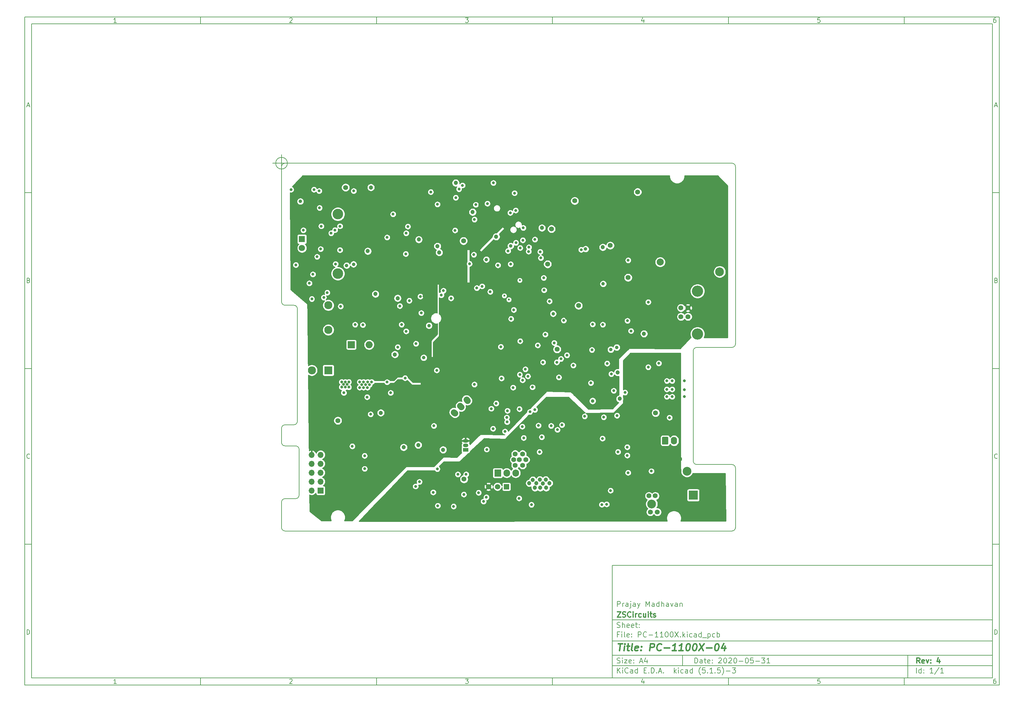
<source format=gbr>
G04 #@! TF.GenerationSoftware,KiCad,Pcbnew,(5.1.5)-3*
G04 #@! TF.CreationDate,2020-12-06T10:31:10+05:30*
G04 #@! TF.ProjectId,PC-1100X,50432d31-3130-4305-982e-6b696361645f,4*
G04 #@! TF.SameCoordinates,Original*
G04 #@! TF.FileFunction,Copper,L2,Inr*
G04 #@! TF.FilePolarity,Positive*
%FSLAX46Y46*%
G04 Gerber Fmt 4.6, Leading zero omitted, Abs format (unit mm)*
G04 Created by KiCad (PCBNEW (5.1.5)-3) date 2020-12-06 10:31:10*
%MOMM*%
%LPD*%
G04 APERTURE LIST*
%ADD10C,0.100000*%
%ADD11C,0.150000*%
%ADD12C,0.300000*%
%ADD13C,0.400000*%
G04 #@! TA.AperFunction,Profile*
%ADD14C,0.150000*%
G04 #@! TD*
G04 #@! TA.AperFunction,ViaPad*
%ADD15R,1.500000X1.500000*%
G04 #@! TD*
G04 #@! TA.AperFunction,ViaPad*
%ADD16C,1.500000*%
G04 #@! TD*
G04 #@! TA.AperFunction,ViaPad*
%ADD17O,2.000000X2.000000*%
G04 #@! TD*
G04 #@! TA.AperFunction,ViaPad*
%ADD18R,2.000000X2.000000*%
G04 #@! TD*
G04 #@! TA.AperFunction,ViaPad*
%ADD19C,2.500000*%
G04 #@! TD*
G04 #@! TA.AperFunction,ViaPad*
%ADD20O,1.740000X2.200000*%
G04 #@! TD*
G04 #@! TA.AperFunction,ViaPad*
%ADD21C,0.100000*%
G04 #@! TD*
G04 #@! TA.AperFunction,ViaPad*
%ADD22C,1.740000*%
G04 #@! TD*
G04 #@! TA.AperFunction,ViaPad*
%ADD23C,1.400000*%
G04 #@! TD*
G04 #@! TA.AperFunction,ViaPad*
%ADD24C,3.200000*%
G04 #@! TD*
G04 #@! TA.AperFunction,ViaPad*
%ADD25C,1.800000*%
G04 #@! TD*
G04 #@! TA.AperFunction,ViaPad*
%ADD26R,1.800000X1.800000*%
G04 #@! TD*
G04 #@! TA.AperFunction,ViaPad*
%ADD27C,2.300000*%
G04 #@! TD*
G04 #@! TA.AperFunction,ViaPad*
%ADD28R,2.300000X2.300000*%
G04 #@! TD*
G04 #@! TA.AperFunction,ViaPad*
%ADD29O,1.500000X1.050000*%
G04 #@! TD*
G04 #@! TA.AperFunction,ViaPad*
%ADD30R,1.500000X1.050000*%
G04 #@! TD*
G04 #@! TA.AperFunction,ViaPad*
%ADD31R,1.700000X1.700000*%
G04 #@! TD*
G04 #@! TA.AperFunction,ViaPad*
%ADD32O,1.700000X1.700000*%
G04 #@! TD*
G04 #@! TA.AperFunction,ViaPad*
%ADD33C,3.000000*%
G04 #@! TD*
G04 #@! TA.AperFunction,ViaPad*
%ADD34R,1.905000X2.000000*%
G04 #@! TD*
G04 #@! TA.AperFunction,ViaPad*
%ADD35O,1.905000X2.000000*%
G04 #@! TD*
G04 #@! TA.AperFunction,ViaPad*
%ADD36R,2.600000X2.600000*%
G04 #@! TD*
G04 #@! TA.AperFunction,ViaPad*
%ADD37C,2.600000*%
G04 #@! TD*
G04 #@! TA.AperFunction,ViaPad*
%ADD38C,0.800000*%
G04 #@! TD*
G04 #@! TA.AperFunction,ViaPad*
%ADD39C,1.000000*%
G04 #@! TD*
G04 #@! TA.AperFunction,ViaPad*
%ADD40C,0.600000*%
G04 #@! TD*
G04 #@! TA.AperFunction,ViaPad*
%ADD41C,1.200000*%
G04 #@! TD*
G04 #@! TA.AperFunction,ViaPad*
%ADD42C,2.000000*%
G04 #@! TD*
G04 #@! TA.AperFunction,Conductor*
%ADD43C,0.200000*%
G04 #@! TD*
G04 #@! TA.AperFunction,Conductor*
%ADD44C,0.800000*%
G04 #@! TD*
G04 #@! TA.AperFunction,Conductor*
%ADD45C,0.254000*%
G04 #@! TD*
G04 APERTURE END LIST*
D10*
D11*
X177002200Y-166007200D02*
X177002200Y-198007200D01*
X285002200Y-198007200D01*
X285002200Y-166007200D01*
X177002200Y-166007200D01*
D10*
D11*
X10000000Y-10000000D02*
X10000000Y-200007200D01*
X287002200Y-200007200D01*
X287002200Y-10000000D01*
X10000000Y-10000000D01*
D10*
D11*
X12000000Y-12000000D02*
X12000000Y-198007200D01*
X285002200Y-198007200D01*
X285002200Y-12000000D01*
X12000000Y-12000000D01*
D10*
D11*
X60000000Y-12000000D02*
X60000000Y-10000000D01*
D10*
D11*
X110000000Y-12000000D02*
X110000000Y-10000000D01*
D10*
D11*
X160000000Y-12000000D02*
X160000000Y-10000000D01*
D10*
D11*
X210000000Y-12000000D02*
X210000000Y-10000000D01*
D10*
D11*
X260000000Y-12000000D02*
X260000000Y-10000000D01*
D10*
D11*
X36065476Y-11588095D02*
X35322619Y-11588095D01*
X35694047Y-11588095D02*
X35694047Y-10288095D01*
X35570238Y-10473809D01*
X35446428Y-10597619D01*
X35322619Y-10659523D01*
D10*
D11*
X85322619Y-10411904D02*
X85384523Y-10350000D01*
X85508333Y-10288095D01*
X85817857Y-10288095D01*
X85941666Y-10350000D01*
X86003571Y-10411904D01*
X86065476Y-10535714D01*
X86065476Y-10659523D01*
X86003571Y-10845238D01*
X85260714Y-11588095D01*
X86065476Y-11588095D01*
D10*
D11*
X135260714Y-10288095D02*
X136065476Y-10288095D01*
X135632142Y-10783333D01*
X135817857Y-10783333D01*
X135941666Y-10845238D01*
X136003571Y-10907142D01*
X136065476Y-11030952D01*
X136065476Y-11340476D01*
X136003571Y-11464285D01*
X135941666Y-11526190D01*
X135817857Y-11588095D01*
X135446428Y-11588095D01*
X135322619Y-11526190D01*
X135260714Y-11464285D01*
D10*
D11*
X185941666Y-10721428D02*
X185941666Y-11588095D01*
X185632142Y-10226190D02*
X185322619Y-11154761D01*
X186127380Y-11154761D01*
D10*
D11*
X236003571Y-10288095D02*
X235384523Y-10288095D01*
X235322619Y-10907142D01*
X235384523Y-10845238D01*
X235508333Y-10783333D01*
X235817857Y-10783333D01*
X235941666Y-10845238D01*
X236003571Y-10907142D01*
X236065476Y-11030952D01*
X236065476Y-11340476D01*
X236003571Y-11464285D01*
X235941666Y-11526190D01*
X235817857Y-11588095D01*
X235508333Y-11588095D01*
X235384523Y-11526190D01*
X235322619Y-11464285D01*
D10*
D11*
X285941666Y-10288095D02*
X285694047Y-10288095D01*
X285570238Y-10350000D01*
X285508333Y-10411904D01*
X285384523Y-10597619D01*
X285322619Y-10845238D01*
X285322619Y-11340476D01*
X285384523Y-11464285D01*
X285446428Y-11526190D01*
X285570238Y-11588095D01*
X285817857Y-11588095D01*
X285941666Y-11526190D01*
X286003571Y-11464285D01*
X286065476Y-11340476D01*
X286065476Y-11030952D01*
X286003571Y-10907142D01*
X285941666Y-10845238D01*
X285817857Y-10783333D01*
X285570238Y-10783333D01*
X285446428Y-10845238D01*
X285384523Y-10907142D01*
X285322619Y-11030952D01*
D10*
D11*
X60000000Y-198007200D02*
X60000000Y-200007200D01*
D10*
D11*
X110000000Y-198007200D02*
X110000000Y-200007200D01*
D10*
D11*
X160000000Y-198007200D02*
X160000000Y-200007200D01*
D10*
D11*
X210000000Y-198007200D02*
X210000000Y-200007200D01*
D10*
D11*
X260000000Y-198007200D02*
X260000000Y-200007200D01*
D10*
D11*
X36065476Y-199595295D02*
X35322619Y-199595295D01*
X35694047Y-199595295D02*
X35694047Y-198295295D01*
X35570238Y-198481009D01*
X35446428Y-198604819D01*
X35322619Y-198666723D01*
D10*
D11*
X85322619Y-198419104D02*
X85384523Y-198357200D01*
X85508333Y-198295295D01*
X85817857Y-198295295D01*
X85941666Y-198357200D01*
X86003571Y-198419104D01*
X86065476Y-198542914D01*
X86065476Y-198666723D01*
X86003571Y-198852438D01*
X85260714Y-199595295D01*
X86065476Y-199595295D01*
D10*
D11*
X135260714Y-198295295D02*
X136065476Y-198295295D01*
X135632142Y-198790533D01*
X135817857Y-198790533D01*
X135941666Y-198852438D01*
X136003571Y-198914342D01*
X136065476Y-199038152D01*
X136065476Y-199347676D01*
X136003571Y-199471485D01*
X135941666Y-199533390D01*
X135817857Y-199595295D01*
X135446428Y-199595295D01*
X135322619Y-199533390D01*
X135260714Y-199471485D01*
D10*
D11*
X185941666Y-198728628D02*
X185941666Y-199595295D01*
X185632142Y-198233390D02*
X185322619Y-199161961D01*
X186127380Y-199161961D01*
D10*
D11*
X236003571Y-198295295D02*
X235384523Y-198295295D01*
X235322619Y-198914342D01*
X235384523Y-198852438D01*
X235508333Y-198790533D01*
X235817857Y-198790533D01*
X235941666Y-198852438D01*
X236003571Y-198914342D01*
X236065476Y-199038152D01*
X236065476Y-199347676D01*
X236003571Y-199471485D01*
X235941666Y-199533390D01*
X235817857Y-199595295D01*
X235508333Y-199595295D01*
X235384523Y-199533390D01*
X235322619Y-199471485D01*
D10*
D11*
X285941666Y-198295295D02*
X285694047Y-198295295D01*
X285570238Y-198357200D01*
X285508333Y-198419104D01*
X285384523Y-198604819D01*
X285322619Y-198852438D01*
X285322619Y-199347676D01*
X285384523Y-199471485D01*
X285446428Y-199533390D01*
X285570238Y-199595295D01*
X285817857Y-199595295D01*
X285941666Y-199533390D01*
X286003571Y-199471485D01*
X286065476Y-199347676D01*
X286065476Y-199038152D01*
X286003571Y-198914342D01*
X285941666Y-198852438D01*
X285817857Y-198790533D01*
X285570238Y-198790533D01*
X285446428Y-198852438D01*
X285384523Y-198914342D01*
X285322619Y-199038152D01*
D10*
D11*
X10000000Y-60000000D02*
X12000000Y-60000000D01*
D10*
D11*
X10000000Y-110000000D02*
X12000000Y-110000000D01*
D10*
D11*
X10000000Y-160000000D02*
X12000000Y-160000000D01*
D10*
D11*
X10690476Y-35216666D02*
X11309523Y-35216666D01*
X10566666Y-35588095D02*
X11000000Y-34288095D01*
X11433333Y-35588095D01*
D10*
D11*
X11092857Y-84907142D02*
X11278571Y-84969047D01*
X11340476Y-85030952D01*
X11402380Y-85154761D01*
X11402380Y-85340476D01*
X11340476Y-85464285D01*
X11278571Y-85526190D01*
X11154761Y-85588095D01*
X10659523Y-85588095D01*
X10659523Y-84288095D01*
X11092857Y-84288095D01*
X11216666Y-84350000D01*
X11278571Y-84411904D01*
X11340476Y-84535714D01*
X11340476Y-84659523D01*
X11278571Y-84783333D01*
X11216666Y-84845238D01*
X11092857Y-84907142D01*
X10659523Y-84907142D01*
D10*
D11*
X11402380Y-135464285D02*
X11340476Y-135526190D01*
X11154761Y-135588095D01*
X11030952Y-135588095D01*
X10845238Y-135526190D01*
X10721428Y-135402380D01*
X10659523Y-135278571D01*
X10597619Y-135030952D01*
X10597619Y-134845238D01*
X10659523Y-134597619D01*
X10721428Y-134473809D01*
X10845238Y-134350000D01*
X11030952Y-134288095D01*
X11154761Y-134288095D01*
X11340476Y-134350000D01*
X11402380Y-134411904D01*
D10*
D11*
X10659523Y-185588095D02*
X10659523Y-184288095D01*
X10969047Y-184288095D01*
X11154761Y-184350000D01*
X11278571Y-184473809D01*
X11340476Y-184597619D01*
X11402380Y-184845238D01*
X11402380Y-185030952D01*
X11340476Y-185278571D01*
X11278571Y-185402380D01*
X11154761Y-185526190D01*
X10969047Y-185588095D01*
X10659523Y-185588095D01*
D10*
D11*
X287002200Y-60000000D02*
X285002200Y-60000000D01*
D10*
D11*
X287002200Y-110000000D02*
X285002200Y-110000000D01*
D10*
D11*
X287002200Y-160000000D02*
X285002200Y-160000000D01*
D10*
D11*
X285692676Y-35216666D02*
X286311723Y-35216666D01*
X285568866Y-35588095D02*
X286002200Y-34288095D01*
X286435533Y-35588095D01*
D10*
D11*
X286095057Y-84907142D02*
X286280771Y-84969047D01*
X286342676Y-85030952D01*
X286404580Y-85154761D01*
X286404580Y-85340476D01*
X286342676Y-85464285D01*
X286280771Y-85526190D01*
X286156961Y-85588095D01*
X285661723Y-85588095D01*
X285661723Y-84288095D01*
X286095057Y-84288095D01*
X286218866Y-84350000D01*
X286280771Y-84411904D01*
X286342676Y-84535714D01*
X286342676Y-84659523D01*
X286280771Y-84783333D01*
X286218866Y-84845238D01*
X286095057Y-84907142D01*
X285661723Y-84907142D01*
D10*
D11*
X286404580Y-135464285D02*
X286342676Y-135526190D01*
X286156961Y-135588095D01*
X286033152Y-135588095D01*
X285847438Y-135526190D01*
X285723628Y-135402380D01*
X285661723Y-135278571D01*
X285599819Y-135030952D01*
X285599819Y-134845238D01*
X285661723Y-134597619D01*
X285723628Y-134473809D01*
X285847438Y-134350000D01*
X286033152Y-134288095D01*
X286156961Y-134288095D01*
X286342676Y-134350000D01*
X286404580Y-134411904D01*
D10*
D11*
X285661723Y-185588095D02*
X285661723Y-184288095D01*
X285971247Y-184288095D01*
X286156961Y-184350000D01*
X286280771Y-184473809D01*
X286342676Y-184597619D01*
X286404580Y-184845238D01*
X286404580Y-185030952D01*
X286342676Y-185278571D01*
X286280771Y-185402380D01*
X286156961Y-185526190D01*
X285971247Y-185588095D01*
X285661723Y-185588095D01*
D10*
D11*
X200434342Y-193785771D02*
X200434342Y-192285771D01*
X200791485Y-192285771D01*
X201005771Y-192357200D01*
X201148628Y-192500057D01*
X201220057Y-192642914D01*
X201291485Y-192928628D01*
X201291485Y-193142914D01*
X201220057Y-193428628D01*
X201148628Y-193571485D01*
X201005771Y-193714342D01*
X200791485Y-193785771D01*
X200434342Y-193785771D01*
X202577200Y-193785771D02*
X202577200Y-193000057D01*
X202505771Y-192857200D01*
X202362914Y-192785771D01*
X202077200Y-192785771D01*
X201934342Y-192857200D01*
X202577200Y-193714342D02*
X202434342Y-193785771D01*
X202077200Y-193785771D01*
X201934342Y-193714342D01*
X201862914Y-193571485D01*
X201862914Y-193428628D01*
X201934342Y-193285771D01*
X202077200Y-193214342D01*
X202434342Y-193214342D01*
X202577200Y-193142914D01*
X203077200Y-192785771D02*
X203648628Y-192785771D01*
X203291485Y-192285771D02*
X203291485Y-193571485D01*
X203362914Y-193714342D01*
X203505771Y-193785771D01*
X203648628Y-193785771D01*
X204720057Y-193714342D02*
X204577200Y-193785771D01*
X204291485Y-193785771D01*
X204148628Y-193714342D01*
X204077200Y-193571485D01*
X204077200Y-193000057D01*
X204148628Y-192857200D01*
X204291485Y-192785771D01*
X204577200Y-192785771D01*
X204720057Y-192857200D01*
X204791485Y-193000057D01*
X204791485Y-193142914D01*
X204077200Y-193285771D01*
X205434342Y-193642914D02*
X205505771Y-193714342D01*
X205434342Y-193785771D01*
X205362914Y-193714342D01*
X205434342Y-193642914D01*
X205434342Y-193785771D01*
X205434342Y-192857200D02*
X205505771Y-192928628D01*
X205434342Y-193000057D01*
X205362914Y-192928628D01*
X205434342Y-192857200D01*
X205434342Y-193000057D01*
X207220057Y-192428628D02*
X207291485Y-192357200D01*
X207434342Y-192285771D01*
X207791485Y-192285771D01*
X207934342Y-192357200D01*
X208005771Y-192428628D01*
X208077200Y-192571485D01*
X208077200Y-192714342D01*
X208005771Y-192928628D01*
X207148628Y-193785771D01*
X208077200Y-193785771D01*
X209005771Y-192285771D02*
X209148628Y-192285771D01*
X209291485Y-192357200D01*
X209362914Y-192428628D01*
X209434342Y-192571485D01*
X209505771Y-192857200D01*
X209505771Y-193214342D01*
X209434342Y-193500057D01*
X209362914Y-193642914D01*
X209291485Y-193714342D01*
X209148628Y-193785771D01*
X209005771Y-193785771D01*
X208862914Y-193714342D01*
X208791485Y-193642914D01*
X208720057Y-193500057D01*
X208648628Y-193214342D01*
X208648628Y-192857200D01*
X208720057Y-192571485D01*
X208791485Y-192428628D01*
X208862914Y-192357200D01*
X209005771Y-192285771D01*
X210077200Y-192428628D02*
X210148628Y-192357200D01*
X210291485Y-192285771D01*
X210648628Y-192285771D01*
X210791485Y-192357200D01*
X210862914Y-192428628D01*
X210934342Y-192571485D01*
X210934342Y-192714342D01*
X210862914Y-192928628D01*
X210005771Y-193785771D01*
X210934342Y-193785771D01*
X211862914Y-192285771D02*
X212005771Y-192285771D01*
X212148628Y-192357200D01*
X212220057Y-192428628D01*
X212291485Y-192571485D01*
X212362914Y-192857200D01*
X212362914Y-193214342D01*
X212291485Y-193500057D01*
X212220057Y-193642914D01*
X212148628Y-193714342D01*
X212005771Y-193785771D01*
X211862914Y-193785771D01*
X211720057Y-193714342D01*
X211648628Y-193642914D01*
X211577200Y-193500057D01*
X211505771Y-193214342D01*
X211505771Y-192857200D01*
X211577200Y-192571485D01*
X211648628Y-192428628D01*
X211720057Y-192357200D01*
X211862914Y-192285771D01*
X213005771Y-193214342D02*
X214148628Y-193214342D01*
X215148628Y-192285771D02*
X215291485Y-192285771D01*
X215434342Y-192357200D01*
X215505771Y-192428628D01*
X215577200Y-192571485D01*
X215648628Y-192857200D01*
X215648628Y-193214342D01*
X215577200Y-193500057D01*
X215505771Y-193642914D01*
X215434342Y-193714342D01*
X215291485Y-193785771D01*
X215148628Y-193785771D01*
X215005771Y-193714342D01*
X214934342Y-193642914D01*
X214862914Y-193500057D01*
X214791485Y-193214342D01*
X214791485Y-192857200D01*
X214862914Y-192571485D01*
X214934342Y-192428628D01*
X215005771Y-192357200D01*
X215148628Y-192285771D01*
X217005771Y-192285771D02*
X216291485Y-192285771D01*
X216220057Y-193000057D01*
X216291485Y-192928628D01*
X216434342Y-192857200D01*
X216791485Y-192857200D01*
X216934342Y-192928628D01*
X217005771Y-193000057D01*
X217077200Y-193142914D01*
X217077200Y-193500057D01*
X217005771Y-193642914D01*
X216934342Y-193714342D01*
X216791485Y-193785771D01*
X216434342Y-193785771D01*
X216291485Y-193714342D01*
X216220057Y-193642914D01*
X217720057Y-193214342D02*
X218862914Y-193214342D01*
X219434342Y-192285771D02*
X220362914Y-192285771D01*
X219862914Y-192857200D01*
X220077200Y-192857200D01*
X220220057Y-192928628D01*
X220291485Y-193000057D01*
X220362914Y-193142914D01*
X220362914Y-193500057D01*
X220291485Y-193642914D01*
X220220057Y-193714342D01*
X220077200Y-193785771D01*
X219648628Y-193785771D01*
X219505771Y-193714342D01*
X219434342Y-193642914D01*
X221791485Y-193785771D02*
X220934342Y-193785771D01*
X221362914Y-193785771D02*
X221362914Y-192285771D01*
X221220057Y-192500057D01*
X221077200Y-192642914D01*
X220934342Y-192714342D01*
D10*
D11*
X177002200Y-194507200D02*
X285002200Y-194507200D01*
D10*
D11*
X178434342Y-196585771D02*
X178434342Y-195085771D01*
X179291485Y-196585771D02*
X178648628Y-195728628D01*
X179291485Y-195085771D02*
X178434342Y-195942914D01*
X179934342Y-196585771D02*
X179934342Y-195585771D01*
X179934342Y-195085771D02*
X179862914Y-195157200D01*
X179934342Y-195228628D01*
X180005771Y-195157200D01*
X179934342Y-195085771D01*
X179934342Y-195228628D01*
X181505771Y-196442914D02*
X181434342Y-196514342D01*
X181220057Y-196585771D01*
X181077200Y-196585771D01*
X180862914Y-196514342D01*
X180720057Y-196371485D01*
X180648628Y-196228628D01*
X180577200Y-195942914D01*
X180577200Y-195728628D01*
X180648628Y-195442914D01*
X180720057Y-195300057D01*
X180862914Y-195157200D01*
X181077200Y-195085771D01*
X181220057Y-195085771D01*
X181434342Y-195157200D01*
X181505771Y-195228628D01*
X182791485Y-196585771D02*
X182791485Y-195800057D01*
X182720057Y-195657200D01*
X182577200Y-195585771D01*
X182291485Y-195585771D01*
X182148628Y-195657200D01*
X182791485Y-196514342D02*
X182648628Y-196585771D01*
X182291485Y-196585771D01*
X182148628Y-196514342D01*
X182077200Y-196371485D01*
X182077200Y-196228628D01*
X182148628Y-196085771D01*
X182291485Y-196014342D01*
X182648628Y-196014342D01*
X182791485Y-195942914D01*
X184148628Y-196585771D02*
X184148628Y-195085771D01*
X184148628Y-196514342D02*
X184005771Y-196585771D01*
X183720057Y-196585771D01*
X183577200Y-196514342D01*
X183505771Y-196442914D01*
X183434342Y-196300057D01*
X183434342Y-195871485D01*
X183505771Y-195728628D01*
X183577200Y-195657200D01*
X183720057Y-195585771D01*
X184005771Y-195585771D01*
X184148628Y-195657200D01*
X186005771Y-195800057D02*
X186505771Y-195800057D01*
X186720057Y-196585771D02*
X186005771Y-196585771D01*
X186005771Y-195085771D01*
X186720057Y-195085771D01*
X187362914Y-196442914D02*
X187434342Y-196514342D01*
X187362914Y-196585771D01*
X187291485Y-196514342D01*
X187362914Y-196442914D01*
X187362914Y-196585771D01*
X188077200Y-196585771D02*
X188077200Y-195085771D01*
X188434342Y-195085771D01*
X188648628Y-195157200D01*
X188791485Y-195300057D01*
X188862914Y-195442914D01*
X188934342Y-195728628D01*
X188934342Y-195942914D01*
X188862914Y-196228628D01*
X188791485Y-196371485D01*
X188648628Y-196514342D01*
X188434342Y-196585771D01*
X188077200Y-196585771D01*
X189577200Y-196442914D02*
X189648628Y-196514342D01*
X189577200Y-196585771D01*
X189505771Y-196514342D01*
X189577200Y-196442914D01*
X189577200Y-196585771D01*
X190220057Y-196157200D02*
X190934342Y-196157200D01*
X190077200Y-196585771D02*
X190577200Y-195085771D01*
X191077200Y-196585771D01*
X191577200Y-196442914D02*
X191648628Y-196514342D01*
X191577200Y-196585771D01*
X191505771Y-196514342D01*
X191577200Y-196442914D01*
X191577200Y-196585771D01*
X194577200Y-196585771D02*
X194577200Y-195085771D01*
X194720057Y-196014342D02*
X195148628Y-196585771D01*
X195148628Y-195585771D02*
X194577200Y-196157200D01*
X195791485Y-196585771D02*
X195791485Y-195585771D01*
X195791485Y-195085771D02*
X195720057Y-195157200D01*
X195791485Y-195228628D01*
X195862914Y-195157200D01*
X195791485Y-195085771D01*
X195791485Y-195228628D01*
X197148628Y-196514342D02*
X197005771Y-196585771D01*
X196720057Y-196585771D01*
X196577200Y-196514342D01*
X196505771Y-196442914D01*
X196434342Y-196300057D01*
X196434342Y-195871485D01*
X196505771Y-195728628D01*
X196577200Y-195657200D01*
X196720057Y-195585771D01*
X197005771Y-195585771D01*
X197148628Y-195657200D01*
X198434342Y-196585771D02*
X198434342Y-195800057D01*
X198362914Y-195657200D01*
X198220057Y-195585771D01*
X197934342Y-195585771D01*
X197791485Y-195657200D01*
X198434342Y-196514342D02*
X198291485Y-196585771D01*
X197934342Y-196585771D01*
X197791485Y-196514342D01*
X197720057Y-196371485D01*
X197720057Y-196228628D01*
X197791485Y-196085771D01*
X197934342Y-196014342D01*
X198291485Y-196014342D01*
X198434342Y-195942914D01*
X199791485Y-196585771D02*
X199791485Y-195085771D01*
X199791485Y-196514342D02*
X199648628Y-196585771D01*
X199362914Y-196585771D01*
X199220057Y-196514342D01*
X199148628Y-196442914D01*
X199077200Y-196300057D01*
X199077200Y-195871485D01*
X199148628Y-195728628D01*
X199220057Y-195657200D01*
X199362914Y-195585771D01*
X199648628Y-195585771D01*
X199791485Y-195657200D01*
X202077200Y-197157200D02*
X202005771Y-197085771D01*
X201862914Y-196871485D01*
X201791485Y-196728628D01*
X201720057Y-196514342D01*
X201648628Y-196157200D01*
X201648628Y-195871485D01*
X201720057Y-195514342D01*
X201791485Y-195300057D01*
X201862914Y-195157200D01*
X202005771Y-194942914D01*
X202077200Y-194871485D01*
X203362914Y-195085771D02*
X202648628Y-195085771D01*
X202577200Y-195800057D01*
X202648628Y-195728628D01*
X202791485Y-195657200D01*
X203148628Y-195657200D01*
X203291485Y-195728628D01*
X203362914Y-195800057D01*
X203434342Y-195942914D01*
X203434342Y-196300057D01*
X203362914Y-196442914D01*
X203291485Y-196514342D01*
X203148628Y-196585771D01*
X202791485Y-196585771D01*
X202648628Y-196514342D01*
X202577200Y-196442914D01*
X204077200Y-196442914D02*
X204148628Y-196514342D01*
X204077200Y-196585771D01*
X204005771Y-196514342D01*
X204077200Y-196442914D01*
X204077200Y-196585771D01*
X205577200Y-196585771D02*
X204720057Y-196585771D01*
X205148628Y-196585771D02*
X205148628Y-195085771D01*
X205005771Y-195300057D01*
X204862914Y-195442914D01*
X204720057Y-195514342D01*
X206220057Y-196442914D02*
X206291485Y-196514342D01*
X206220057Y-196585771D01*
X206148628Y-196514342D01*
X206220057Y-196442914D01*
X206220057Y-196585771D01*
X207648628Y-195085771D02*
X206934342Y-195085771D01*
X206862914Y-195800057D01*
X206934342Y-195728628D01*
X207077200Y-195657200D01*
X207434342Y-195657200D01*
X207577200Y-195728628D01*
X207648628Y-195800057D01*
X207720057Y-195942914D01*
X207720057Y-196300057D01*
X207648628Y-196442914D01*
X207577200Y-196514342D01*
X207434342Y-196585771D01*
X207077200Y-196585771D01*
X206934342Y-196514342D01*
X206862914Y-196442914D01*
X208220057Y-197157200D02*
X208291485Y-197085771D01*
X208434342Y-196871485D01*
X208505771Y-196728628D01*
X208577200Y-196514342D01*
X208648628Y-196157200D01*
X208648628Y-195871485D01*
X208577200Y-195514342D01*
X208505771Y-195300057D01*
X208434342Y-195157200D01*
X208291485Y-194942914D01*
X208220057Y-194871485D01*
X209362914Y-196014342D02*
X210505771Y-196014342D01*
X211077200Y-195085771D02*
X212005771Y-195085771D01*
X211505771Y-195657200D01*
X211720057Y-195657200D01*
X211862914Y-195728628D01*
X211934342Y-195800057D01*
X212005771Y-195942914D01*
X212005771Y-196300057D01*
X211934342Y-196442914D01*
X211862914Y-196514342D01*
X211720057Y-196585771D01*
X211291485Y-196585771D01*
X211148628Y-196514342D01*
X211077200Y-196442914D01*
D10*
D11*
X177002200Y-191507200D02*
X285002200Y-191507200D01*
D10*
D12*
X264411485Y-193785771D02*
X263911485Y-193071485D01*
X263554342Y-193785771D02*
X263554342Y-192285771D01*
X264125771Y-192285771D01*
X264268628Y-192357200D01*
X264340057Y-192428628D01*
X264411485Y-192571485D01*
X264411485Y-192785771D01*
X264340057Y-192928628D01*
X264268628Y-193000057D01*
X264125771Y-193071485D01*
X263554342Y-193071485D01*
X265625771Y-193714342D02*
X265482914Y-193785771D01*
X265197200Y-193785771D01*
X265054342Y-193714342D01*
X264982914Y-193571485D01*
X264982914Y-193000057D01*
X265054342Y-192857200D01*
X265197200Y-192785771D01*
X265482914Y-192785771D01*
X265625771Y-192857200D01*
X265697200Y-193000057D01*
X265697200Y-193142914D01*
X264982914Y-193285771D01*
X266197200Y-192785771D02*
X266554342Y-193785771D01*
X266911485Y-192785771D01*
X267482914Y-193642914D02*
X267554342Y-193714342D01*
X267482914Y-193785771D01*
X267411485Y-193714342D01*
X267482914Y-193642914D01*
X267482914Y-193785771D01*
X267482914Y-192857200D02*
X267554342Y-192928628D01*
X267482914Y-193000057D01*
X267411485Y-192928628D01*
X267482914Y-192857200D01*
X267482914Y-193000057D01*
X269982914Y-192785771D02*
X269982914Y-193785771D01*
X269625771Y-192214342D02*
X269268628Y-193285771D01*
X270197200Y-193285771D01*
D10*
D11*
X178362914Y-193714342D02*
X178577200Y-193785771D01*
X178934342Y-193785771D01*
X179077200Y-193714342D01*
X179148628Y-193642914D01*
X179220057Y-193500057D01*
X179220057Y-193357200D01*
X179148628Y-193214342D01*
X179077200Y-193142914D01*
X178934342Y-193071485D01*
X178648628Y-193000057D01*
X178505771Y-192928628D01*
X178434342Y-192857200D01*
X178362914Y-192714342D01*
X178362914Y-192571485D01*
X178434342Y-192428628D01*
X178505771Y-192357200D01*
X178648628Y-192285771D01*
X179005771Y-192285771D01*
X179220057Y-192357200D01*
X179862914Y-193785771D02*
X179862914Y-192785771D01*
X179862914Y-192285771D02*
X179791485Y-192357200D01*
X179862914Y-192428628D01*
X179934342Y-192357200D01*
X179862914Y-192285771D01*
X179862914Y-192428628D01*
X180434342Y-192785771D02*
X181220057Y-192785771D01*
X180434342Y-193785771D01*
X181220057Y-193785771D01*
X182362914Y-193714342D02*
X182220057Y-193785771D01*
X181934342Y-193785771D01*
X181791485Y-193714342D01*
X181720057Y-193571485D01*
X181720057Y-193000057D01*
X181791485Y-192857200D01*
X181934342Y-192785771D01*
X182220057Y-192785771D01*
X182362914Y-192857200D01*
X182434342Y-193000057D01*
X182434342Y-193142914D01*
X181720057Y-193285771D01*
X183077200Y-193642914D02*
X183148628Y-193714342D01*
X183077200Y-193785771D01*
X183005771Y-193714342D01*
X183077200Y-193642914D01*
X183077200Y-193785771D01*
X183077200Y-192857200D02*
X183148628Y-192928628D01*
X183077200Y-193000057D01*
X183005771Y-192928628D01*
X183077200Y-192857200D01*
X183077200Y-193000057D01*
X184862914Y-193357200D02*
X185577200Y-193357200D01*
X184720057Y-193785771D02*
X185220057Y-192285771D01*
X185720057Y-193785771D01*
X186862914Y-192785771D02*
X186862914Y-193785771D01*
X186505771Y-192214342D02*
X186148628Y-193285771D01*
X187077200Y-193285771D01*
D10*
D11*
X263434342Y-196585771D02*
X263434342Y-195085771D01*
X264791485Y-196585771D02*
X264791485Y-195085771D01*
X264791485Y-196514342D02*
X264648628Y-196585771D01*
X264362914Y-196585771D01*
X264220057Y-196514342D01*
X264148628Y-196442914D01*
X264077200Y-196300057D01*
X264077200Y-195871485D01*
X264148628Y-195728628D01*
X264220057Y-195657200D01*
X264362914Y-195585771D01*
X264648628Y-195585771D01*
X264791485Y-195657200D01*
X265505771Y-196442914D02*
X265577200Y-196514342D01*
X265505771Y-196585771D01*
X265434342Y-196514342D01*
X265505771Y-196442914D01*
X265505771Y-196585771D01*
X265505771Y-195657200D02*
X265577200Y-195728628D01*
X265505771Y-195800057D01*
X265434342Y-195728628D01*
X265505771Y-195657200D01*
X265505771Y-195800057D01*
X268148628Y-196585771D02*
X267291485Y-196585771D01*
X267720057Y-196585771D02*
X267720057Y-195085771D01*
X267577200Y-195300057D01*
X267434342Y-195442914D01*
X267291485Y-195514342D01*
X269862914Y-195014342D02*
X268577200Y-196942914D01*
X271148628Y-196585771D02*
X270291485Y-196585771D01*
X270720057Y-196585771D02*
X270720057Y-195085771D01*
X270577200Y-195300057D01*
X270434342Y-195442914D01*
X270291485Y-195514342D01*
D10*
D11*
X177002200Y-187507200D02*
X285002200Y-187507200D01*
D10*
D13*
X178714580Y-188211961D02*
X179857438Y-188211961D01*
X179036009Y-190211961D02*
X179286009Y-188211961D01*
X180274104Y-190211961D02*
X180440771Y-188878628D01*
X180524104Y-188211961D02*
X180416961Y-188307200D01*
X180500295Y-188402438D01*
X180607438Y-188307200D01*
X180524104Y-188211961D01*
X180500295Y-188402438D01*
X181107438Y-188878628D02*
X181869342Y-188878628D01*
X181476485Y-188211961D02*
X181262200Y-189926247D01*
X181333628Y-190116723D01*
X181512200Y-190211961D01*
X181702676Y-190211961D01*
X182655057Y-190211961D02*
X182476485Y-190116723D01*
X182405057Y-189926247D01*
X182619342Y-188211961D01*
X184190771Y-190116723D02*
X183988390Y-190211961D01*
X183607438Y-190211961D01*
X183428866Y-190116723D01*
X183357438Y-189926247D01*
X183452676Y-189164342D01*
X183571723Y-188973866D01*
X183774104Y-188878628D01*
X184155057Y-188878628D01*
X184333628Y-188973866D01*
X184405057Y-189164342D01*
X184381247Y-189354819D01*
X183405057Y-189545295D01*
X185155057Y-190021485D02*
X185238390Y-190116723D01*
X185131247Y-190211961D01*
X185047914Y-190116723D01*
X185155057Y-190021485D01*
X185131247Y-190211961D01*
X185286009Y-188973866D02*
X185369342Y-189069104D01*
X185262200Y-189164342D01*
X185178866Y-189069104D01*
X185286009Y-188973866D01*
X185262200Y-189164342D01*
X187607438Y-190211961D02*
X187857438Y-188211961D01*
X188619342Y-188211961D01*
X188797914Y-188307200D01*
X188881247Y-188402438D01*
X188952676Y-188592914D01*
X188916961Y-188878628D01*
X188797914Y-189069104D01*
X188690771Y-189164342D01*
X188488390Y-189259580D01*
X187726485Y-189259580D01*
X190774104Y-190021485D02*
X190666961Y-190116723D01*
X190369342Y-190211961D01*
X190178866Y-190211961D01*
X189905057Y-190116723D01*
X189738390Y-189926247D01*
X189666961Y-189735771D01*
X189619342Y-189354819D01*
X189655057Y-189069104D01*
X189797914Y-188688152D01*
X189916961Y-188497676D01*
X190131247Y-188307200D01*
X190428866Y-188211961D01*
X190619342Y-188211961D01*
X190893152Y-188307200D01*
X190976485Y-188402438D01*
X191702676Y-189450057D02*
X193226485Y-189450057D01*
X195131247Y-190211961D02*
X193988390Y-190211961D01*
X194559819Y-190211961D02*
X194809819Y-188211961D01*
X194583628Y-188497676D01*
X194369342Y-188688152D01*
X194166961Y-188783390D01*
X197036009Y-190211961D02*
X195893152Y-190211961D01*
X196464580Y-190211961D02*
X196714580Y-188211961D01*
X196488390Y-188497676D01*
X196274104Y-188688152D01*
X196071723Y-188783390D01*
X198524104Y-188211961D02*
X198714580Y-188211961D01*
X198893152Y-188307200D01*
X198976485Y-188402438D01*
X199047914Y-188592914D01*
X199095533Y-188973866D01*
X199036009Y-189450057D01*
X198893152Y-189831009D01*
X198774104Y-190021485D01*
X198666961Y-190116723D01*
X198464580Y-190211961D01*
X198274104Y-190211961D01*
X198095533Y-190116723D01*
X198012200Y-190021485D01*
X197940771Y-189831009D01*
X197893152Y-189450057D01*
X197952676Y-188973866D01*
X198095533Y-188592914D01*
X198214580Y-188402438D01*
X198321723Y-188307200D01*
X198524104Y-188211961D01*
X200428866Y-188211961D02*
X200619342Y-188211961D01*
X200797914Y-188307200D01*
X200881247Y-188402438D01*
X200952676Y-188592914D01*
X201000295Y-188973866D01*
X200940771Y-189450057D01*
X200797914Y-189831009D01*
X200678866Y-190021485D01*
X200571723Y-190116723D01*
X200369342Y-190211961D01*
X200178866Y-190211961D01*
X200000295Y-190116723D01*
X199916961Y-190021485D01*
X199845533Y-189831009D01*
X199797914Y-189450057D01*
X199857438Y-188973866D01*
X200000295Y-188592914D01*
X200119342Y-188402438D01*
X200226485Y-188307200D01*
X200428866Y-188211961D01*
X201762200Y-188211961D02*
X202845533Y-190211961D01*
X203095533Y-188211961D02*
X201512200Y-190211961D01*
X203702676Y-189450057D02*
X205226485Y-189450057D01*
X206714580Y-188211961D02*
X206905057Y-188211961D01*
X207083628Y-188307200D01*
X207166961Y-188402438D01*
X207238390Y-188592914D01*
X207286009Y-188973866D01*
X207226485Y-189450057D01*
X207083628Y-189831009D01*
X206964580Y-190021485D01*
X206857438Y-190116723D01*
X206655057Y-190211961D01*
X206464580Y-190211961D01*
X206286009Y-190116723D01*
X206202676Y-190021485D01*
X206131247Y-189831009D01*
X206083628Y-189450057D01*
X206143152Y-188973866D01*
X206286009Y-188592914D01*
X206405057Y-188402438D01*
X206512200Y-188307200D01*
X206714580Y-188211961D01*
X209012200Y-188878628D02*
X208845533Y-190211961D01*
X208631247Y-188116723D02*
X207976485Y-189545295D01*
X209214580Y-189545295D01*
D10*
D11*
X178934342Y-185600057D02*
X178434342Y-185600057D01*
X178434342Y-186385771D02*
X178434342Y-184885771D01*
X179148628Y-184885771D01*
X179720057Y-186385771D02*
X179720057Y-185385771D01*
X179720057Y-184885771D02*
X179648628Y-184957200D01*
X179720057Y-185028628D01*
X179791485Y-184957200D01*
X179720057Y-184885771D01*
X179720057Y-185028628D01*
X180648628Y-186385771D02*
X180505771Y-186314342D01*
X180434342Y-186171485D01*
X180434342Y-184885771D01*
X181791485Y-186314342D02*
X181648628Y-186385771D01*
X181362914Y-186385771D01*
X181220057Y-186314342D01*
X181148628Y-186171485D01*
X181148628Y-185600057D01*
X181220057Y-185457200D01*
X181362914Y-185385771D01*
X181648628Y-185385771D01*
X181791485Y-185457200D01*
X181862914Y-185600057D01*
X181862914Y-185742914D01*
X181148628Y-185885771D01*
X182505771Y-186242914D02*
X182577200Y-186314342D01*
X182505771Y-186385771D01*
X182434342Y-186314342D01*
X182505771Y-186242914D01*
X182505771Y-186385771D01*
X182505771Y-185457200D02*
X182577200Y-185528628D01*
X182505771Y-185600057D01*
X182434342Y-185528628D01*
X182505771Y-185457200D01*
X182505771Y-185600057D01*
X184362914Y-186385771D02*
X184362914Y-184885771D01*
X184934342Y-184885771D01*
X185077200Y-184957200D01*
X185148628Y-185028628D01*
X185220057Y-185171485D01*
X185220057Y-185385771D01*
X185148628Y-185528628D01*
X185077200Y-185600057D01*
X184934342Y-185671485D01*
X184362914Y-185671485D01*
X186720057Y-186242914D02*
X186648628Y-186314342D01*
X186434342Y-186385771D01*
X186291485Y-186385771D01*
X186077200Y-186314342D01*
X185934342Y-186171485D01*
X185862914Y-186028628D01*
X185791485Y-185742914D01*
X185791485Y-185528628D01*
X185862914Y-185242914D01*
X185934342Y-185100057D01*
X186077200Y-184957200D01*
X186291485Y-184885771D01*
X186434342Y-184885771D01*
X186648628Y-184957200D01*
X186720057Y-185028628D01*
X187362914Y-185814342D02*
X188505771Y-185814342D01*
X190005771Y-186385771D02*
X189148628Y-186385771D01*
X189577200Y-186385771D02*
X189577200Y-184885771D01*
X189434342Y-185100057D01*
X189291485Y-185242914D01*
X189148628Y-185314342D01*
X191434342Y-186385771D02*
X190577200Y-186385771D01*
X191005771Y-186385771D02*
X191005771Y-184885771D01*
X190862914Y-185100057D01*
X190720057Y-185242914D01*
X190577200Y-185314342D01*
X192362914Y-184885771D02*
X192505771Y-184885771D01*
X192648628Y-184957200D01*
X192720057Y-185028628D01*
X192791485Y-185171485D01*
X192862914Y-185457200D01*
X192862914Y-185814342D01*
X192791485Y-186100057D01*
X192720057Y-186242914D01*
X192648628Y-186314342D01*
X192505771Y-186385771D01*
X192362914Y-186385771D01*
X192220057Y-186314342D01*
X192148628Y-186242914D01*
X192077200Y-186100057D01*
X192005771Y-185814342D01*
X192005771Y-185457200D01*
X192077200Y-185171485D01*
X192148628Y-185028628D01*
X192220057Y-184957200D01*
X192362914Y-184885771D01*
X193791485Y-184885771D02*
X193934342Y-184885771D01*
X194077200Y-184957200D01*
X194148628Y-185028628D01*
X194220057Y-185171485D01*
X194291485Y-185457200D01*
X194291485Y-185814342D01*
X194220057Y-186100057D01*
X194148628Y-186242914D01*
X194077200Y-186314342D01*
X193934342Y-186385771D01*
X193791485Y-186385771D01*
X193648628Y-186314342D01*
X193577200Y-186242914D01*
X193505771Y-186100057D01*
X193434342Y-185814342D01*
X193434342Y-185457200D01*
X193505771Y-185171485D01*
X193577200Y-185028628D01*
X193648628Y-184957200D01*
X193791485Y-184885771D01*
X194791485Y-184885771D02*
X195791485Y-186385771D01*
X195791485Y-184885771D02*
X194791485Y-186385771D01*
X196362914Y-186242914D02*
X196434342Y-186314342D01*
X196362914Y-186385771D01*
X196291485Y-186314342D01*
X196362914Y-186242914D01*
X196362914Y-186385771D01*
X197077200Y-186385771D02*
X197077200Y-184885771D01*
X197220057Y-185814342D02*
X197648628Y-186385771D01*
X197648628Y-185385771D02*
X197077200Y-185957200D01*
X198291485Y-186385771D02*
X198291485Y-185385771D01*
X198291485Y-184885771D02*
X198220057Y-184957200D01*
X198291485Y-185028628D01*
X198362914Y-184957200D01*
X198291485Y-184885771D01*
X198291485Y-185028628D01*
X199648628Y-186314342D02*
X199505771Y-186385771D01*
X199220057Y-186385771D01*
X199077200Y-186314342D01*
X199005771Y-186242914D01*
X198934342Y-186100057D01*
X198934342Y-185671485D01*
X199005771Y-185528628D01*
X199077200Y-185457200D01*
X199220057Y-185385771D01*
X199505771Y-185385771D01*
X199648628Y-185457200D01*
X200934342Y-186385771D02*
X200934342Y-185600057D01*
X200862914Y-185457200D01*
X200720057Y-185385771D01*
X200434342Y-185385771D01*
X200291485Y-185457200D01*
X200934342Y-186314342D02*
X200791485Y-186385771D01*
X200434342Y-186385771D01*
X200291485Y-186314342D01*
X200220057Y-186171485D01*
X200220057Y-186028628D01*
X200291485Y-185885771D01*
X200434342Y-185814342D01*
X200791485Y-185814342D01*
X200934342Y-185742914D01*
X202291485Y-186385771D02*
X202291485Y-184885771D01*
X202291485Y-186314342D02*
X202148628Y-186385771D01*
X201862914Y-186385771D01*
X201720057Y-186314342D01*
X201648628Y-186242914D01*
X201577200Y-186100057D01*
X201577200Y-185671485D01*
X201648628Y-185528628D01*
X201720057Y-185457200D01*
X201862914Y-185385771D01*
X202148628Y-185385771D01*
X202291485Y-185457200D01*
X202648628Y-186528628D02*
X203791485Y-186528628D01*
X204148628Y-185385771D02*
X204148628Y-186885771D01*
X204148628Y-185457200D02*
X204291485Y-185385771D01*
X204577200Y-185385771D01*
X204720057Y-185457200D01*
X204791485Y-185528628D01*
X204862914Y-185671485D01*
X204862914Y-186100057D01*
X204791485Y-186242914D01*
X204720057Y-186314342D01*
X204577200Y-186385771D01*
X204291485Y-186385771D01*
X204148628Y-186314342D01*
X206148628Y-186314342D02*
X206005771Y-186385771D01*
X205720057Y-186385771D01*
X205577200Y-186314342D01*
X205505771Y-186242914D01*
X205434342Y-186100057D01*
X205434342Y-185671485D01*
X205505771Y-185528628D01*
X205577200Y-185457200D01*
X205720057Y-185385771D01*
X206005771Y-185385771D01*
X206148628Y-185457200D01*
X206791485Y-186385771D02*
X206791485Y-184885771D01*
X206791485Y-185457200D02*
X206934342Y-185385771D01*
X207220057Y-185385771D01*
X207362914Y-185457200D01*
X207434342Y-185528628D01*
X207505771Y-185671485D01*
X207505771Y-186100057D01*
X207434342Y-186242914D01*
X207362914Y-186314342D01*
X207220057Y-186385771D01*
X206934342Y-186385771D01*
X206791485Y-186314342D01*
D10*
D11*
X177002200Y-181507200D02*
X285002200Y-181507200D01*
D10*
D11*
X178362914Y-183614342D02*
X178577200Y-183685771D01*
X178934342Y-183685771D01*
X179077200Y-183614342D01*
X179148628Y-183542914D01*
X179220057Y-183400057D01*
X179220057Y-183257200D01*
X179148628Y-183114342D01*
X179077200Y-183042914D01*
X178934342Y-182971485D01*
X178648628Y-182900057D01*
X178505771Y-182828628D01*
X178434342Y-182757200D01*
X178362914Y-182614342D01*
X178362914Y-182471485D01*
X178434342Y-182328628D01*
X178505771Y-182257200D01*
X178648628Y-182185771D01*
X179005771Y-182185771D01*
X179220057Y-182257200D01*
X179862914Y-183685771D02*
X179862914Y-182185771D01*
X180505771Y-183685771D02*
X180505771Y-182900057D01*
X180434342Y-182757200D01*
X180291485Y-182685771D01*
X180077200Y-182685771D01*
X179934342Y-182757200D01*
X179862914Y-182828628D01*
X181791485Y-183614342D02*
X181648628Y-183685771D01*
X181362914Y-183685771D01*
X181220057Y-183614342D01*
X181148628Y-183471485D01*
X181148628Y-182900057D01*
X181220057Y-182757200D01*
X181362914Y-182685771D01*
X181648628Y-182685771D01*
X181791485Y-182757200D01*
X181862914Y-182900057D01*
X181862914Y-183042914D01*
X181148628Y-183185771D01*
X183077200Y-183614342D02*
X182934342Y-183685771D01*
X182648628Y-183685771D01*
X182505771Y-183614342D01*
X182434342Y-183471485D01*
X182434342Y-182900057D01*
X182505771Y-182757200D01*
X182648628Y-182685771D01*
X182934342Y-182685771D01*
X183077200Y-182757200D01*
X183148628Y-182900057D01*
X183148628Y-183042914D01*
X182434342Y-183185771D01*
X183577200Y-182685771D02*
X184148628Y-182685771D01*
X183791485Y-182185771D02*
X183791485Y-183471485D01*
X183862914Y-183614342D01*
X184005771Y-183685771D01*
X184148628Y-183685771D01*
X184648628Y-183542914D02*
X184720057Y-183614342D01*
X184648628Y-183685771D01*
X184577200Y-183614342D01*
X184648628Y-183542914D01*
X184648628Y-183685771D01*
X184648628Y-182757200D02*
X184720057Y-182828628D01*
X184648628Y-182900057D01*
X184577200Y-182828628D01*
X184648628Y-182757200D01*
X184648628Y-182900057D01*
D10*
D12*
X178411485Y-179185771D02*
X179411485Y-179185771D01*
X178411485Y-180685771D01*
X179411485Y-180685771D01*
X179911485Y-180614342D02*
X180125771Y-180685771D01*
X180482914Y-180685771D01*
X180625771Y-180614342D01*
X180697200Y-180542914D01*
X180768628Y-180400057D01*
X180768628Y-180257200D01*
X180697200Y-180114342D01*
X180625771Y-180042914D01*
X180482914Y-179971485D01*
X180197200Y-179900057D01*
X180054342Y-179828628D01*
X179982914Y-179757200D01*
X179911485Y-179614342D01*
X179911485Y-179471485D01*
X179982914Y-179328628D01*
X180054342Y-179257200D01*
X180197200Y-179185771D01*
X180554342Y-179185771D01*
X180768628Y-179257200D01*
X182268628Y-180542914D02*
X182197200Y-180614342D01*
X181982914Y-180685771D01*
X181840057Y-180685771D01*
X181625771Y-180614342D01*
X181482914Y-180471485D01*
X181411485Y-180328628D01*
X181340057Y-180042914D01*
X181340057Y-179828628D01*
X181411485Y-179542914D01*
X181482914Y-179400057D01*
X181625771Y-179257200D01*
X181840057Y-179185771D01*
X181982914Y-179185771D01*
X182197200Y-179257200D01*
X182268628Y-179328628D01*
X182911485Y-180685771D02*
X182911485Y-179685771D01*
X182911485Y-179185771D02*
X182840057Y-179257200D01*
X182911485Y-179328628D01*
X182982914Y-179257200D01*
X182911485Y-179185771D01*
X182911485Y-179328628D01*
X183625771Y-180685771D02*
X183625771Y-179685771D01*
X183625771Y-179971485D02*
X183697200Y-179828628D01*
X183768628Y-179757200D01*
X183911485Y-179685771D01*
X184054342Y-179685771D01*
X185197200Y-180614342D02*
X185054342Y-180685771D01*
X184768628Y-180685771D01*
X184625771Y-180614342D01*
X184554342Y-180542914D01*
X184482914Y-180400057D01*
X184482914Y-179971485D01*
X184554342Y-179828628D01*
X184625771Y-179757200D01*
X184768628Y-179685771D01*
X185054342Y-179685771D01*
X185197200Y-179757200D01*
X186482914Y-179685771D02*
X186482914Y-180685771D01*
X185840057Y-179685771D02*
X185840057Y-180471485D01*
X185911485Y-180614342D01*
X186054342Y-180685771D01*
X186268628Y-180685771D01*
X186411485Y-180614342D01*
X186482914Y-180542914D01*
X187197200Y-180685771D02*
X187197200Y-179685771D01*
X187197200Y-179185771D02*
X187125771Y-179257200D01*
X187197200Y-179328628D01*
X187268628Y-179257200D01*
X187197200Y-179185771D01*
X187197200Y-179328628D01*
X187697200Y-179685771D02*
X188268628Y-179685771D01*
X187911485Y-179185771D02*
X187911485Y-180471485D01*
X187982914Y-180614342D01*
X188125771Y-180685771D01*
X188268628Y-180685771D01*
X188697200Y-180614342D02*
X188840057Y-180685771D01*
X189125771Y-180685771D01*
X189268628Y-180614342D01*
X189340057Y-180471485D01*
X189340057Y-180400057D01*
X189268628Y-180257200D01*
X189125771Y-180185771D01*
X188911485Y-180185771D01*
X188768628Y-180114342D01*
X188697200Y-179971485D01*
X188697200Y-179900057D01*
X188768628Y-179757200D01*
X188911485Y-179685771D01*
X189125771Y-179685771D01*
X189268628Y-179757200D01*
D10*
D11*
X178434342Y-177685771D02*
X178434342Y-176185771D01*
X179005771Y-176185771D01*
X179148628Y-176257200D01*
X179220057Y-176328628D01*
X179291485Y-176471485D01*
X179291485Y-176685771D01*
X179220057Y-176828628D01*
X179148628Y-176900057D01*
X179005771Y-176971485D01*
X178434342Y-176971485D01*
X179934342Y-177685771D02*
X179934342Y-176685771D01*
X179934342Y-176971485D02*
X180005771Y-176828628D01*
X180077200Y-176757200D01*
X180220057Y-176685771D01*
X180362914Y-176685771D01*
X181505771Y-177685771D02*
X181505771Y-176900057D01*
X181434342Y-176757200D01*
X181291485Y-176685771D01*
X181005771Y-176685771D01*
X180862914Y-176757200D01*
X181505771Y-177614342D02*
X181362914Y-177685771D01*
X181005771Y-177685771D01*
X180862914Y-177614342D01*
X180791485Y-177471485D01*
X180791485Y-177328628D01*
X180862914Y-177185771D01*
X181005771Y-177114342D01*
X181362914Y-177114342D01*
X181505771Y-177042914D01*
X182220057Y-176685771D02*
X182220057Y-177971485D01*
X182148628Y-178114342D01*
X182005771Y-178185771D01*
X181934342Y-178185771D01*
X182220057Y-176185771D02*
X182148628Y-176257200D01*
X182220057Y-176328628D01*
X182291485Y-176257200D01*
X182220057Y-176185771D01*
X182220057Y-176328628D01*
X183577200Y-177685771D02*
X183577200Y-176900057D01*
X183505771Y-176757200D01*
X183362914Y-176685771D01*
X183077200Y-176685771D01*
X182934342Y-176757200D01*
X183577200Y-177614342D02*
X183434342Y-177685771D01*
X183077200Y-177685771D01*
X182934342Y-177614342D01*
X182862914Y-177471485D01*
X182862914Y-177328628D01*
X182934342Y-177185771D01*
X183077200Y-177114342D01*
X183434342Y-177114342D01*
X183577200Y-177042914D01*
X184148628Y-176685771D02*
X184505771Y-177685771D01*
X184862914Y-176685771D02*
X184505771Y-177685771D01*
X184362914Y-178042914D01*
X184291485Y-178114342D01*
X184148628Y-178185771D01*
X186577200Y-177685771D02*
X186577200Y-176185771D01*
X187077200Y-177257200D01*
X187577200Y-176185771D01*
X187577200Y-177685771D01*
X188934342Y-177685771D02*
X188934342Y-176900057D01*
X188862914Y-176757200D01*
X188720057Y-176685771D01*
X188434342Y-176685771D01*
X188291485Y-176757200D01*
X188934342Y-177614342D02*
X188791485Y-177685771D01*
X188434342Y-177685771D01*
X188291485Y-177614342D01*
X188220057Y-177471485D01*
X188220057Y-177328628D01*
X188291485Y-177185771D01*
X188434342Y-177114342D01*
X188791485Y-177114342D01*
X188934342Y-177042914D01*
X190291485Y-177685771D02*
X190291485Y-176185771D01*
X190291485Y-177614342D02*
X190148628Y-177685771D01*
X189862914Y-177685771D01*
X189720057Y-177614342D01*
X189648628Y-177542914D01*
X189577200Y-177400057D01*
X189577200Y-176971485D01*
X189648628Y-176828628D01*
X189720057Y-176757200D01*
X189862914Y-176685771D01*
X190148628Y-176685771D01*
X190291485Y-176757200D01*
X191005771Y-177685771D02*
X191005771Y-176185771D01*
X191648628Y-177685771D02*
X191648628Y-176900057D01*
X191577200Y-176757200D01*
X191434342Y-176685771D01*
X191220057Y-176685771D01*
X191077200Y-176757200D01*
X191005771Y-176828628D01*
X193005771Y-177685771D02*
X193005771Y-176900057D01*
X192934342Y-176757200D01*
X192791485Y-176685771D01*
X192505771Y-176685771D01*
X192362914Y-176757200D01*
X193005771Y-177614342D02*
X192862914Y-177685771D01*
X192505771Y-177685771D01*
X192362914Y-177614342D01*
X192291485Y-177471485D01*
X192291485Y-177328628D01*
X192362914Y-177185771D01*
X192505771Y-177114342D01*
X192862914Y-177114342D01*
X193005771Y-177042914D01*
X193577200Y-176685771D02*
X193934342Y-177685771D01*
X194291485Y-176685771D01*
X195505771Y-177685771D02*
X195505771Y-176900057D01*
X195434342Y-176757200D01*
X195291485Y-176685771D01*
X195005771Y-176685771D01*
X194862914Y-176757200D01*
X195505771Y-177614342D02*
X195362914Y-177685771D01*
X195005771Y-177685771D01*
X194862914Y-177614342D01*
X194791485Y-177471485D01*
X194791485Y-177328628D01*
X194862914Y-177185771D01*
X195005771Y-177114342D01*
X195362914Y-177114342D01*
X195505771Y-177042914D01*
X196220057Y-176685771D02*
X196220057Y-177685771D01*
X196220057Y-176828628D02*
X196291485Y-176757200D01*
X196434342Y-176685771D01*
X196648628Y-176685771D01*
X196791485Y-176757200D01*
X196862914Y-176900057D01*
X196862914Y-177685771D01*
D10*
D11*
X197002200Y-191507200D02*
X197002200Y-194507200D01*
D10*
D11*
X261002200Y-191507200D02*
X261002200Y-198007200D01*
D14*
X84666666Y-51600000D02*
G75*
G03X84666666Y-51600000I-1666666J0D01*
G01*
X80500000Y-51600000D02*
X85500000Y-51600000D01*
X83000000Y-49100000D02*
X83000000Y-54100000D01*
X86500000Y-92000000D02*
G75*
G02X87500000Y-93000000I0J-1000000D01*
G01*
X211000000Y-51600000D02*
G75*
G02X212000000Y-52600000I0J-1000000D01*
G01*
X212000000Y-103000000D02*
G75*
G02X211000000Y-104000000I-1000000J0D01*
G01*
X200000000Y-105000000D02*
G75*
G02X201000000Y-104000000I1000000J0D01*
G01*
X201000000Y-137300000D02*
G75*
G02X200000000Y-136300000I0J1000000D01*
G01*
X211000000Y-137300000D02*
G75*
G02X212000000Y-138300000I0J-1000000D01*
G01*
X212000000Y-155200000D02*
G75*
G02X211000000Y-156200000I-1000000J0D01*
G01*
X84000000Y-156200000D02*
G75*
G02X83000000Y-155200000I0J1000000D01*
G01*
X83000000Y-148000000D02*
G75*
G02X84000000Y-147000000I1000000J0D01*
G01*
X88000000Y-146000000D02*
G75*
G02X87000000Y-147000000I-1000000J0D01*
G01*
X87000000Y-132000000D02*
G75*
G02X88000000Y-133000000I0J-1000000D01*
G01*
X86500000Y-126000000D02*
X84000000Y-126000000D01*
X87500000Y-125000000D02*
G75*
G02X86500000Y-126000000I-1000000J0D01*
G01*
X83000000Y-127000000D02*
G75*
G02X84000000Y-126000000I1000000J0D01*
G01*
X84000000Y-132000000D02*
G75*
G02X83000000Y-131000000I0J1000000D01*
G01*
X84000000Y-92000000D02*
G75*
G02X83000000Y-91000000I0J1000000D01*
G01*
X83000000Y-52600000D02*
G75*
G02X84000000Y-51600000I1000000J0D01*
G01*
X87000000Y-132000000D02*
X84000000Y-132000000D01*
X83000000Y-127000000D02*
X83000000Y-131000000D01*
X83000000Y-148000000D02*
X83000000Y-155200000D01*
X84000000Y-147000000D02*
X87000000Y-147000000D01*
X88000000Y-146000000D02*
X88000000Y-133000000D01*
X212000000Y-138300000D02*
X212000000Y-155200000D01*
X201000000Y-104000000D02*
X211000000Y-104000000D01*
X200000000Y-136300000D02*
X200000000Y-105000000D01*
X211000000Y-137300000D02*
X201000000Y-137300000D01*
X86500000Y-92000000D02*
X84000000Y-92000000D01*
X87500000Y-125000000D02*
X87500000Y-93000000D01*
X211000000Y-51600000D02*
X84000000Y-51600000D01*
X212000000Y-103000000D02*
X212000000Y-52600000D01*
X84000000Y-156200000D02*
X211000000Y-156200000D01*
X83000000Y-52600000D02*
X83000000Y-91000000D01*
D15*
G04 #@! TO.N,+12V*
G04 #@! TO.C,U33*
X146900000Y-143600000D03*
D16*
G04 #@! TO.N,GNDREF*
X141820000Y-143600000D03*
G04 #@! TO.N,Net-(R143-Pad2)*
X144360000Y-143600000D03*
G04 #@! TD*
D17*
G04 #@! TO.N,/ADC_System/SENSE_P*
G04 #@! TO.C,R205*
X107880000Y-103200000D03*
D18*
G04 #@! TO.N,/ADC_System/SENSE_M*
X102800000Y-103200000D03*
G04 #@! TD*
D19*
G04 #@! TO.N,Net-(C45-Pad1)*
G04 #@! TO.C,TP33*
X207500000Y-82475000D03*
G04 #@! TD*
D20*
G04 #@! TO.N,Net-(D12-Pad2)*
G04 #@! TO.C,J8*
X194540000Y-130499999D03*
G04 #@! TA.AperFunction,ViaPad*
D21*
G04 #@! TO.N,+12P*
G36*
X192644505Y-129401203D02*
G01*
X192668773Y-129404803D01*
X192692572Y-129410764D01*
X192715671Y-129419029D01*
X192737850Y-129429519D01*
X192758893Y-129442131D01*
X192778599Y-129456746D01*
X192796777Y-129473222D01*
X192813253Y-129491400D01*
X192827868Y-129511106D01*
X192840480Y-129532149D01*
X192850970Y-129554328D01*
X192859235Y-129577427D01*
X192865196Y-129601226D01*
X192868796Y-129625494D01*
X192870000Y-129649998D01*
X192870000Y-131350000D01*
X192868796Y-131374504D01*
X192865196Y-131398772D01*
X192859235Y-131422571D01*
X192850970Y-131445670D01*
X192840480Y-131467849D01*
X192827868Y-131488892D01*
X192813253Y-131508598D01*
X192796777Y-131526776D01*
X192778599Y-131543252D01*
X192758893Y-131557867D01*
X192737850Y-131570479D01*
X192715671Y-131580969D01*
X192692572Y-131589234D01*
X192668773Y-131595195D01*
X192644505Y-131598795D01*
X192620001Y-131599999D01*
X191379999Y-131599999D01*
X191355495Y-131598795D01*
X191331227Y-131595195D01*
X191307428Y-131589234D01*
X191284329Y-131580969D01*
X191262150Y-131570479D01*
X191241107Y-131557867D01*
X191221401Y-131543252D01*
X191203223Y-131526776D01*
X191186747Y-131508598D01*
X191172132Y-131488892D01*
X191159520Y-131467849D01*
X191149030Y-131445670D01*
X191140765Y-131422571D01*
X191134804Y-131398772D01*
X191131204Y-131374504D01*
X191130000Y-131350000D01*
X191130000Y-129649998D01*
X191131204Y-129625494D01*
X191134804Y-129601226D01*
X191140765Y-129577427D01*
X191149030Y-129554328D01*
X191159520Y-129532149D01*
X191172132Y-129511106D01*
X191186747Y-129491400D01*
X191203223Y-129473222D01*
X191221401Y-129456746D01*
X191241107Y-129442131D01*
X191262150Y-129429519D01*
X191284329Y-129419029D01*
X191307428Y-129410764D01*
X191331227Y-129404803D01*
X191355495Y-129401203D01*
X191379999Y-129399999D01*
X192620001Y-129399999D01*
X192644505Y-129401203D01*
G37*
G04 #@! TD.AperFunction*
G04 #@! TD*
D22*
G04 #@! TO.N,/ADC_System/I2C_SDA_3V3*
G04 #@! TO.C,J3*
X132274481Y-122750789D02*
X131949211Y-122425519D01*
G04 #@! TO.N,/ADC_System/I2C_SCL_3V3*
X134070533Y-120954737D02*
X133745263Y-120629467D01*
G04 #@! TO.N,VCCIO*
X135866584Y-119158686D02*
X135541314Y-118833416D01*
G04 #@! TA.AperFunction,ViaPad*
D21*
G04 #@! TO.N,GND*
G36*
X137361869Y-115911757D02*
G01*
X137386137Y-115915357D01*
X137409936Y-115921318D01*
X137433035Y-115929583D01*
X137455214Y-115940073D01*
X137476257Y-115952685D01*
X137495963Y-115967300D01*
X137514141Y-115983776D01*
X138716224Y-117185859D01*
X138732700Y-117204037D01*
X138747315Y-117223743D01*
X138759927Y-117244786D01*
X138770417Y-117266965D01*
X138778682Y-117290064D01*
X138784643Y-117313863D01*
X138788243Y-117338131D01*
X138789447Y-117362635D01*
X138788243Y-117387139D01*
X138784643Y-117411407D01*
X138778682Y-117435206D01*
X138770417Y-117458305D01*
X138759927Y-117480484D01*
X138747315Y-117501527D01*
X138732700Y-117521233D01*
X138716224Y-117539411D01*
X137839411Y-118416224D01*
X137821233Y-118432700D01*
X137801527Y-118447315D01*
X137780484Y-118459927D01*
X137758305Y-118470417D01*
X137735206Y-118478682D01*
X137711407Y-118484643D01*
X137687139Y-118488243D01*
X137662635Y-118489447D01*
X137638131Y-118488243D01*
X137613863Y-118484643D01*
X137590064Y-118478682D01*
X137566965Y-118470417D01*
X137544786Y-118459927D01*
X137523743Y-118447315D01*
X137504037Y-118432700D01*
X137485859Y-118416224D01*
X136283776Y-117214141D01*
X136267300Y-117195963D01*
X136252685Y-117176257D01*
X136240073Y-117155214D01*
X136229583Y-117133035D01*
X136221318Y-117109936D01*
X136215357Y-117086137D01*
X136211757Y-117061869D01*
X136210553Y-117037365D01*
X136211757Y-117012861D01*
X136215357Y-116988593D01*
X136221318Y-116964794D01*
X136229583Y-116941695D01*
X136240073Y-116919516D01*
X136252685Y-116898473D01*
X136267300Y-116878767D01*
X136283776Y-116860589D01*
X137160589Y-115983776D01*
X137178767Y-115967300D01*
X137198473Y-115952685D01*
X137219516Y-115940073D01*
X137241695Y-115929583D01*
X137264794Y-115921318D01*
X137288593Y-115915357D01*
X137312861Y-115911757D01*
X137337365Y-115910553D01*
X137361869Y-115911757D01*
G37*
G04 #@! TD.AperFunction*
G04 #@! TD*
D19*
G04 #@! TO.N,+15V*
G04 #@! TO.C,TP32*
X188200000Y-148500000D03*
G04 #@! TD*
G04 #@! TO.N,Net-(F1-Pad2)*
G04 #@! TO.C,TP31*
X198200000Y-139200000D03*
G04 #@! TD*
G04 #@! TO.N,GND*
G04 #@! TO.C,TP29*
X201700000Y-82600000D03*
G04 #@! TD*
D23*
G04 #@! TO.N,VBUS5V*
G04 #@! TO.C,J2*
X196500000Y-92750000D03*
G04 #@! TO.N,/CPLD_USB/USB_D-*
X196500000Y-95250000D03*
D24*
G04 #@! TO.N,Net-(C45-Pad1)*
X201210000Y-87980000D03*
D23*
G04 #@! TO.N,/CPLD_USB/USB_D+*
X198500000Y-95250000D03*
G04 #@! TO.N,GND*
X198500000Y-92750000D03*
D24*
G04 #@! TO.N,Net-(C45-Pad1)*
X201210000Y-100170000D03*
G04 #@! TD*
D25*
G04 #@! TO.N,Net-(D11-Pad2)*
G04 #@! TO.C,D11*
X88800000Y-75740000D03*
D26*
G04 #@! TO.N,Net-(D11-Pad1)*
X88800000Y-73200000D03*
G04 #@! TD*
D27*
G04 #@! TO.N,VBUS5V*
G04 #@! TO.C,K1*
X91600000Y-110500000D03*
G04 #@! TO.N,/OutputDriver/OUTPUT*
X96300000Y-92000000D03*
G04 #@! TO.N,/ADC_System/SENSE_M*
X96300000Y-99000000D03*
D28*
G04 #@! TO.N,Net-(D11-Pad1)*
X96300000Y-110500000D03*
G04 #@! TD*
D29*
G04 #@! TO.N,Net-(Q2-Pad2)*
G04 #@! TO.C,Q2*
X135300000Y-131830000D03*
G04 #@! TO.N,GND*
X135300000Y-130560000D03*
D30*
G04 #@! TO.N,Net-(Q2-Pad1)*
X135300000Y-133100000D03*
G04 #@! TD*
D31*
G04 #@! TO.N,/CPLD_USB/LOGIC_VCC*
G04 #@! TO.C,J1*
X94100000Y-144700000D03*
D32*
G04 #@! TO.N,Net-(J1-Pad2)*
X91560000Y-144700000D03*
G04 #@! TO.N,/CPLD_USB/DIG1_IN*
X94100000Y-142160000D03*
G04 #@! TO.N,/CPLD_USB/DIG0_IN*
X91560000Y-142160000D03*
G04 #@! TO.N,/CPLD_USB/DIG3_IN*
X94100000Y-139620000D03*
G04 #@! TO.N,/CPLD_USB/DIG2_IN*
X91560000Y-139620000D03*
G04 #@! TO.N,/CPLD_USB/DIG5_IN*
X94100000Y-137080000D03*
G04 #@! TO.N,/CPLD_USB/DIG4_IN*
X91560000Y-137080000D03*
G04 #@! TO.N,/CPLD_USB/CLK_OUT*
X94100000Y-134540000D03*
G04 #@! TO.N,GND*
X91560000Y-134540000D03*
G04 #@! TD*
D33*
G04 #@! TO.N,GNDREF*
G04 #@! TO.C,TP12*
X99000000Y-66100000D03*
G04 #@! TD*
D34*
G04 #@! TO.N,Net-(D29-Pad2)*
G04 #@! TO.C,Q4*
X144450000Y-139700000D03*
D35*
G04 #@! TO.N,+15V*
X146990000Y-139700000D03*
G04 #@! TO.N,/ADC_System/SENSE_P*
X149530000Y-139700000D03*
G04 #@! TD*
D36*
G04 #@! TO.N,Net-(F1-Pad2)*
G04 #@! TO.C,J4*
X200000000Y-146000000D03*
D37*
G04 #@! TO.N,GNDREF*
X206000000Y-146000000D03*
X203000000Y-141300000D03*
G04 #@! TD*
D33*
G04 #@! TO.N,/OutputDriver/OUTPUT*
G04 #@! TO.C,TP5*
X99000000Y-83000000D03*
G04 #@! TD*
D38*
G04 #@! TO.N,/CPLD_USB/TMS*
X151550000Y-73500000D03*
G04 #@! TO.N,/CPLD_USB/TDI*
X150801260Y-75700420D03*
G04 #@! TO.N,/CPLD_USB/TCK*
X149600000Y-74200000D03*
G04 #@! TO.N,/CPLD_USB/TDO*
X147352981Y-76563061D03*
G04 #@! TO.N,GND*
X126724621Y-128306245D03*
X156500000Y-101500000D03*
X163100000Y-85000000D03*
X108500000Y-61900000D03*
X121500000Y-99400000D03*
D39*
X140100000Y-80600000D03*
D38*
X162000000Y-100700000D03*
X155100000Y-105500000D03*
D39*
X158800000Y-114400000D03*
X167700000Y-105100000D03*
D40*
X147900000Y-87500000D03*
X149000000Y-86400000D03*
X148900000Y-88600000D03*
X150100000Y-87500000D03*
D38*
X159150001Y-87350000D03*
D23*
X155700000Y-80500000D03*
D39*
X170800000Y-110375588D03*
D38*
X145800000Y-96500000D03*
X156200000Y-94900000D03*
D39*
X167704601Y-98904601D03*
D41*
X143900000Y-105800000D03*
X148350001Y-105949997D03*
D38*
X153899990Y-94700000D03*
D39*
X120700000Y-113100000D03*
X122800006Y-113100000D03*
D38*
X137270974Y-68881623D03*
X119700000Y-60800000D03*
X121700000Y-69600000D03*
D39*
X146315957Y-75446108D03*
X133100000Y-78500000D03*
D38*
X123500006Y-89400000D03*
X159000000Y-110000000D03*
D39*
X166700000Y-111200008D03*
D38*
X161200000Y-109700000D03*
X173100000Y-102099982D03*
D39*
X172800000Y-98600000D03*
D38*
X170341720Y-105864604D03*
X176600000Y-96400000D03*
X163800000Y-113100000D03*
D39*
X99300000Y-145500000D03*
D38*
X122399994Y-79700000D03*
X118500000Y-83700000D03*
X115700000Y-68000000D03*
X156500002Y-113000000D03*
X151900000Y-108135894D03*
X106800000Y-146100000D03*
X140500000Y-74400000D03*
X135200000Y-83999996D03*
X135200000Y-85000000D03*
X139200000Y-75600000D03*
X142800004Y-69399996D03*
D41*
X134686107Y-76965249D03*
D39*
X108600000Y-69100000D03*
D38*
X148141421Y-77499992D03*
D39*
X163989665Y-95605599D03*
D38*
X115804911Y-102055799D03*
D39*
X127800000Y-79800000D03*
D38*
X118400000Y-93100000D03*
X106990000Y-60700000D03*
X115699998Y-83200002D03*
X121333107Y-101759359D03*
X122000000Y-77300000D03*
X113100000Y-69100002D03*
D41*
X132800000Y-72500000D03*
D38*
X107187500Y-70562500D03*
X129227395Y-82506062D03*
D41*
X130950022Y-75266564D03*
D38*
X122832527Y-75717467D03*
X114774521Y-125689954D03*
X106900003Y-142200000D03*
X118800004Y-121600000D03*
D41*
X94100000Y-150400000D03*
X100100000Y-130200000D03*
D38*
X106300000Y-128800000D03*
X130100000Y-63200000D03*
X86425000Y-64550000D03*
D39*
X99400000Y-137700000D03*
D38*
X143180706Y-81150111D03*
D40*
X129300000Y-99300000D03*
X130400000Y-98300000D03*
X131400000Y-97300000D03*
X132400000Y-96300000D03*
X134200000Y-94600000D03*
X135300000Y-93600000D03*
X136200000Y-92700000D03*
X137200000Y-91700000D03*
X137900000Y-91000000D03*
D39*
X127900000Y-57100000D03*
D38*
X126900000Y-99300000D03*
X106249990Y-88299997D03*
X192821758Y-101721758D03*
D23*
X182700000Y-103500000D03*
X197500000Y-84800000D03*
D38*
X129200000Y-84200021D03*
X104900000Y-118050010D03*
X114900000Y-118900000D03*
D39*
X138700000Y-66500000D03*
X168700000Y-93600000D03*
D38*
X156300000Y-84200000D03*
X145100000Y-69299982D03*
X147300000Y-63300000D03*
X147100000Y-59600000D03*
X147100000Y-64500000D03*
X129400000Y-86200000D03*
D23*
X181500000Y-88000000D03*
D39*
X162700000Y-61599996D03*
D23*
X197100000Y-73700000D03*
X169399992Y-84599992D03*
D39*
X188800000Y-63900000D03*
X190000000Y-63800000D03*
X188800000Y-65100000D03*
X190000000Y-65100000D03*
X174000000Y-63300000D03*
X174900000Y-63300000D03*
X174000000Y-64700000D03*
X175000000Y-64700000D03*
D41*
X183200000Y-72200000D03*
X180800000Y-81700000D03*
D39*
X154300000Y-62600000D03*
D23*
X180700008Y-58000000D03*
X197018902Y-78349990D03*
D39*
X166400000Y-117400000D03*
D38*
X168700000Y-113550000D03*
X151499996Y-104300000D03*
X135700000Y-70400000D03*
D39*
X168100000Y-103600000D03*
D38*
X139349999Y-63495059D03*
X103000000Y-61900000D03*
D39*
X158000000Y-64500004D03*
D38*
X177200000Y-100279998D03*
X110940000Y-86830000D03*
X110660000Y-79820000D03*
D23*
X187050000Y-78050000D03*
D38*
X160650000Y-99200000D03*
X164300000Y-102600000D03*
X172750000Y-121250000D03*
D39*
X99300000Y-141600000D03*
D41*
X93100000Y-130600000D03*
D38*
X129199994Y-127500000D03*
X176129982Y-98849538D03*
X92200000Y-69625000D03*
X111999990Y-94700000D03*
D41*
X113500000Y-102249994D03*
D38*
X138099994Y-110200000D03*
X138200000Y-113000000D03*
X139400000Y-111900000D03*
X142300000Y-114700000D03*
X141200000Y-115800010D03*
D40*
X137000000Y-88400000D03*
D38*
X130000000Y-94450000D03*
X149470000Y-121400000D03*
X136500000Y-123900000D03*
X93199998Y-62300000D03*
X114600000Y-91200000D03*
X118599998Y-96200000D03*
X121500000Y-97700000D03*
X111500000Y-111200000D03*
X97650010Y-58499995D03*
X144100000Y-123600000D03*
X134800000Y-61200000D03*
X139550000Y-59500000D03*
X141625000Y-57225000D03*
X87299998Y-69625000D03*
X105100000Y-79900000D03*
X116600000Y-59800000D03*
D39*
G04 #@! TO.N,USB3V3*
X160200000Y-94400000D03*
D38*
X157300000Y-108200000D03*
X150800000Y-102200000D03*
X148999992Y-93300000D03*
X165900008Y-109100000D03*
X161800000Y-112500000D03*
D41*
X178500000Y-111100000D03*
X179100000Y-118600000D03*
D23*
X167400000Y-92100000D03*
D38*
X157950000Y-100300000D03*
D39*
X171400000Y-119200000D03*
D38*
X171200000Y-104700000D03*
D39*
X176550000Y-104600000D03*
D38*
X171400000Y-97400000D03*
D40*
X146300000Y-89300000D03*
D38*
X153000000Y-112200000D03*
X151500000Y-113300000D03*
D39*
G04 #@! TO.N,VCCIO*
X141200000Y-79000000D03*
D38*
X159150000Y-90850000D03*
D39*
X148117514Y-75126346D03*
D38*
X151700000Y-70000000D03*
X155000000Y-73300000D03*
X126300000Y-126300000D03*
D41*
X111200000Y-122600000D03*
X117700000Y-132400000D03*
D38*
X144500000Y-80600000D03*
D23*
X159700000Y-70299998D03*
D38*
X129000000Y-87850002D03*
X156701649Y-78549485D03*
X157499994Y-84200000D03*
D41*
X128900000Y-133100000D03*
D38*
X147100000Y-125200000D03*
D23*
G04 #@! TO.N,+1V8*
X158600000Y-80300006D03*
D38*
X148099992Y-80300008D03*
D40*
X147600000Y-90400000D03*
D41*
G04 #@! TO.N,+3V3*
X174300000Y-75500000D03*
D38*
X119300000Y-90700000D03*
D41*
X122000000Y-73299998D03*
D38*
X141500000Y-63100000D03*
X143200000Y-57200000D03*
D41*
X132500000Y-57200000D03*
G04 #@! TO.N,VAA*
X156999996Y-70000000D03*
X137300000Y-65500000D03*
X127800010Y-77000000D03*
D38*
G04 #@! TO.N,+5V*
X118400000Y-99400000D03*
D39*
X124900000Y-97799998D03*
D41*
X127300000Y-75200000D03*
D42*
X190600000Y-79700000D03*
D41*
X186000000Y-100100000D03*
X115199998Y-106000000D03*
D38*
X116600004Y-92200000D03*
G04 #@! TO.N,/ADC_System/SAR1_BUF_REF*
X114700000Y-66100000D03*
D41*
X116000000Y-90000000D03*
D38*
X93700000Y-59500000D03*
G04 #@! TO.N,Net-(C13-Pad1)*
X117100000Y-97500000D03*
X121200002Y-102900000D03*
D39*
G04 #@! TO.N,Net-(R5-Pad2)*
X123400000Y-106899998D03*
D38*
X116000000Y-103900000D03*
D23*
G04 #@! TO.N,VBUS5V*
X181475001Y-84125000D03*
X166300000Y-62300000D03*
D39*
X174400000Y-85900000D03*
X169400000Y-76000000D03*
D38*
X181500000Y-79200000D03*
D23*
X134850000Y-141450000D03*
D38*
X87062500Y-80537500D03*
X94100000Y-76000000D03*
D23*
X99000000Y-124800006D03*
D38*
X181299997Y-96400003D03*
X151800000Y-129700000D03*
X150600006Y-121500000D03*
X122200000Y-142200000D03*
G04 #@! TO.N,VDD*
X163200000Y-96300000D03*
D23*
X161300000Y-104500000D03*
D38*
G04 #@! TO.N,/CPLD_USB/IO_12*
X153200000Y-76700000D03*
X145300000Y-103800000D03*
X155800000Y-103400000D03*
X160500000Y-102700000D03*
X127400000Y-149000000D03*
X145500000Y-112800000D03*
X143100010Y-127100000D03*
X126100000Y-145200000D03*
G04 #@! TO.N,+12V*
X133425000Y-58975000D03*
D23*
X184200000Y-59800000D03*
D38*
X118300000Y-77400000D03*
D39*
X88350000Y-62450000D03*
D38*
X99600000Y-76300000D03*
D41*
X108400006Y-58500000D03*
D38*
X181250000Y-134699999D03*
X131900000Y-149199996D03*
X156000000Y-126200000D03*
X181475000Y-139625000D03*
X135444662Y-140094662D03*
X181250000Y-132325000D03*
X169150000Y-123575000D03*
X156950000Y-129500000D03*
X127250000Y-138550000D03*
D41*
X107500000Y-76600000D03*
D23*
X101200000Y-58500000D03*
D38*
X140400000Y-147800000D03*
X133100000Y-140100000D03*
G04 #@! TO.N,-12V*
X113000000Y-72700000D03*
X177400000Y-116300000D03*
D23*
X176400000Y-75000000D03*
D38*
X156300000Y-133700000D03*
D41*
X109680000Y-88800000D03*
D38*
X174569669Y-123830331D03*
X153600000Y-122300000D03*
X89200000Y-70650000D03*
X162690000Y-126015000D03*
X139000008Y-145300000D03*
G04 #@! TO.N,/ADC_System/ADC_REF_3V*
X136400001Y-80200000D03*
D41*
X144000000Y-72500000D03*
D23*
X134707526Y-73707534D03*
D38*
G04 #@! TO.N,Net-(C90-Pad1)*
X178331552Y-123386310D03*
G04 #@! TO.N,/CPLD_USB/BCBUS4*
X127100000Y-110500000D03*
X137816745Y-114532386D03*
G04 #@! TO.N,/CPLD_USB/BCBUS5*
X148226198Y-95847633D03*
X138500000Y-87100000D03*
X161210000Y-108210000D03*
G04 #@! TO.N,/CPLD_USB/BCBUS6*
X162400000Y-107225010D03*
X140000000Y-86599996D03*
G04 #@! TO.N,/CPLD_USB/BCBUS7*
X164100000Y-106200000D03*
X142300000Y-88150000D03*
G04 #@! TO.N,Net-(C42-Pad1)*
X118899996Y-69600000D03*
X118400000Y-71500000D03*
G04 #@! TO.N,Net-(C83-Pad1)*
X122455799Y-89504911D03*
G04 #@! TO.N,/CPLD_USB/IO_13*
X153300000Y-75500000D03*
X174300006Y-97500000D03*
X182300000Y-99300000D03*
G04 #@! TO.N,Net-(R20-Pad2)*
X122700000Y-94200000D03*
X132300000Y-70700000D03*
D39*
G04 #@! TO.N,/ADC_System/SENSE_M*
X101500000Y-80700000D03*
D38*
X103900000Y-97500000D03*
G04 #@! TO.N,/ADC_System/SENSE_P*
X105200000Y-113800000D03*
X106900000Y-114600000D03*
X105800000Y-114600000D03*
D23*
X149400000Y-137500000D03*
X150550000Y-135900000D03*
X152450000Y-135900000D03*
X151500000Y-137500000D03*
X149400000Y-134300000D03*
X151500000Y-134300000D03*
X149000000Y-135900000D03*
D38*
X106100000Y-97600000D03*
X107400000Y-115400000D03*
X105200000Y-115400000D03*
X106300000Y-115400000D03*
X108000000Y-114600000D03*
X108600000Y-113800000D03*
X107500000Y-113800000D03*
X106300000Y-113800000D03*
D39*
X103454750Y-80337440D03*
D23*
G04 #@! TO.N,+15V*
X187800000Y-150800000D03*
D41*
X156500000Y-143900000D03*
D23*
X189800000Y-150800000D03*
D41*
X158200000Y-143900000D03*
X155000000Y-143900000D03*
X159100000Y-142600000D03*
X157300000Y-142700000D03*
X155400000Y-142600000D03*
D23*
X189200000Y-146200000D03*
X187400000Y-146200000D03*
D41*
X154400000Y-141700000D03*
X156400000Y-141600000D03*
X153400000Y-142600000D03*
X158100000Y-141600000D03*
D38*
X178600000Y-133700000D03*
D23*
X189300000Y-122600000D03*
D38*
X190200000Y-108500000D03*
G04 #@! TO.N,Net-(D18-Pad1)*
X92200000Y-59100000D03*
X118100000Y-112700000D03*
X103500000Y-59500000D03*
X151400000Y-126500000D03*
G04 #@! TO.N,Net-(R143-Pad2)*
X141200000Y-146600000D03*
G04 #@! TO.N,/OutputDriver/V_FB*
X141300000Y-133000002D03*
X95000000Y-89800000D03*
X94300000Y-69500000D03*
G04 #@! TO.N,/OutputDriver/FAN_EN_3V3*
X187200000Y-91100000D03*
X187200000Y-109600000D03*
G04 #@! TO.N,/OutputDriver/CLAMP_IN*
X137650000Y-77600000D03*
X155000000Y-121700006D03*
X137825000Y-67600000D03*
X128399968Y-89100000D03*
G04 #@! TO.N,GNDREF*
X132012500Y-142912500D03*
X158600000Y-125300000D03*
D41*
X162300000Y-140900000D03*
X167400000Y-148200000D03*
X182700000Y-107600000D03*
D38*
X97100000Y-71500000D03*
D41*
X118000000Y-146700000D03*
X122000000Y-146700000D03*
X118000000Y-148900000D03*
X122100000Y-148800000D03*
D38*
X99599997Y-69500003D03*
X100700000Y-116900000D03*
D41*
X163900000Y-143000000D03*
X163400000Y-148300000D03*
X165400000Y-148300000D03*
X119900000Y-146700000D03*
X119900000Y-148800000D03*
X116100000Y-149000000D03*
X114200000Y-149100000D03*
X163400000Y-120300000D03*
D38*
X100100000Y-113800000D03*
X101100000Y-113800000D03*
X102100000Y-113800000D03*
X100100000Y-115300000D03*
X101100000Y-115300000D03*
X102100000Y-115300000D03*
D41*
X166000000Y-143000000D03*
X164300000Y-140900000D03*
X166400000Y-140900000D03*
X181899994Y-130600000D03*
X180300000Y-125300000D03*
D23*
X196150000Y-135750000D03*
X190200000Y-135800000D03*
D38*
X171399998Y-130600000D03*
X192900000Y-120800000D03*
X187000000Y-120300000D03*
X99800000Y-92300000D03*
X100600000Y-114500000D03*
X101600000Y-114500000D03*
D41*
X192600000Y-111400000D03*
D38*
X156200000Y-131500000D03*
X98349998Y-80250000D03*
X93099998Y-78200000D03*
X96000000Y-88400000D03*
X91899998Y-83200000D03*
X186175000Y-131325002D03*
X186794243Y-138155751D03*
X136975000Y-148275000D03*
X180625000Y-137225000D03*
D41*
X131075000Y-145600000D03*
D38*
X166125000Y-123600000D03*
X163525000Y-126975000D03*
X177975000Y-143100000D03*
X122100000Y-139500000D03*
X143100000Y-149000000D03*
X150500000Y-127618264D03*
X138400004Y-140200000D03*
X186699990Y-125800006D03*
G04 #@! TO.N,+12P*
X193250000Y-123950000D03*
X192500000Y-113500000D03*
X194000000Y-113500000D03*
X192500000Y-115900000D03*
X194000000Y-115900000D03*
X192500000Y-118000000D03*
X194000000Y-118000000D03*
X197500000Y-118000000D03*
X197500000Y-116000000D03*
X197500000Y-113500000D03*
G04 #@! TO.N,/CPLD_USB/IO_02*
X113000000Y-113849996D03*
X157600000Y-87700000D03*
G04 #@! TO.N,/OutputDriver/GND_SENSE*
X125400000Y-59800000D03*
X93800000Y-64300000D03*
X146500000Y-127900000D03*
X127300000Y-63300000D03*
G04 #@! TO.N,Net-(R45-Pad2)*
X159600000Y-126300000D03*
X174000000Y-148700000D03*
G04 #@! TO.N,Net-(R129-Pad1)*
X107315000Y-118115000D03*
X108300000Y-123000000D03*
G04 #@! TO.N,Net-(C113-Pad1)*
X138200000Y-63400002D03*
G04 #@! TO.N,/OutputDriver/MUX_CONTROL*
X98200000Y-70600000D03*
X114000000Y-116900000D03*
D40*
G04 #@! TO.N,/CPLD_USB/IO_10*
X150710704Y-84900000D03*
D38*
X131150000Y-90000000D03*
G04 #@! TO.N,/CPLD_USB/IO_09*
X156500000Y-76800000D03*
X180600000Y-116800000D03*
X175517058Y-108545168D03*
X176500000Y-144700000D03*
G04 #@! TO.N,/OutputDriver/VBUFF_SENSE*
X85700000Y-59100000D03*
X188100000Y-139175000D03*
G04 #@! TO.N,/CPLD_USB/LOGIC_VCC*
X106600000Y-134800000D03*
X106600000Y-138500000D03*
D41*
X121850000Y-131750000D03*
D38*
X103100000Y-132100000D03*
G04 #@! TO.N,Net-(D28-Pad2)*
X174200000Y-129900000D03*
X175400000Y-148600000D03*
G04 #@! TO.N,Net-(D29-Pad1)*
X154012500Y-148712500D03*
X150500000Y-146900000D03*
G04 #@! TO.N,/OutputDriver/C_FB*
X90890440Y-85747642D03*
X161400000Y-127400000D03*
G04 #@! TO.N,Net-(C109-Pad1)*
X91600000Y-90200000D03*
G04 #@! TO.N,/ADC_System/I2C_SDA_3V3*
X148800000Y-115400000D03*
X168150000Y-76200000D03*
X149549730Y-65031594D03*
X149200000Y-60100000D03*
D39*
X178249480Y-103984955D03*
D38*
X170900000Y-114100000D03*
X147000000Y-123900000D03*
X142600000Y-121400000D03*
X134400000Y-57900000D03*
X154300000Y-115300000D03*
G04 #@! TO.N,/ADC_System/I2C_SCL_3V3*
X152300002Y-110200000D03*
X147999998Y-65700000D03*
X150700000Y-111714106D03*
X176694449Y-111550010D03*
X144000000Y-119900000D03*
X132500000Y-61400000D03*
X147200000Y-122000000D03*
G04 #@! TO.N,/OutputDriver/FAN_CTRL*
X121100000Y-143500000D03*
X134800000Y-145800000D03*
G04 #@! TD*
D43*
G04 #@! TO.N,GND*
X148899996Y-64500000D02*
X147100000Y-64500000D01*
X149500000Y-63899996D02*
X148899996Y-64500000D01*
D44*
X155400010Y-64450010D02*
X155800000Y-64450010D01*
D43*
X151055814Y-64450010D02*
X150506367Y-63900563D01*
X155800000Y-64450010D02*
X151055814Y-64450010D01*
G04 #@! TD*
D45*
G04 #@! TO.N,GND*
G36*
X193273000Y-55509491D02*
G01*
X193354739Y-55920423D01*
X193515077Y-56307512D01*
X193747851Y-56655884D01*
X194044116Y-56952149D01*
X194392488Y-57184923D01*
X194779577Y-57345261D01*
X195190509Y-57427000D01*
X195609491Y-57427000D01*
X196020423Y-57345261D01*
X196407512Y-57184923D01*
X196755884Y-56952149D01*
X197052149Y-56655884D01*
X197284923Y-56307512D01*
X197445261Y-55920423D01*
X197527000Y-55509491D01*
X197527000Y-55127000D01*
X206946129Y-55127000D01*
X209773000Y-58051349D01*
X209773000Y-101175812D01*
X203078752Y-101201714D01*
X203094923Y-101177512D01*
X203255261Y-100790423D01*
X203337000Y-100379491D01*
X203337000Y-99960509D01*
X203255261Y-99549577D01*
X203094923Y-99162488D01*
X202862149Y-98814116D01*
X202565884Y-98517851D01*
X202217512Y-98285077D01*
X201830423Y-98124739D01*
X201419491Y-98043000D01*
X201000509Y-98043000D01*
X200589577Y-98124739D01*
X200202488Y-98285077D01*
X199854116Y-98517851D01*
X199557851Y-98814116D01*
X199325077Y-99162488D01*
X199164739Y-99549577D01*
X199083000Y-99960509D01*
X199083000Y-100379491D01*
X199164739Y-100790423D01*
X199325077Y-101177512D01*
X199350887Y-101216139D01*
X199255721Y-101216507D01*
X199230954Y-101219043D01*
X199207158Y-101226362D01*
X199185247Y-101238183D01*
X199163472Y-101256741D01*
X196288892Y-104329281D01*
X181800493Y-104273001D01*
X181775708Y-104275345D01*
X181751855Y-104282479D01*
X181729853Y-104294130D01*
X181711786Y-104308636D01*
X178811786Y-107108636D01*
X178795657Y-107127601D01*
X178783538Y-107149349D01*
X178775894Y-107173042D01*
X178773004Y-107201024D01*
X178795655Y-110009730D01*
X178611000Y-109973000D01*
X178389000Y-109973000D01*
X178171266Y-110016310D01*
X177966165Y-110101266D01*
X177781579Y-110224602D01*
X177624602Y-110381579D01*
X177501266Y-110566165D01*
X177416310Y-110771266D01*
X177384849Y-110929434D01*
X177285377Y-110829962D01*
X177133548Y-110728514D01*
X176964845Y-110658634D01*
X176785750Y-110623010D01*
X176603148Y-110623010D01*
X176424053Y-110658634D01*
X176255350Y-110728514D01*
X176103521Y-110829962D01*
X175974401Y-110959082D01*
X175872953Y-111110911D01*
X175803073Y-111279614D01*
X175767449Y-111458709D01*
X175767449Y-111641311D01*
X175803073Y-111820406D01*
X175872953Y-111989109D01*
X175974401Y-112140938D01*
X176103521Y-112270058D01*
X176255350Y-112371506D01*
X176424053Y-112441386D01*
X176603148Y-112477010D01*
X176785750Y-112477010D01*
X176964845Y-112441386D01*
X177133548Y-112371506D01*
X177285377Y-112270058D01*
X177414497Y-112140938D01*
X177515945Y-111989109D01*
X177585825Y-111820406D01*
X177595025Y-111774155D01*
X177624602Y-111818421D01*
X177781579Y-111975398D01*
X177966165Y-112098734D01*
X178171266Y-112183690D01*
X178389000Y-112227000D01*
X178611000Y-112227000D01*
X178813212Y-112186778D01*
X178856056Y-117499444D01*
X178771266Y-117516310D01*
X178566165Y-117601266D01*
X178381579Y-117724602D01*
X178224602Y-117881579D01*
X178101266Y-118066165D01*
X178016310Y-118271266D01*
X177973000Y-118489000D01*
X177973000Y-118711000D01*
X178016310Y-118928734D01*
X178101266Y-119133835D01*
X178224602Y-119318421D01*
X178381579Y-119475398D01*
X178566165Y-119598734D01*
X178751501Y-119675503D01*
X177045555Y-121452920D01*
X170250959Y-121493097D01*
X167769110Y-119098849D01*
X170373000Y-119098849D01*
X170373000Y-119301151D01*
X170412467Y-119499565D01*
X170489885Y-119686467D01*
X170602277Y-119854674D01*
X170745326Y-119997723D01*
X170913533Y-120110115D01*
X171100435Y-120187533D01*
X171298849Y-120227000D01*
X171501151Y-120227000D01*
X171699565Y-120187533D01*
X171886467Y-120110115D01*
X172054674Y-119997723D01*
X172197723Y-119854674D01*
X172310115Y-119686467D01*
X172387533Y-119499565D01*
X172427000Y-119301151D01*
X172427000Y-119098849D01*
X172387533Y-118900435D01*
X172310115Y-118713533D01*
X172197723Y-118545326D01*
X172054674Y-118402277D01*
X171886467Y-118289885D01*
X171699565Y-118212467D01*
X171501151Y-118173000D01*
X171298849Y-118173000D01*
X171100435Y-118212467D01*
X170913533Y-118289885D01*
X170745326Y-118402277D01*
X170602277Y-118545326D01*
X170489885Y-118713533D01*
X170412467Y-118900435D01*
X170373000Y-119098849D01*
X167769110Y-119098849D01*
X165189060Y-116609868D01*
X165169534Y-116594422D01*
X165147370Y-116583082D01*
X165123420Y-116576284D01*
X165102783Y-116574283D01*
X158349615Y-116473348D01*
X158324805Y-116475418D01*
X158300875Y-116482288D01*
X158278746Y-116493695D01*
X158256155Y-116512326D01*
X153584129Y-121373000D01*
X153508699Y-121373000D01*
X153329604Y-121408624D01*
X153160901Y-121478504D01*
X153009072Y-121579952D01*
X152879952Y-121709072D01*
X152778504Y-121860901D01*
X152708624Y-122029604D01*
X152673000Y-122208699D01*
X152673000Y-122320918D01*
X147422063Y-127783878D01*
X147391376Y-127629604D01*
X147321496Y-127460901D01*
X147220048Y-127309072D01*
X147090928Y-127179952D01*
X146939099Y-127078504D01*
X146770396Y-127008624D01*
X146591301Y-126973000D01*
X146408699Y-126973000D01*
X146229604Y-127008624D01*
X146060901Y-127078504D01*
X145909072Y-127179952D01*
X145779952Y-127309072D01*
X145678504Y-127460901D01*
X145608624Y-127629604D01*
X145573000Y-127808699D01*
X145573000Y-127991301D01*
X145608624Y-128170396D01*
X145678504Y-128339099D01*
X145779952Y-128490928D01*
X145909072Y-128620048D01*
X146060901Y-128721496D01*
X146229604Y-128791376D01*
X146408699Y-128827000D01*
X146419426Y-128827000D01*
X146399362Y-128847874D01*
X139598898Y-128696617D01*
X139574073Y-128698506D01*
X139550094Y-128705202D01*
X139527882Y-128716447D01*
X139507614Y-128732461D01*
X136554368Y-131599343D01*
X136501624Y-131425469D01*
X136403938Y-131242712D01*
X136368148Y-131199101D01*
X136443058Y-131095548D01*
X136529898Y-130906153D01*
X136537681Y-130844926D01*
X136436993Y-130683000D01*
X135423000Y-130683000D01*
X135423000Y-130703000D01*
X135177000Y-130703000D01*
X135177000Y-130683000D01*
X134163007Y-130683000D01*
X134062319Y-130844926D01*
X134070102Y-130906153D01*
X134156942Y-131095548D01*
X134231852Y-131199101D01*
X134196062Y-131242712D01*
X134098376Y-131425469D01*
X134038222Y-131623772D01*
X134017910Y-131830000D01*
X134038222Y-132036228D01*
X134098376Y-132234531D01*
X134117817Y-132270902D01*
X134109696Y-132280798D01*
X134060761Y-132372350D01*
X134030626Y-132471690D01*
X134020451Y-132575000D01*
X134020451Y-133625000D01*
X134030626Y-133728310D01*
X134060761Y-133827650D01*
X134109696Y-133919202D01*
X134134051Y-133948879D01*
X132775900Y-135267313D01*
X129112448Y-135155508D01*
X129087609Y-135157191D01*
X129063575Y-135163688D01*
X129041271Y-135174749D01*
X129020263Y-135191180D01*
X126248663Y-137872956D01*
X118468614Y-137866260D01*
X118443836Y-137868679D01*
X118420005Y-137875886D01*
X118398038Y-137887603D01*
X118378591Y-137903569D01*
X103047302Y-153273000D01*
X100899218Y-153273000D01*
X101045261Y-152920423D01*
X101127000Y-152509491D01*
X101127000Y-152090509D01*
X101045261Y-151679577D01*
X100884923Y-151292488D01*
X100652149Y-150944116D01*
X100355884Y-150647851D01*
X100007512Y-150415077D01*
X99620423Y-150254739D01*
X99209491Y-150173000D01*
X98790509Y-150173000D01*
X98379577Y-150254739D01*
X97992488Y-150415077D01*
X97644116Y-150647851D01*
X97347851Y-150944116D01*
X97115077Y-151292488D01*
X96954739Y-151679577D01*
X96873000Y-152090509D01*
X96873000Y-152509491D01*
X96954739Y-152920423D01*
X97100782Y-153273000D01*
X94344338Y-153273000D01*
X91026351Y-150634732D01*
X90976579Y-145948794D01*
X91158344Y-146024083D01*
X91424377Y-146077000D01*
X91695623Y-146077000D01*
X91961656Y-146024083D01*
X92212254Y-145920282D01*
X92437787Y-145769586D01*
X92629586Y-145577787D01*
X92720451Y-145441798D01*
X92720451Y-145550000D01*
X92730626Y-145653310D01*
X92760761Y-145752650D01*
X92809696Y-145844202D01*
X92875552Y-145924448D01*
X92955798Y-145990304D01*
X93047350Y-146039239D01*
X93146690Y-146069374D01*
X93250000Y-146079549D01*
X94950000Y-146079549D01*
X95053310Y-146069374D01*
X95152650Y-146039239D01*
X95244202Y-145990304D01*
X95324448Y-145924448D01*
X95390304Y-145844202D01*
X95439239Y-145752650D01*
X95469374Y-145653310D01*
X95479549Y-145550000D01*
X95479549Y-143850000D01*
X95469374Y-143746690D01*
X95439239Y-143647350D01*
X95390304Y-143555798D01*
X95324448Y-143475552D01*
X95244202Y-143409696D01*
X95152650Y-143360761D01*
X95053310Y-143330626D01*
X94950000Y-143320451D01*
X94841798Y-143320451D01*
X94977787Y-143229586D01*
X95169586Y-143037787D01*
X95320282Y-142812254D01*
X95424083Y-142561656D01*
X95477000Y-142295623D01*
X95477000Y-142024377D01*
X95424083Y-141758344D01*
X95320282Y-141507746D01*
X95169586Y-141282213D01*
X94977787Y-141090414D01*
X94752254Y-140939718D01*
X94632224Y-140890000D01*
X94752254Y-140840282D01*
X94977787Y-140689586D01*
X95169586Y-140497787D01*
X95320282Y-140272254D01*
X95424083Y-140021656D01*
X95477000Y-139755623D01*
X95477000Y-139484377D01*
X95424083Y-139218344D01*
X95320282Y-138967746D01*
X95169586Y-138742213D01*
X94977787Y-138550414D01*
X94765696Y-138408699D01*
X105673000Y-138408699D01*
X105673000Y-138591301D01*
X105708624Y-138770396D01*
X105778504Y-138939099D01*
X105879952Y-139090928D01*
X106009072Y-139220048D01*
X106160901Y-139321496D01*
X106329604Y-139391376D01*
X106508699Y-139427000D01*
X106691301Y-139427000D01*
X106870396Y-139391376D01*
X107039099Y-139321496D01*
X107190928Y-139220048D01*
X107320048Y-139090928D01*
X107421496Y-138939099D01*
X107491376Y-138770396D01*
X107527000Y-138591301D01*
X107527000Y-138408699D01*
X107491376Y-138229604D01*
X107421496Y-138060901D01*
X107320048Y-137909072D01*
X107190928Y-137779952D01*
X107039099Y-137678504D01*
X106870396Y-137608624D01*
X106691301Y-137573000D01*
X106508699Y-137573000D01*
X106329604Y-137608624D01*
X106160901Y-137678504D01*
X106009072Y-137779952D01*
X105879952Y-137909072D01*
X105778504Y-138060901D01*
X105708624Y-138229604D01*
X105673000Y-138408699D01*
X94765696Y-138408699D01*
X94752254Y-138399718D01*
X94632224Y-138350000D01*
X94752254Y-138300282D01*
X94977787Y-138149586D01*
X95169586Y-137957787D01*
X95320282Y-137732254D01*
X95424083Y-137481656D01*
X95477000Y-137215623D01*
X95477000Y-136944377D01*
X95424083Y-136678344D01*
X95320282Y-136427746D01*
X95169586Y-136202213D01*
X94977787Y-136010414D01*
X94752254Y-135859718D01*
X94632224Y-135810000D01*
X94752254Y-135760282D01*
X94977787Y-135609586D01*
X95169586Y-135417787D01*
X95320282Y-135192254D01*
X95424083Y-134941656D01*
X95470420Y-134708699D01*
X105673000Y-134708699D01*
X105673000Y-134891301D01*
X105708624Y-135070396D01*
X105778504Y-135239099D01*
X105879952Y-135390928D01*
X106009072Y-135520048D01*
X106160901Y-135621496D01*
X106329604Y-135691376D01*
X106508699Y-135727000D01*
X106691301Y-135727000D01*
X106870396Y-135691376D01*
X107039099Y-135621496D01*
X107190928Y-135520048D01*
X107320048Y-135390928D01*
X107421496Y-135239099D01*
X107491376Y-135070396D01*
X107527000Y-134891301D01*
X107527000Y-134708699D01*
X107491376Y-134529604D01*
X107421496Y-134360901D01*
X107320048Y-134209072D01*
X107190928Y-134079952D01*
X107039099Y-133978504D01*
X106870396Y-133908624D01*
X106691301Y-133873000D01*
X106508699Y-133873000D01*
X106329604Y-133908624D01*
X106160901Y-133978504D01*
X106009072Y-134079952D01*
X105879952Y-134209072D01*
X105778504Y-134360901D01*
X105708624Y-134529604D01*
X105673000Y-134708699D01*
X95470420Y-134708699D01*
X95477000Y-134675623D01*
X95477000Y-134404377D01*
X95424083Y-134138344D01*
X95320282Y-133887746D01*
X95169586Y-133662213D01*
X94977787Y-133470414D01*
X94752254Y-133319718D01*
X94501656Y-133215917D01*
X94235623Y-133163000D01*
X93964377Y-133163000D01*
X93698344Y-133215917D01*
X93447746Y-133319718D01*
X93222213Y-133470414D01*
X93030414Y-133662213D01*
X92879718Y-133887746D01*
X92827253Y-134014407D01*
X92741866Y-133833362D01*
X92581298Y-133616369D01*
X92381483Y-133434871D01*
X92150098Y-133295842D01*
X91896036Y-133204626D01*
X91683000Y-133300249D01*
X91683000Y-134417000D01*
X91703000Y-134417000D01*
X91703000Y-134663000D01*
X91683000Y-134663000D01*
X91683000Y-134683000D01*
X91437000Y-134683000D01*
X91437000Y-134663000D01*
X91417000Y-134663000D01*
X91417000Y-134417000D01*
X91437000Y-134417000D01*
X91437000Y-133300249D01*
X91223964Y-133204626D01*
X90969902Y-133295842D01*
X90842995Y-133372095D01*
X90828514Y-132008699D01*
X102173000Y-132008699D01*
X102173000Y-132191301D01*
X102208624Y-132370396D01*
X102278504Y-132539099D01*
X102379952Y-132690928D01*
X102509072Y-132820048D01*
X102660901Y-132921496D01*
X102829604Y-132991376D01*
X103008699Y-133027000D01*
X103191301Y-133027000D01*
X103370396Y-132991376D01*
X103539099Y-132921496D01*
X103690928Y-132820048D01*
X103820048Y-132690928D01*
X103921496Y-132539099D01*
X103991376Y-132370396D01*
X104007566Y-132289000D01*
X116573000Y-132289000D01*
X116573000Y-132511000D01*
X116616310Y-132728734D01*
X116701266Y-132933835D01*
X116824602Y-133118421D01*
X116981579Y-133275398D01*
X117166165Y-133398734D01*
X117371266Y-133483690D01*
X117589000Y-133527000D01*
X117811000Y-133527000D01*
X118028734Y-133483690D01*
X118233835Y-133398734D01*
X118418421Y-133275398D01*
X118575398Y-133118421D01*
X118661874Y-132989000D01*
X127773000Y-132989000D01*
X127773000Y-133211000D01*
X127816310Y-133428734D01*
X127901266Y-133633835D01*
X128024602Y-133818421D01*
X128181579Y-133975398D01*
X128366165Y-134098734D01*
X128571266Y-134183690D01*
X128789000Y-134227000D01*
X129011000Y-134227000D01*
X129228734Y-134183690D01*
X129433835Y-134098734D01*
X129618421Y-133975398D01*
X129775398Y-133818421D01*
X129898734Y-133633835D01*
X129983690Y-133428734D01*
X130027000Y-133211000D01*
X130027000Y-132989000D01*
X129983690Y-132771266D01*
X129898734Y-132566165D01*
X129775398Y-132381579D01*
X129618421Y-132224602D01*
X129433835Y-132101266D01*
X129228734Y-132016310D01*
X129011000Y-131973000D01*
X128789000Y-131973000D01*
X128571266Y-132016310D01*
X128366165Y-132101266D01*
X128181579Y-132224602D01*
X128024602Y-132381579D01*
X127901266Y-132566165D01*
X127816310Y-132771266D01*
X127773000Y-132989000D01*
X118661874Y-132989000D01*
X118698734Y-132933835D01*
X118783690Y-132728734D01*
X118827000Y-132511000D01*
X118827000Y-132289000D01*
X118783690Y-132071266D01*
X118698734Y-131866165D01*
X118575398Y-131681579D01*
X118532819Y-131639000D01*
X120723000Y-131639000D01*
X120723000Y-131861000D01*
X120766310Y-132078734D01*
X120851266Y-132283835D01*
X120974602Y-132468421D01*
X121131579Y-132625398D01*
X121316165Y-132748734D01*
X121521266Y-132833690D01*
X121739000Y-132877000D01*
X121961000Y-132877000D01*
X122178734Y-132833690D01*
X122383835Y-132748734D01*
X122568421Y-132625398D01*
X122725398Y-132468421D01*
X122848734Y-132283835D01*
X122933690Y-132078734D01*
X122977000Y-131861000D01*
X122977000Y-131639000D01*
X122933690Y-131421266D01*
X122848734Y-131216165D01*
X122725398Y-131031579D01*
X122568421Y-130874602D01*
X122383835Y-130751266D01*
X122178734Y-130666310D01*
X121961000Y-130623000D01*
X121739000Y-130623000D01*
X121521266Y-130666310D01*
X121316165Y-130751266D01*
X121131579Y-130874602D01*
X120974602Y-131031579D01*
X120851266Y-131216165D01*
X120766310Y-131421266D01*
X120723000Y-131639000D01*
X118532819Y-131639000D01*
X118418421Y-131524602D01*
X118233835Y-131401266D01*
X118028734Y-131316310D01*
X117811000Y-131273000D01*
X117589000Y-131273000D01*
X117371266Y-131316310D01*
X117166165Y-131401266D01*
X116981579Y-131524602D01*
X116824602Y-131681579D01*
X116701266Y-131866165D01*
X116616310Y-132071266D01*
X116573000Y-132289000D01*
X104007566Y-132289000D01*
X104027000Y-132191301D01*
X104027000Y-132008699D01*
X103991376Y-131829604D01*
X103921496Y-131660901D01*
X103820048Y-131509072D01*
X103690928Y-131379952D01*
X103539099Y-131278504D01*
X103370396Y-131208624D01*
X103191301Y-131173000D01*
X103008699Y-131173000D01*
X102829604Y-131208624D01*
X102660901Y-131278504D01*
X102509072Y-131379952D01*
X102379952Y-131509072D01*
X102278504Y-131660901D01*
X102208624Y-131829604D01*
X102173000Y-132008699D01*
X90828514Y-132008699D01*
X90810101Y-130275074D01*
X134062319Y-130275074D01*
X134163007Y-130437000D01*
X135177000Y-130437000D01*
X135177000Y-129633809D01*
X135423000Y-129633809D01*
X135423000Y-130437000D01*
X136436993Y-130437000D01*
X136537681Y-130275074D01*
X136529898Y-130213847D01*
X136443058Y-130024452D01*
X136320938Y-129855638D01*
X136168230Y-129713892D01*
X135990803Y-129604662D01*
X135795476Y-129532145D01*
X135589754Y-129499128D01*
X135423000Y-129633809D01*
X135177000Y-129633809D01*
X135010246Y-129499128D01*
X134804524Y-129532145D01*
X134609197Y-129604662D01*
X134431770Y-129713892D01*
X134279062Y-129855638D01*
X134156942Y-130024452D01*
X134070102Y-130213847D01*
X134062319Y-130275074D01*
X90810101Y-130275074D01*
X90766909Y-126208699D01*
X125373000Y-126208699D01*
X125373000Y-126391301D01*
X125408624Y-126570396D01*
X125478504Y-126739099D01*
X125579952Y-126890928D01*
X125709072Y-127020048D01*
X125860901Y-127121496D01*
X126029604Y-127191376D01*
X126208699Y-127227000D01*
X126391301Y-127227000D01*
X126570396Y-127191376D01*
X126739099Y-127121496D01*
X126890928Y-127020048D01*
X126902277Y-127008699D01*
X142173010Y-127008699D01*
X142173010Y-127191301D01*
X142208634Y-127370396D01*
X142278514Y-127539099D01*
X142379962Y-127690928D01*
X142509082Y-127820048D01*
X142660911Y-127921496D01*
X142829614Y-127991376D01*
X143008709Y-128027000D01*
X143191311Y-128027000D01*
X143370406Y-127991376D01*
X143539109Y-127921496D01*
X143690938Y-127820048D01*
X143820058Y-127690928D01*
X143921506Y-127539099D01*
X143991386Y-127370396D01*
X144027010Y-127191301D01*
X144027010Y-127008699D01*
X143991386Y-126829604D01*
X143921506Y-126660901D01*
X143820058Y-126509072D01*
X143690938Y-126379952D01*
X143539109Y-126278504D01*
X143370406Y-126208624D01*
X143191311Y-126173000D01*
X143008709Y-126173000D01*
X142829614Y-126208624D01*
X142660911Y-126278504D01*
X142509082Y-126379952D01*
X142379962Y-126509072D01*
X142278514Y-126660901D01*
X142208634Y-126829604D01*
X142173010Y-127008699D01*
X126902277Y-127008699D01*
X127020048Y-126890928D01*
X127121496Y-126739099D01*
X127191376Y-126570396D01*
X127227000Y-126391301D01*
X127227000Y-126208699D01*
X127191376Y-126029604D01*
X127121496Y-125860901D01*
X127020048Y-125709072D01*
X126890928Y-125579952D01*
X126739099Y-125478504D01*
X126570396Y-125408624D01*
X126391301Y-125373000D01*
X126208699Y-125373000D01*
X126029604Y-125408624D01*
X125860901Y-125478504D01*
X125709072Y-125579952D01*
X125579952Y-125709072D01*
X125478504Y-125860901D01*
X125408624Y-126029604D01*
X125373000Y-126208699D01*
X90766909Y-126208699D01*
X90750662Y-124679157D01*
X97773000Y-124679157D01*
X97773000Y-124920855D01*
X97820153Y-125157909D01*
X97912647Y-125381208D01*
X98046927Y-125582173D01*
X98217833Y-125753079D01*
X98418798Y-125887359D01*
X98642097Y-125979853D01*
X98879151Y-126027006D01*
X99120849Y-126027006D01*
X99357903Y-125979853D01*
X99581202Y-125887359D01*
X99782167Y-125753079D01*
X99953073Y-125582173D01*
X100087353Y-125381208D01*
X100179847Y-125157909D01*
X100227000Y-124920855D01*
X100227000Y-124679157D01*
X100179847Y-124442103D01*
X100087353Y-124218804D01*
X99953073Y-124017839D01*
X99782167Y-123846933D01*
X99581202Y-123712653D01*
X99357903Y-123620159D01*
X99120849Y-123573006D01*
X98879151Y-123573006D01*
X98642097Y-123620159D01*
X98418798Y-123712653D01*
X98217833Y-123846933D01*
X98046927Y-124017839D01*
X97912647Y-124218804D01*
X97820153Y-124442103D01*
X97773000Y-124679157D01*
X90750662Y-124679157D01*
X90731858Y-122908699D01*
X107373000Y-122908699D01*
X107373000Y-123091301D01*
X107408624Y-123270396D01*
X107478504Y-123439099D01*
X107579952Y-123590928D01*
X107709072Y-123720048D01*
X107860901Y-123821496D01*
X108029604Y-123891376D01*
X108208699Y-123927000D01*
X108391301Y-123927000D01*
X108570396Y-123891376D01*
X108739099Y-123821496D01*
X108890928Y-123720048D01*
X109020048Y-123590928D01*
X109121496Y-123439099D01*
X109191376Y-123270396D01*
X109227000Y-123091301D01*
X109227000Y-122908699D01*
X109191376Y-122729604D01*
X109121496Y-122560901D01*
X109073454Y-122489000D01*
X110073000Y-122489000D01*
X110073000Y-122711000D01*
X110116310Y-122928734D01*
X110201266Y-123133835D01*
X110324602Y-123318421D01*
X110481579Y-123475398D01*
X110666165Y-123598734D01*
X110871266Y-123683690D01*
X111089000Y-123727000D01*
X111311000Y-123727000D01*
X111528734Y-123683690D01*
X111733835Y-123598734D01*
X111918421Y-123475398D01*
X112075398Y-123318421D01*
X112198734Y-123133835D01*
X112283690Y-122928734D01*
X112327000Y-122711000D01*
X112327000Y-122489000D01*
X112314373Y-122425519D01*
X130545452Y-122425519D01*
X130572425Y-122699378D01*
X130652308Y-122962714D01*
X130782029Y-123205405D01*
X130912858Y-123364821D01*
X131335178Y-123787142D01*
X131494595Y-123917971D01*
X131737286Y-124047692D01*
X132000621Y-124127575D01*
X132274480Y-124154548D01*
X132548340Y-124127575D01*
X132811676Y-124047692D01*
X133054367Y-123917971D01*
X133187515Y-123808699D01*
X146073000Y-123808699D01*
X146073000Y-123991301D01*
X146108624Y-124170396D01*
X146178504Y-124339099D01*
X146279952Y-124490928D01*
X146389024Y-124600000D01*
X146379952Y-124609072D01*
X146278504Y-124760901D01*
X146208624Y-124929604D01*
X146173000Y-125108699D01*
X146173000Y-125291301D01*
X146208624Y-125470396D01*
X146278504Y-125639099D01*
X146379952Y-125790928D01*
X146509072Y-125920048D01*
X146660901Y-126021496D01*
X146829604Y-126091376D01*
X147008699Y-126127000D01*
X147191301Y-126127000D01*
X147370396Y-126091376D01*
X147539099Y-126021496D01*
X147690928Y-125920048D01*
X147820048Y-125790928D01*
X147921496Y-125639099D01*
X147991376Y-125470396D01*
X148027000Y-125291301D01*
X148027000Y-125108699D01*
X147991376Y-124929604D01*
X147921496Y-124760901D01*
X147820048Y-124609072D01*
X147710976Y-124500000D01*
X147720048Y-124490928D01*
X147821496Y-124339099D01*
X147891376Y-124170396D01*
X147927000Y-123991301D01*
X147927000Y-123808699D01*
X147891376Y-123629604D01*
X147821496Y-123460901D01*
X147720048Y-123309072D01*
X147590928Y-123179952D01*
X147439099Y-123078504D01*
X147270396Y-123008624D01*
X147091301Y-122973000D01*
X146908699Y-122973000D01*
X146729604Y-123008624D01*
X146560901Y-123078504D01*
X146409072Y-123179952D01*
X146279952Y-123309072D01*
X146178504Y-123460901D01*
X146108624Y-123629604D01*
X146073000Y-123808699D01*
X133187515Y-123808699D01*
X133267088Y-123743396D01*
X133441663Y-123530675D01*
X133571384Y-123287984D01*
X133651267Y-123024648D01*
X133678240Y-122750788D01*
X133651267Y-122476929D01*
X133587951Y-122268207D01*
X133796673Y-122331523D01*
X134070532Y-122358496D01*
X134344392Y-122331523D01*
X134607728Y-122251640D01*
X134850419Y-122121919D01*
X135063140Y-121947344D01*
X135237715Y-121734623D01*
X135367436Y-121491932D01*
X135423019Y-121308699D01*
X141673000Y-121308699D01*
X141673000Y-121491301D01*
X141708624Y-121670396D01*
X141778504Y-121839099D01*
X141879952Y-121990928D01*
X142009072Y-122120048D01*
X142160901Y-122221496D01*
X142329604Y-122291376D01*
X142508699Y-122327000D01*
X142691301Y-122327000D01*
X142870396Y-122291376D01*
X143039099Y-122221496D01*
X143190928Y-122120048D01*
X143320048Y-121990928D01*
X143374991Y-121908699D01*
X146273000Y-121908699D01*
X146273000Y-122091301D01*
X146308624Y-122270396D01*
X146378504Y-122439099D01*
X146479952Y-122590928D01*
X146609072Y-122720048D01*
X146760901Y-122821496D01*
X146929604Y-122891376D01*
X147108699Y-122927000D01*
X147291301Y-122927000D01*
X147470396Y-122891376D01*
X147639099Y-122821496D01*
X147790928Y-122720048D01*
X147920048Y-122590928D01*
X148021496Y-122439099D01*
X148091376Y-122270396D01*
X148127000Y-122091301D01*
X148127000Y-121908699D01*
X148091376Y-121729604D01*
X148021496Y-121560901D01*
X147920048Y-121409072D01*
X147919675Y-121408699D01*
X149673006Y-121408699D01*
X149673006Y-121591301D01*
X149708630Y-121770396D01*
X149778510Y-121939099D01*
X149879958Y-122090928D01*
X150009078Y-122220048D01*
X150160907Y-122321496D01*
X150329610Y-122391376D01*
X150508705Y-122427000D01*
X150691307Y-122427000D01*
X150870402Y-122391376D01*
X151039105Y-122321496D01*
X151190934Y-122220048D01*
X151320054Y-122090928D01*
X151421502Y-121939099D01*
X151491382Y-121770396D01*
X151527006Y-121591301D01*
X151527006Y-121408699D01*
X151491382Y-121229604D01*
X151421502Y-121060901D01*
X151320054Y-120909072D01*
X151190934Y-120779952D01*
X151039105Y-120678504D01*
X150870402Y-120608624D01*
X150691307Y-120573000D01*
X150508705Y-120573000D01*
X150329610Y-120608624D01*
X150160907Y-120678504D01*
X150009078Y-120779952D01*
X149879958Y-120909072D01*
X149778510Y-121060901D01*
X149708630Y-121229604D01*
X149673006Y-121408699D01*
X147919675Y-121408699D01*
X147790928Y-121279952D01*
X147639099Y-121178504D01*
X147470396Y-121108624D01*
X147291301Y-121073000D01*
X147108699Y-121073000D01*
X146929604Y-121108624D01*
X146760901Y-121178504D01*
X146609072Y-121279952D01*
X146479952Y-121409072D01*
X146378504Y-121560901D01*
X146308624Y-121729604D01*
X146273000Y-121908699D01*
X143374991Y-121908699D01*
X143421496Y-121839099D01*
X143491376Y-121670396D01*
X143527000Y-121491301D01*
X143527000Y-121308699D01*
X143491376Y-121129604D01*
X143421496Y-120960901D01*
X143320048Y-120809072D01*
X143190928Y-120679952D01*
X143039099Y-120578504D01*
X142870396Y-120508624D01*
X142691301Y-120473000D01*
X142508699Y-120473000D01*
X142329604Y-120508624D01*
X142160901Y-120578504D01*
X142009072Y-120679952D01*
X141879952Y-120809072D01*
X141778504Y-120960901D01*
X141708624Y-121129604D01*
X141673000Y-121308699D01*
X135423019Y-121308699D01*
X135447319Y-121228596D01*
X135474292Y-120954736D01*
X135447319Y-120680877D01*
X135384003Y-120472156D01*
X135592724Y-120535472D01*
X135866583Y-120562445D01*
X136140443Y-120535472D01*
X136403779Y-120455589D01*
X136646470Y-120325868D01*
X136859191Y-120151293D01*
X137033766Y-119938572D01*
X137103184Y-119808699D01*
X143073000Y-119808699D01*
X143073000Y-119991301D01*
X143108624Y-120170396D01*
X143178504Y-120339099D01*
X143279952Y-120490928D01*
X143409072Y-120620048D01*
X143560901Y-120721496D01*
X143729604Y-120791376D01*
X143908699Y-120827000D01*
X144091301Y-120827000D01*
X144270396Y-120791376D01*
X144439099Y-120721496D01*
X144590928Y-120620048D01*
X144720048Y-120490928D01*
X144821496Y-120339099D01*
X144891376Y-120170396D01*
X144927000Y-119991301D01*
X144927000Y-119808699D01*
X144891376Y-119629604D01*
X144821496Y-119460901D01*
X144720048Y-119309072D01*
X144590928Y-119179952D01*
X144439099Y-119078504D01*
X144270396Y-119008624D01*
X144091301Y-118973000D01*
X143908699Y-118973000D01*
X143729604Y-119008624D01*
X143560901Y-119078504D01*
X143409072Y-119179952D01*
X143279952Y-119309072D01*
X143178504Y-119460901D01*
X143108624Y-119629604D01*
X143073000Y-119808699D01*
X137103184Y-119808699D01*
X137163487Y-119695881D01*
X137243370Y-119432545D01*
X137270343Y-119158685D01*
X137243370Y-118884826D01*
X137163487Y-118621491D01*
X137033766Y-118378800D01*
X136902937Y-118219383D01*
X136480616Y-117797063D01*
X136321200Y-117666234D01*
X136078509Y-117536513D01*
X135815173Y-117456630D01*
X135541314Y-117429657D01*
X135267455Y-117456630D01*
X135004119Y-117536513D01*
X134761428Y-117666234D01*
X134548707Y-117840809D01*
X134374132Y-118053530D01*
X134244411Y-118296221D01*
X134164528Y-118559557D01*
X134137555Y-118833416D01*
X134164528Y-119107275D01*
X134227844Y-119315997D01*
X134019122Y-119252681D01*
X133745263Y-119225708D01*
X133471404Y-119252681D01*
X133208068Y-119332564D01*
X132965377Y-119462285D01*
X132752656Y-119636860D01*
X132578081Y-119849581D01*
X132448360Y-120092272D01*
X132368477Y-120355608D01*
X132341504Y-120629467D01*
X132368477Y-120903326D01*
X132431793Y-121112049D01*
X132223070Y-121048733D01*
X131949211Y-121021760D01*
X131675352Y-121048733D01*
X131412016Y-121128616D01*
X131169325Y-121258337D01*
X130956604Y-121432912D01*
X130782029Y-121645633D01*
X130652308Y-121888324D01*
X130572425Y-122151660D01*
X130545452Y-122425519D01*
X112314373Y-122425519D01*
X112283690Y-122271266D01*
X112198734Y-122066165D01*
X112075398Y-121881579D01*
X111918421Y-121724602D01*
X111733835Y-121601266D01*
X111528734Y-121516310D01*
X111311000Y-121473000D01*
X111089000Y-121473000D01*
X110871266Y-121516310D01*
X110666165Y-121601266D01*
X110481579Y-121724602D01*
X110324602Y-121881579D01*
X110201266Y-122066165D01*
X110116310Y-122271266D01*
X110073000Y-122489000D01*
X109073454Y-122489000D01*
X109020048Y-122409072D01*
X108890928Y-122279952D01*
X108739099Y-122178504D01*
X108570396Y-122108624D01*
X108391301Y-122073000D01*
X108208699Y-122073000D01*
X108029604Y-122108624D01*
X107860901Y-122178504D01*
X107709072Y-122279952D01*
X107579952Y-122409072D01*
X107478504Y-122560901D01*
X107408624Y-122729604D01*
X107373000Y-122908699D01*
X90731858Y-122908699D01*
X90679971Y-118023699D01*
X106388000Y-118023699D01*
X106388000Y-118206301D01*
X106423624Y-118385396D01*
X106493504Y-118554099D01*
X106594952Y-118705928D01*
X106724072Y-118835048D01*
X106875901Y-118936496D01*
X107044604Y-119006376D01*
X107223699Y-119042000D01*
X107406301Y-119042000D01*
X107585396Y-119006376D01*
X107754099Y-118936496D01*
X107905928Y-118835048D01*
X108035048Y-118705928D01*
X108136496Y-118554099D01*
X108206376Y-118385396D01*
X108242000Y-118206301D01*
X108242000Y-118023699D01*
X108206376Y-117844604D01*
X108136496Y-117675901D01*
X108035048Y-117524072D01*
X107905928Y-117394952D01*
X107754099Y-117293504D01*
X107585396Y-117223624D01*
X107406301Y-117188000D01*
X107223699Y-117188000D01*
X107044604Y-117223624D01*
X106875901Y-117293504D01*
X106724072Y-117394952D01*
X106594952Y-117524072D01*
X106493504Y-117675901D01*
X106423624Y-117844604D01*
X106388000Y-118023699D01*
X90679971Y-118023699D01*
X90634139Y-113708699D01*
X99173000Y-113708699D01*
X99173000Y-113891301D01*
X99208624Y-114070396D01*
X99278504Y-114239099D01*
X99379952Y-114390928D01*
X99509072Y-114520048D01*
X99553899Y-114550000D01*
X99509072Y-114579952D01*
X99379952Y-114709072D01*
X99278504Y-114860901D01*
X99208624Y-115029604D01*
X99173000Y-115208699D01*
X99173000Y-115391301D01*
X99208624Y-115570396D01*
X99278504Y-115739099D01*
X99379952Y-115890928D01*
X99509072Y-116020048D01*
X99660901Y-116121496D01*
X99829604Y-116191376D01*
X100008699Y-116227000D01*
X100062024Y-116227000D01*
X99979952Y-116309072D01*
X99878504Y-116460901D01*
X99808624Y-116629604D01*
X99773000Y-116808699D01*
X99773000Y-116991301D01*
X99808624Y-117170396D01*
X99878504Y-117339099D01*
X99979952Y-117490928D01*
X100109072Y-117620048D01*
X100260901Y-117721496D01*
X100429604Y-117791376D01*
X100608699Y-117827000D01*
X100791301Y-117827000D01*
X100970396Y-117791376D01*
X101139099Y-117721496D01*
X101290928Y-117620048D01*
X101420048Y-117490928D01*
X101521496Y-117339099D01*
X101591376Y-117170396D01*
X101627000Y-116991301D01*
X101627000Y-116808699D01*
X113073000Y-116808699D01*
X113073000Y-116991301D01*
X113108624Y-117170396D01*
X113178504Y-117339099D01*
X113279952Y-117490928D01*
X113409072Y-117620048D01*
X113560901Y-117721496D01*
X113729604Y-117791376D01*
X113908699Y-117827000D01*
X114091301Y-117827000D01*
X114270396Y-117791376D01*
X114439099Y-117721496D01*
X114590928Y-117620048D01*
X114720048Y-117490928D01*
X114821496Y-117339099D01*
X114891376Y-117170396D01*
X114927000Y-116991301D01*
X114927000Y-116808699D01*
X114891376Y-116629604D01*
X114821496Y-116460901D01*
X114720048Y-116309072D01*
X114590928Y-116179952D01*
X114439099Y-116078504D01*
X114270396Y-116008624D01*
X114091301Y-115973000D01*
X113908699Y-115973000D01*
X113729604Y-116008624D01*
X113560901Y-116078504D01*
X113409072Y-116179952D01*
X113279952Y-116309072D01*
X113178504Y-116460901D01*
X113108624Y-116629604D01*
X113073000Y-116808699D01*
X101627000Y-116808699D01*
X101591376Y-116629604D01*
X101521496Y-116460901D01*
X101420048Y-116309072D01*
X101313641Y-116202665D01*
X101370396Y-116191376D01*
X101539099Y-116121496D01*
X101600000Y-116080804D01*
X101660901Y-116121496D01*
X101829604Y-116191376D01*
X102008699Y-116227000D01*
X102191301Y-116227000D01*
X102370396Y-116191376D01*
X102539099Y-116121496D01*
X102690928Y-116020048D01*
X102820048Y-115890928D01*
X102921496Y-115739099D01*
X102991376Y-115570396D01*
X103027000Y-115391301D01*
X103027000Y-115208699D01*
X102991376Y-115029604D01*
X102921496Y-114860901D01*
X102820048Y-114709072D01*
X102690928Y-114579952D01*
X102646101Y-114550000D01*
X102690928Y-114520048D01*
X102820048Y-114390928D01*
X102921496Y-114239099D01*
X102991376Y-114070396D01*
X103027000Y-113891301D01*
X103027000Y-113708699D01*
X104273000Y-113708699D01*
X104273000Y-113891301D01*
X104308624Y-114070396D01*
X104378504Y-114239099D01*
X104479952Y-114390928D01*
X104609072Y-114520048D01*
X104728730Y-114600000D01*
X104609072Y-114679952D01*
X104479952Y-114809072D01*
X104378504Y-114960901D01*
X104308624Y-115129604D01*
X104273000Y-115308699D01*
X104273000Y-115491301D01*
X104308624Y-115670396D01*
X104378504Y-115839099D01*
X104479952Y-115990928D01*
X104609072Y-116120048D01*
X104760901Y-116221496D01*
X104929604Y-116291376D01*
X105108699Y-116327000D01*
X105291301Y-116327000D01*
X105470396Y-116291376D01*
X105639099Y-116221496D01*
X105750000Y-116147395D01*
X105860901Y-116221496D01*
X106029604Y-116291376D01*
X106208699Y-116327000D01*
X106391301Y-116327000D01*
X106570396Y-116291376D01*
X106739099Y-116221496D01*
X106850000Y-116147395D01*
X106960901Y-116221496D01*
X107129604Y-116291376D01*
X107308699Y-116327000D01*
X107491301Y-116327000D01*
X107670396Y-116291376D01*
X107839099Y-116221496D01*
X107990928Y-116120048D01*
X108120048Y-115990928D01*
X108221496Y-115839099D01*
X108291376Y-115670396D01*
X108327000Y-115491301D01*
X108327000Y-115467930D01*
X108439099Y-115421496D01*
X108590928Y-115320048D01*
X108720048Y-115190928D01*
X108821496Y-115039099D01*
X108891376Y-114870396D01*
X108927000Y-114691301D01*
X108927000Y-114667930D01*
X109039099Y-114621496D01*
X109190928Y-114520048D01*
X109320048Y-114390928D01*
X109421496Y-114239099D01*
X109467930Y-114127000D01*
X112111361Y-114127000D01*
X112178504Y-114289095D01*
X112279952Y-114440924D01*
X112409072Y-114570044D01*
X112560901Y-114671492D01*
X112729604Y-114741372D01*
X112908699Y-114776996D01*
X113091301Y-114776996D01*
X113270396Y-114741372D01*
X113439099Y-114671492D01*
X113590928Y-114570044D01*
X113720048Y-114440924D01*
X113821496Y-114289095D01*
X113888639Y-114127000D01*
X115000000Y-114127000D01*
X115024776Y-114124560D01*
X115048601Y-114117333D01*
X115070557Y-114105597D01*
X115089803Y-114089803D01*
X116052606Y-113127000D01*
X117273492Y-113127000D01*
X117278504Y-113139099D01*
X117379952Y-113290928D01*
X117509072Y-113420048D01*
X117660901Y-113521496D01*
X117829604Y-113591376D01*
X118008699Y-113627000D01*
X118191301Y-113627000D01*
X118370396Y-113591376D01*
X118539099Y-113521496D01*
X118690928Y-113420048D01*
X118715685Y-113395291D01*
X119910197Y-114589803D01*
X119929443Y-114605597D01*
X119951399Y-114617333D01*
X119975224Y-114624560D01*
X120000000Y-114627000D01*
X122500000Y-114627000D01*
X122524776Y-114624560D01*
X122548601Y-114617333D01*
X122570557Y-114605597D01*
X122589803Y-114589803D01*
X122605597Y-114570557D01*
X122617333Y-114548601D01*
X122624560Y-114524776D01*
X122627000Y-114500000D01*
X122627000Y-114441085D01*
X136889745Y-114441085D01*
X136889745Y-114623687D01*
X136925369Y-114802782D01*
X136995249Y-114971485D01*
X137096697Y-115123314D01*
X137225817Y-115252434D01*
X137377646Y-115353882D01*
X137546349Y-115423762D01*
X137725444Y-115459386D01*
X137908046Y-115459386D01*
X138087141Y-115423762D01*
X138255844Y-115353882D01*
X138323465Y-115308699D01*
X147873000Y-115308699D01*
X147873000Y-115491301D01*
X147908624Y-115670396D01*
X147978504Y-115839099D01*
X148079952Y-115990928D01*
X148209072Y-116120048D01*
X148360901Y-116221496D01*
X148529604Y-116291376D01*
X148708699Y-116327000D01*
X148891301Y-116327000D01*
X149070396Y-116291376D01*
X149239099Y-116221496D01*
X149390928Y-116120048D01*
X149520048Y-115990928D01*
X149621496Y-115839099D01*
X149691376Y-115670396D01*
X149727000Y-115491301D01*
X149727000Y-115308699D01*
X149707109Y-115208699D01*
X153373000Y-115208699D01*
X153373000Y-115391301D01*
X153408624Y-115570396D01*
X153478504Y-115739099D01*
X153579952Y-115890928D01*
X153709072Y-116020048D01*
X153860901Y-116121496D01*
X154029604Y-116191376D01*
X154208699Y-116227000D01*
X154391301Y-116227000D01*
X154483306Y-116208699D01*
X176473000Y-116208699D01*
X176473000Y-116391301D01*
X176508624Y-116570396D01*
X176578504Y-116739099D01*
X176679952Y-116890928D01*
X176809072Y-117020048D01*
X176960901Y-117121496D01*
X177129604Y-117191376D01*
X177308699Y-117227000D01*
X177491301Y-117227000D01*
X177670396Y-117191376D01*
X177839099Y-117121496D01*
X177990928Y-117020048D01*
X178120048Y-116890928D01*
X178221496Y-116739099D01*
X178291376Y-116570396D01*
X178327000Y-116391301D01*
X178327000Y-116208699D01*
X178291376Y-116029604D01*
X178221496Y-115860901D01*
X178120048Y-115709072D01*
X177990928Y-115579952D01*
X177839099Y-115478504D01*
X177670396Y-115408624D01*
X177491301Y-115373000D01*
X177308699Y-115373000D01*
X177129604Y-115408624D01*
X176960901Y-115478504D01*
X176809072Y-115579952D01*
X176679952Y-115709072D01*
X176578504Y-115860901D01*
X176508624Y-116029604D01*
X176473000Y-116208699D01*
X154483306Y-116208699D01*
X154570396Y-116191376D01*
X154739099Y-116121496D01*
X154890928Y-116020048D01*
X155020048Y-115890928D01*
X155121496Y-115739099D01*
X155191376Y-115570396D01*
X155227000Y-115391301D01*
X155227000Y-115208699D01*
X155191376Y-115029604D01*
X155121496Y-114860901D01*
X155020048Y-114709072D01*
X154890928Y-114579952D01*
X154739099Y-114478504D01*
X154570396Y-114408624D01*
X154391301Y-114373000D01*
X154208699Y-114373000D01*
X154029604Y-114408624D01*
X153860901Y-114478504D01*
X153709072Y-114579952D01*
X153579952Y-114709072D01*
X153478504Y-114860901D01*
X153408624Y-115029604D01*
X153373000Y-115208699D01*
X149707109Y-115208699D01*
X149691376Y-115129604D01*
X149621496Y-114960901D01*
X149520048Y-114809072D01*
X149390928Y-114679952D01*
X149239099Y-114578504D01*
X149070396Y-114508624D01*
X148891301Y-114473000D01*
X148708699Y-114473000D01*
X148529604Y-114508624D01*
X148360901Y-114578504D01*
X148209072Y-114679952D01*
X148079952Y-114809072D01*
X147978504Y-114960901D01*
X147908624Y-115129604D01*
X147873000Y-115308699D01*
X138323465Y-115308699D01*
X138407673Y-115252434D01*
X138536793Y-115123314D01*
X138638241Y-114971485D01*
X138708121Y-114802782D01*
X138743745Y-114623687D01*
X138743745Y-114441085D01*
X138708121Y-114261990D01*
X138638241Y-114093287D01*
X138536793Y-113941458D01*
X138407673Y-113812338D01*
X138255844Y-113710890D01*
X138087141Y-113641010D01*
X137908046Y-113605386D01*
X137725444Y-113605386D01*
X137546349Y-113641010D01*
X137377646Y-113710890D01*
X137225817Y-113812338D01*
X137096697Y-113941458D01*
X136995249Y-114093287D01*
X136925369Y-114261990D01*
X136889745Y-114441085D01*
X122627000Y-114441085D01*
X122627000Y-114000000D01*
X122624560Y-113975224D01*
X122617333Y-113951399D01*
X122605597Y-113929443D01*
X122589803Y-113910197D01*
X122570557Y-113894403D01*
X122548601Y-113882667D01*
X122524776Y-113875440D01*
X122500000Y-113873000D01*
X120302606Y-113873000D01*
X119138305Y-112708699D01*
X144573000Y-112708699D01*
X144573000Y-112891301D01*
X144608624Y-113070396D01*
X144678504Y-113239099D01*
X144779952Y-113390928D01*
X144909072Y-113520048D01*
X145060901Y-113621496D01*
X145229604Y-113691376D01*
X145408699Y-113727000D01*
X145591301Y-113727000D01*
X145770396Y-113691376D01*
X145939099Y-113621496D01*
X146090928Y-113520048D01*
X146220048Y-113390928D01*
X146321496Y-113239099D01*
X146391376Y-113070396D01*
X146427000Y-112891301D01*
X146427000Y-112708699D01*
X146391376Y-112529604D01*
X146321496Y-112360901D01*
X146220048Y-112209072D01*
X146090928Y-112079952D01*
X145939099Y-111978504D01*
X145770396Y-111908624D01*
X145591301Y-111873000D01*
X145408699Y-111873000D01*
X145229604Y-111908624D01*
X145060901Y-111978504D01*
X144909072Y-112079952D01*
X144779952Y-112209072D01*
X144678504Y-112360901D01*
X144608624Y-112529604D01*
X144573000Y-112708699D01*
X119138305Y-112708699D01*
X119024193Y-112594587D01*
X118991376Y-112429604D01*
X118921496Y-112260901D01*
X118820048Y-112109072D01*
X118690928Y-111979952D01*
X118539099Y-111878504D01*
X118370396Y-111808624D01*
X118191301Y-111773000D01*
X118008699Y-111773000D01*
X117829604Y-111808624D01*
X117660901Y-111878504D01*
X117509072Y-111979952D01*
X117379952Y-112109072D01*
X117278504Y-112260901D01*
X117232070Y-112373000D01*
X116000000Y-112373000D01*
X115975224Y-112375440D01*
X115951399Y-112382667D01*
X115929443Y-112394403D01*
X115910197Y-112410197D01*
X114947394Y-113373000D01*
X113796174Y-113373000D01*
X113720048Y-113259068D01*
X113590928Y-113129948D01*
X113439099Y-113028500D01*
X113270396Y-112958620D01*
X113091301Y-112922996D01*
X112908699Y-112922996D01*
X112729604Y-112958620D01*
X112560901Y-113028500D01*
X112409072Y-113129948D01*
X112279952Y-113259068D01*
X112203826Y-113373000D01*
X109426508Y-113373000D01*
X109421496Y-113360901D01*
X109320048Y-113209072D01*
X109190928Y-113079952D01*
X109039099Y-112978504D01*
X108870396Y-112908624D01*
X108691301Y-112873000D01*
X108508699Y-112873000D01*
X108329604Y-112908624D01*
X108160901Y-112978504D01*
X108050000Y-113052605D01*
X107939099Y-112978504D01*
X107770396Y-112908624D01*
X107591301Y-112873000D01*
X107408699Y-112873000D01*
X107229604Y-112908624D01*
X107060901Y-112978504D01*
X106909072Y-113079952D01*
X106900000Y-113089024D01*
X106890928Y-113079952D01*
X106739099Y-112978504D01*
X106570396Y-112908624D01*
X106391301Y-112873000D01*
X106208699Y-112873000D01*
X106029604Y-112908624D01*
X105860901Y-112978504D01*
X105750000Y-113052605D01*
X105639099Y-112978504D01*
X105470396Y-112908624D01*
X105291301Y-112873000D01*
X105108699Y-112873000D01*
X104929604Y-112908624D01*
X104760901Y-112978504D01*
X104609072Y-113079952D01*
X104479952Y-113209072D01*
X104378504Y-113360901D01*
X104308624Y-113529604D01*
X104273000Y-113708699D01*
X103027000Y-113708699D01*
X102991376Y-113529604D01*
X102921496Y-113360901D01*
X102820048Y-113209072D01*
X102690928Y-113079952D01*
X102539099Y-112978504D01*
X102370396Y-112908624D01*
X102191301Y-112873000D01*
X102008699Y-112873000D01*
X101829604Y-112908624D01*
X101660901Y-112978504D01*
X101600000Y-113019196D01*
X101539099Y-112978504D01*
X101370396Y-112908624D01*
X101191301Y-112873000D01*
X101008699Y-112873000D01*
X100829604Y-112908624D01*
X100660901Y-112978504D01*
X100600000Y-113019196D01*
X100539099Y-112978504D01*
X100370396Y-112908624D01*
X100191301Y-112873000D01*
X100008699Y-112873000D01*
X99829604Y-112908624D01*
X99660901Y-112978504D01*
X99509072Y-113079952D01*
X99379952Y-113209072D01*
X99278504Y-113360901D01*
X99208624Y-113529604D01*
X99173000Y-113708699D01*
X90634139Y-113708699D01*
X90614485Y-111858411D01*
X90805643Y-111986138D01*
X91110837Y-112112554D01*
X91434830Y-112177000D01*
X91765170Y-112177000D01*
X92089163Y-112112554D01*
X92394357Y-111986138D01*
X92669025Y-111802611D01*
X92902611Y-111569025D01*
X93086138Y-111294357D01*
X93212554Y-110989163D01*
X93277000Y-110665170D01*
X93277000Y-110334830D01*
X93212554Y-110010837D01*
X93086138Y-109705643D01*
X92902611Y-109430975D01*
X92821636Y-109350000D01*
X94620451Y-109350000D01*
X94620451Y-111650000D01*
X94630626Y-111753310D01*
X94660761Y-111852650D01*
X94709696Y-111944202D01*
X94775552Y-112024448D01*
X94855798Y-112090304D01*
X94947350Y-112139239D01*
X95046690Y-112169374D01*
X95150000Y-112179549D01*
X97450000Y-112179549D01*
X97553310Y-112169374D01*
X97652650Y-112139239D01*
X97744202Y-112090304D01*
X97824448Y-112024448D01*
X97890304Y-111944202D01*
X97939239Y-111852650D01*
X97969374Y-111753310D01*
X97979549Y-111650000D01*
X97979549Y-111622805D01*
X149773000Y-111622805D01*
X149773000Y-111805407D01*
X149808624Y-111984502D01*
X149878504Y-112153205D01*
X149979952Y-112305034D01*
X150109072Y-112434154D01*
X150260901Y-112535602D01*
X150429604Y-112605482D01*
X150608699Y-112641106D01*
X150791301Y-112641106D01*
X150861976Y-112627048D01*
X150779952Y-112709072D01*
X150678504Y-112860901D01*
X150608624Y-113029604D01*
X150573000Y-113208699D01*
X150573000Y-113391301D01*
X150608624Y-113570396D01*
X150678504Y-113739099D01*
X150779952Y-113890928D01*
X150909072Y-114020048D01*
X151060901Y-114121496D01*
X151229604Y-114191376D01*
X151408699Y-114227000D01*
X151591301Y-114227000D01*
X151770396Y-114191376D01*
X151939099Y-114121496D01*
X152090928Y-114020048D01*
X152102277Y-114008699D01*
X169973000Y-114008699D01*
X169973000Y-114191301D01*
X170008624Y-114370396D01*
X170078504Y-114539099D01*
X170179952Y-114690928D01*
X170309072Y-114820048D01*
X170460901Y-114921496D01*
X170629604Y-114991376D01*
X170808699Y-115027000D01*
X170991301Y-115027000D01*
X171170396Y-114991376D01*
X171339099Y-114921496D01*
X171490928Y-114820048D01*
X171620048Y-114690928D01*
X171721496Y-114539099D01*
X171791376Y-114370396D01*
X171827000Y-114191301D01*
X171827000Y-114008699D01*
X171791376Y-113829604D01*
X171721496Y-113660901D01*
X171620048Y-113509072D01*
X171490928Y-113379952D01*
X171339099Y-113278504D01*
X171170396Y-113208624D01*
X170991301Y-113173000D01*
X170808699Y-113173000D01*
X170629604Y-113208624D01*
X170460901Y-113278504D01*
X170309072Y-113379952D01*
X170179952Y-113509072D01*
X170078504Y-113660901D01*
X170008624Y-113829604D01*
X169973000Y-114008699D01*
X152102277Y-114008699D01*
X152220048Y-113890928D01*
X152321496Y-113739099D01*
X152391376Y-113570396D01*
X152427000Y-113391301D01*
X152427000Y-113208699D01*
X152391376Y-113029604D01*
X152321496Y-112860901D01*
X152220048Y-112709072D01*
X152090928Y-112579952D01*
X151939099Y-112478504D01*
X151770396Y-112408624D01*
X151591301Y-112373000D01*
X151408699Y-112373000D01*
X151338024Y-112387058D01*
X151420048Y-112305034D01*
X151521496Y-112153205D01*
X151539931Y-112108699D01*
X152073000Y-112108699D01*
X152073000Y-112291301D01*
X152108624Y-112470396D01*
X152178504Y-112639099D01*
X152279952Y-112790928D01*
X152409072Y-112920048D01*
X152560901Y-113021496D01*
X152729604Y-113091376D01*
X152908699Y-113127000D01*
X153091301Y-113127000D01*
X153270396Y-113091376D01*
X153439099Y-113021496D01*
X153590928Y-112920048D01*
X153720048Y-112790928D01*
X153821496Y-112639099D01*
X153891376Y-112470396D01*
X153903648Y-112408699D01*
X160873000Y-112408699D01*
X160873000Y-112591301D01*
X160908624Y-112770396D01*
X160978504Y-112939099D01*
X161079952Y-113090928D01*
X161209072Y-113220048D01*
X161360901Y-113321496D01*
X161529604Y-113391376D01*
X161708699Y-113427000D01*
X161891301Y-113427000D01*
X162070396Y-113391376D01*
X162239099Y-113321496D01*
X162390928Y-113220048D01*
X162520048Y-113090928D01*
X162621496Y-112939099D01*
X162691376Y-112770396D01*
X162727000Y-112591301D01*
X162727000Y-112408699D01*
X162691376Y-112229604D01*
X162621496Y-112060901D01*
X162520048Y-111909072D01*
X162390928Y-111779952D01*
X162239099Y-111678504D01*
X162070396Y-111608624D01*
X161891301Y-111573000D01*
X161708699Y-111573000D01*
X161529604Y-111608624D01*
X161360901Y-111678504D01*
X161209072Y-111779952D01*
X161079952Y-111909072D01*
X160978504Y-112060901D01*
X160908624Y-112229604D01*
X160873000Y-112408699D01*
X153903648Y-112408699D01*
X153927000Y-112291301D01*
X153927000Y-112108699D01*
X153891376Y-111929604D01*
X153821496Y-111760901D01*
X153720048Y-111609072D01*
X153590928Y-111479952D01*
X153439099Y-111378504D01*
X153270396Y-111308624D01*
X153091301Y-111273000D01*
X152908699Y-111273000D01*
X152729604Y-111308624D01*
X152560901Y-111378504D01*
X152409072Y-111479952D01*
X152279952Y-111609072D01*
X152178504Y-111760901D01*
X152108624Y-111929604D01*
X152073000Y-112108699D01*
X151539931Y-112108699D01*
X151591376Y-111984502D01*
X151627000Y-111805407D01*
X151627000Y-111622805D01*
X151591376Y-111443710D01*
X151521496Y-111275007D01*
X151420048Y-111123178D01*
X151290928Y-110994058D01*
X151139099Y-110892610D01*
X150970396Y-110822730D01*
X150791301Y-110787106D01*
X150608699Y-110787106D01*
X150429604Y-110822730D01*
X150260901Y-110892610D01*
X150109072Y-110994058D01*
X149979952Y-111123178D01*
X149878504Y-111275007D01*
X149808624Y-111443710D01*
X149773000Y-111622805D01*
X97979549Y-111622805D01*
X97979549Y-110408699D01*
X126173000Y-110408699D01*
X126173000Y-110591301D01*
X126208624Y-110770396D01*
X126278504Y-110939099D01*
X126379952Y-111090928D01*
X126509072Y-111220048D01*
X126660901Y-111321496D01*
X126829604Y-111391376D01*
X127008699Y-111427000D01*
X127191301Y-111427000D01*
X127370396Y-111391376D01*
X127539099Y-111321496D01*
X127690928Y-111220048D01*
X127820048Y-111090928D01*
X127921496Y-110939099D01*
X127991376Y-110770396D01*
X128027000Y-110591301D01*
X128027000Y-110408699D01*
X127991376Y-110229604D01*
X127941295Y-110108699D01*
X151373002Y-110108699D01*
X151373002Y-110291301D01*
X151408626Y-110470396D01*
X151478506Y-110639099D01*
X151579954Y-110790928D01*
X151709074Y-110920048D01*
X151860903Y-111021496D01*
X152029606Y-111091376D01*
X152208701Y-111127000D01*
X152391303Y-111127000D01*
X152570398Y-111091376D01*
X152739101Y-111021496D01*
X152890930Y-110920048D01*
X153020050Y-110790928D01*
X153121498Y-110639099D01*
X153191378Y-110470396D01*
X153227002Y-110291301D01*
X153227002Y-110108699D01*
X153191378Y-109929604D01*
X153121498Y-109760901D01*
X153020050Y-109609072D01*
X152890930Y-109479952D01*
X152739101Y-109378504D01*
X152570398Y-109308624D01*
X152391303Y-109273000D01*
X152208701Y-109273000D01*
X152029606Y-109308624D01*
X151860903Y-109378504D01*
X151709074Y-109479952D01*
X151579954Y-109609072D01*
X151478506Y-109760901D01*
X151408626Y-109929604D01*
X151373002Y-110108699D01*
X127941295Y-110108699D01*
X127921496Y-110060901D01*
X127820048Y-109909072D01*
X127690928Y-109779952D01*
X127539099Y-109678504D01*
X127370396Y-109608624D01*
X127191301Y-109573000D01*
X127008699Y-109573000D01*
X126829604Y-109608624D01*
X126660901Y-109678504D01*
X126509072Y-109779952D01*
X126379952Y-109909072D01*
X126278504Y-110060901D01*
X126208624Y-110229604D01*
X126173000Y-110408699D01*
X97979549Y-110408699D01*
X97979549Y-109350000D01*
X97969374Y-109246690D01*
X97939239Y-109147350D01*
X97890304Y-109055798D01*
X97824448Y-108975552D01*
X97744202Y-108909696D01*
X97652650Y-108860761D01*
X97553310Y-108830626D01*
X97450000Y-108820451D01*
X95150000Y-108820451D01*
X95046690Y-108830626D01*
X94947350Y-108860761D01*
X94855798Y-108909696D01*
X94775552Y-108975552D01*
X94709696Y-109055798D01*
X94660761Y-109147350D01*
X94630626Y-109246690D01*
X94620451Y-109350000D01*
X92821636Y-109350000D01*
X92669025Y-109197389D01*
X92394357Y-109013862D01*
X92089163Y-108887446D01*
X91765170Y-108823000D01*
X91434830Y-108823000D01*
X91110837Y-108887446D01*
X90805643Y-109013862D01*
X90585832Y-109160735D01*
X90574659Y-108108699D01*
X156373000Y-108108699D01*
X156373000Y-108291301D01*
X156408624Y-108470396D01*
X156478504Y-108639099D01*
X156579952Y-108790928D01*
X156709072Y-108920048D01*
X156860901Y-109021496D01*
X157029604Y-109091376D01*
X157208699Y-109127000D01*
X157391301Y-109127000D01*
X157570396Y-109091376D01*
X157739099Y-109021496D01*
X157890928Y-108920048D01*
X158020048Y-108790928D01*
X158121496Y-108639099D01*
X158191376Y-108470396D01*
X158227000Y-108291301D01*
X158227000Y-108118699D01*
X160283000Y-108118699D01*
X160283000Y-108301301D01*
X160318624Y-108480396D01*
X160388504Y-108649099D01*
X160489952Y-108800928D01*
X160619072Y-108930048D01*
X160770901Y-109031496D01*
X160939604Y-109101376D01*
X161118699Y-109137000D01*
X161301301Y-109137000D01*
X161480396Y-109101376D01*
X161649099Y-109031496D01*
X161683217Y-109008699D01*
X164973008Y-109008699D01*
X164973008Y-109191301D01*
X165008632Y-109370396D01*
X165078512Y-109539099D01*
X165179960Y-109690928D01*
X165309080Y-109820048D01*
X165460909Y-109921496D01*
X165629612Y-109991376D01*
X165808707Y-110027000D01*
X165991309Y-110027000D01*
X166170404Y-109991376D01*
X166339107Y-109921496D01*
X166490936Y-109820048D01*
X166620056Y-109690928D01*
X166721504Y-109539099D01*
X166791384Y-109370396D01*
X166827008Y-109191301D01*
X166827008Y-109008699D01*
X166791384Y-108829604D01*
X166721504Y-108660901D01*
X166620056Y-108509072D01*
X166564851Y-108453867D01*
X174590058Y-108453867D01*
X174590058Y-108636469D01*
X174625682Y-108815564D01*
X174695562Y-108984267D01*
X174797010Y-109136096D01*
X174926130Y-109265216D01*
X175077959Y-109366664D01*
X175246662Y-109436544D01*
X175425757Y-109472168D01*
X175608359Y-109472168D01*
X175787454Y-109436544D01*
X175956157Y-109366664D01*
X176107986Y-109265216D01*
X176237106Y-109136096D01*
X176338554Y-108984267D01*
X176408434Y-108815564D01*
X176444058Y-108636469D01*
X176444058Y-108453867D01*
X176408434Y-108274772D01*
X176338554Y-108106069D01*
X176237106Y-107954240D01*
X176107986Y-107825120D01*
X175956157Y-107723672D01*
X175787454Y-107653792D01*
X175608359Y-107618168D01*
X175425757Y-107618168D01*
X175246662Y-107653792D01*
X175077959Y-107723672D01*
X174926130Y-107825120D01*
X174797010Y-107954240D01*
X174695562Y-108106069D01*
X174625682Y-108274772D01*
X174590058Y-108453867D01*
X166564851Y-108453867D01*
X166490936Y-108379952D01*
X166339107Y-108278504D01*
X166170404Y-108208624D01*
X165991309Y-108173000D01*
X165808707Y-108173000D01*
X165629612Y-108208624D01*
X165460909Y-108278504D01*
X165309080Y-108379952D01*
X165179960Y-108509072D01*
X165078512Y-108660901D01*
X165008632Y-108829604D01*
X164973008Y-109008699D01*
X161683217Y-109008699D01*
X161800928Y-108930048D01*
X161930048Y-108800928D01*
X162031496Y-108649099D01*
X162101376Y-108480396D01*
X162137000Y-108301301D01*
X162137000Y-108118699D01*
X162136826Y-108117822D01*
X162308699Y-108152010D01*
X162491301Y-108152010D01*
X162670396Y-108116386D01*
X162839099Y-108046506D01*
X162990928Y-107945058D01*
X163120048Y-107815938D01*
X163221496Y-107664109D01*
X163291376Y-107495406D01*
X163327000Y-107316311D01*
X163327000Y-107133709D01*
X163291376Y-106954614D01*
X163221496Y-106785911D01*
X163120048Y-106634082D01*
X162990928Y-106504962D01*
X162839099Y-106403514D01*
X162670396Y-106333634D01*
X162491301Y-106298010D01*
X162308699Y-106298010D01*
X162129604Y-106333634D01*
X161960901Y-106403514D01*
X161809072Y-106504962D01*
X161679952Y-106634082D01*
X161578504Y-106785911D01*
X161508624Y-106954614D01*
X161473000Y-107133709D01*
X161473000Y-107316311D01*
X161473174Y-107317188D01*
X161301301Y-107283000D01*
X161118699Y-107283000D01*
X160939604Y-107318624D01*
X160770901Y-107388504D01*
X160619072Y-107489952D01*
X160489952Y-107619072D01*
X160388504Y-107770901D01*
X160318624Y-107939604D01*
X160283000Y-108118699D01*
X158227000Y-108118699D01*
X158227000Y-108108699D01*
X158191376Y-107929604D01*
X158121496Y-107760901D01*
X158020048Y-107609072D01*
X157890928Y-107479952D01*
X157739099Y-107378504D01*
X157570396Y-107308624D01*
X157391301Y-107273000D01*
X157208699Y-107273000D01*
X157029604Y-107308624D01*
X156860901Y-107378504D01*
X156709072Y-107479952D01*
X156579952Y-107609072D01*
X156478504Y-107760901D01*
X156408624Y-107929604D01*
X156373000Y-108108699D01*
X90574659Y-108108699D01*
X90551082Y-105889000D01*
X114072998Y-105889000D01*
X114072998Y-106111000D01*
X114116308Y-106328734D01*
X114201264Y-106533835D01*
X114324600Y-106718421D01*
X114481577Y-106875398D01*
X114666163Y-106998734D01*
X114871264Y-107083690D01*
X115088998Y-107127000D01*
X115310998Y-107127000D01*
X115528732Y-107083690D01*
X115733833Y-106998734D01*
X115918419Y-106875398D01*
X115994970Y-106798847D01*
X122373000Y-106798847D01*
X122373000Y-107001149D01*
X122412467Y-107199563D01*
X122489885Y-107386465D01*
X122602277Y-107554672D01*
X122745326Y-107697721D01*
X122913533Y-107810113D01*
X123100435Y-107887531D01*
X123298849Y-107926998D01*
X123501151Y-107926998D01*
X123699565Y-107887531D01*
X123886467Y-107810113D01*
X124054674Y-107697721D01*
X124197723Y-107554672D01*
X124310115Y-107386465D01*
X124387533Y-107199563D01*
X124427000Y-107001149D01*
X124427000Y-106798847D01*
X124387533Y-106600433D01*
X124310115Y-106413531D01*
X124197723Y-106245324D01*
X124054674Y-106102275D01*
X123886467Y-105989883D01*
X123699565Y-105912465D01*
X123501151Y-105872998D01*
X123298849Y-105872998D01*
X123100435Y-105912465D01*
X122913533Y-105989883D01*
X122745326Y-106102275D01*
X122602277Y-106245324D01*
X122489885Y-106413531D01*
X122412467Y-106600433D01*
X122373000Y-106798847D01*
X115994970Y-106798847D01*
X116075396Y-106718421D01*
X116198732Y-106533835D01*
X116283688Y-106328734D01*
X116326998Y-106111000D01*
X116326998Y-105889000D01*
X116283688Y-105671266D01*
X116198732Y-105466165D01*
X116075396Y-105281579D01*
X115918419Y-105124602D01*
X115733833Y-105001266D01*
X115528732Y-104916310D01*
X115310998Y-104873000D01*
X115088998Y-104873000D01*
X114871264Y-104916310D01*
X114666163Y-105001266D01*
X114481577Y-105124602D01*
X114324600Y-105281579D01*
X114201264Y-105466165D01*
X114116308Y-105671266D01*
X114072998Y-105889000D01*
X90551082Y-105889000D01*
X90511899Y-102200000D01*
X101270451Y-102200000D01*
X101270451Y-104200000D01*
X101280626Y-104303310D01*
X101310761Y-104402650D01*
X101359696Y-104494202D01*
X101425552Y-104574448D01*
X101505798Y-104640304D01*
X101597350Y-104689239D01*
X101696690Y-104719374D01*
X101800000Y-104729549D01*
X103800000Y-104729549D01*
X103903310Y-104719374D01*
X104002650Y-104689239D01*
X104094202Y-104640304D01*
X104174448Y-104574448D01*
X104240304Y-104494202D01*
X104289239Y-104402650D01*
X104319374Y-104303310D01*
X104329549Y-104200000D01*
X104329549Y-103049604D01*
X106353000Y-103049604D01*
X106353000Y-103350396D01*
X106411681Y-103645410D01*
X106526790Y-103923306D01*
X106693901Y-104173406D01*
X106906594Y-104386099D01*
X107156694Y-104553210D01*
X107434590Y-104668319D01*
X107729604Y-104727000D01*
X108030396Y-104727000D01*
X108325410Y-104668319D01*
X108603306Y-104553210D01*
X108853406Y-104386099D01*
X109066099Y-104173406D01*
X109233210Y-103923306D01*
X109280682Y-103808699D01*
X115073000Y-103808699D01*
X115073000Y-103991301D01*
X115108624Y-104170396D01*
X115178504Y-104339099D01*
X115279952Y-104490928D01*
X115409072Y-104620048D01*
X115560901Y-104721496D01*
X115729604Y-104791376D01*
X115908699Y-104827000D01*
X116091301Y-104827000D01*
X116270396Y-104791376D01*
X116439099Y-104721496D01*
X116590928Y-104620048D01*
X116720048Y-104490928D01*
X116821496Y-104339099D01*
X116891376Y-104170396D01*
X116927000Y-103991301D01*
X116927000Y-103808699D01*
X116891376Y-103629604D01*
X116821496Y-103460901D01*
X116720048Y-103309072D01*
X116590928Y-103179952D01*
X116439099Y-103078504D01*
X116270396Y-103008624D01*
X116091301Y-102973000D01*
X115908699Y-102973000D01*
X115729604Y-103008624D01*
X115560901Y-103078504D01*
X115409072Y-103179952D01*
X115279952Y-103309072D01*
X115178504Y-103460901D01*
X115108624Y-103629604D01*
X115073000Y-103808699D01*
X109280682Y-103808699D01*
X109348319Y-103645410D01*
X109407000Y-103350396D01*
X109407000Y-103049604D01*
X109359082Y-102808699D01*
X120273002Y-102808699D01*
X120273002Y-102991301D01*
X120308626Y-103170396D01*
X120378506Y-103339099D01*
X120479954Y-103490928D01*
X120609074Y-103620048D01*
X120760903Y-103721496D01*
X120929606Y-103791376D01*
X121108701Y-103827000D01*
X121291303Y-103827000D01*
X121470398Y-103791376D01*
X121639101Y-103721496D01*
X121790930Y-103620048D01*
X121920050Y-103490928D01*
X122021498Y-103339099D01*
X122091378Y-103170396D01*
X122127002Y-102991301D01*
X122127002Y-102808699D01*
X122091378Y-102629604D01*
X122021498Y-102460901D01*
X121920050Y-102309072D01*
X121790930Y-102179952D01*
X121639101Y-102078504D01*
X121470398Y-102008624D01*
X121291303Y-101973000D01*
X121108701Y-101973000D01*
X120929606Y-102008624D01*
X120760903Y-102078504D01*
X120609074Y-102179952D01*
X120479954Y-102309072D01*
X120378506Y-102460901D01*
X120308626Y-102629604D01*
X120273002Y-102808699D01*
X109359082Y-102808699D01*
X109348319Y-102754590D01*
X109233210Y-102476694D01*
X109066099Y-102226594D01*
X108853406Y-102013901D01*
X108603306Y-101846790D01*
X108325410Y-101731681D01*
X108030396Y-101673000D01*
X107729604Y-101673000D01*
X107434590Y-101731681D01*
X107156694Y-101846790D01*
X106906594Y-102013901D01*
X106693901Y-102226594D01*
X106526790Y-102476694D01*
X106411681Y-102754590D01*
X106353000Y-103049604D01*
X104329549Y-103049604D01*
X104329549Y-102200000D01*
X104319374Y-102096690D01*
X104289239Y-101997350D01*
X104240304Y-101905798D01*
X104174448Y-101825552D01*
X104094202Y-101759696D01*
X104002650Y-101710761D01*
X103903310Y-101680626D01*
X103800000Y-101670451D01*
X101800000Y-101670451D01*
X101696690Y-101680626D01*
X101597350Y-101710761D01*
X101505798Y-101759696D01*
X101425552Y-101825552D01*
X101359696Y-101905798D01*
X101310761Y-101997350D01*
X101280626Y-102096690D01*
X101270451Y-102200000D01*
X90511899Y-102200000D01*
X90476155Y-98834830D01*
X94623000Y-98834830D01*
X94623000Y-99165170D01*
X94687446Y-99489163D01*
X94813862Y-99794357D01*
X94997389Y-100069025D01*
X95230975Y-100302611D01*
X95505643Y-100486138D01*
X95810837Y-100612554D01*
X96134830Y-100677000D01*
X96465170Y-100677000D01*
X96789163Y-100612554D01*
X97094357Y-100486138D01*
X97369025Y-100302611D01*
X97602611Y-100069025D01*
X97786138Y-99794357D01*
X97912554Y-99489163D01*
X97948450Y-99308699D01*
X117473000Y-99308699D01*
X117473000Y-99491301D01*
X117508624Y-99670396D01*
X117578504Y-99839099D01*
X117679952Y-99990928D01*
X117809072Y-100120048D01*
X117960901Y-100221496D01*
X118129604Y-100291376D01*
X118308699Y-100327000D01*
X118491301Y-100327000D01*
X118670396Y-100291376D01*
X118839099Y-100221496D01*
X118990928Y-100120048D01*
X119120048Y-99990928D01*
X119221496Y-99839099D01*
X119291376Y-99670396D01*
X119327000Y-99491301D01*
X119327000Y-99308699D01*
X119291376Y-99129604D01*
X119221496Y-98960901D01*
X119120048Y-98809072D01*
X118990928Y-98679952D01*
X118839099Y-98578504D01*
X118670396Y-98508624D01*
X118491301Y-98473000D01*
X118308699Y-98473000D01*
X118129604Y-98508624D01*
X117960901Y-98578504D01*
X117809072Y-98679952D01*
X117679952Y-98809072D01*
X117578504Y-98960901D01*
X117508624Y-99129604D01*
X117473000Y-99308699D01*
X97948450Y-99308699D01*
X97977000Y-99165170D01*
X97977000Y-98834830D01*
X97912554Y-98510837D01*
X97786138Y-98205643D01*
X97602611Y-97930975D01*
X97369025Y-97697389D01*
X97094357Y-97513862D01*
X96840473Y-97408699D01*
X102973000Y-97408699D01*
X102973000Y-97591301D01*
X103008624Y-97770396D01*
X103078504Y-97939099D01*
X103179952Y-98090928D01*
X103309072Y-98220048D01*
X103460901Y-98321496D01*
X103629604Y-98391376D01*
X103808699Y-98427000D01*
X103991301Y-98427000D01*
X104170396Y-98391376D01*
X104339099Y-98321496D01*
X104490928Y-98220048D01*
X104620048Y-98090928D01*
X104721496Y-97939099D01*
X104791376Y-97770396D01*
X104827000Y-97591301D01*
X104827000Y-97508699D01*
X105173000Y-97508699D01*
X105173000Y-97691301D01*
X105208624Y-97870396D01*
X105278504Y-98039099D01*
X105379952Y-98190928D01*
X105509072Y-98320048D01*
X105660901Y-98421496D01*
X105829604Y-98491376D01*
X106008699Y-98527000D01*
X106191301Y-98527000D01*
X106370396Y-98491376D01*
X106539099Y-98421496D01*
X106690928Y-98320048D01*
X106820048Y-98190928D01*
X106921496Y-98039099D01*
X106991376Y-97870396D01*
X107027000Y-97691301D01*
X107027000Y-97508699D01*
X107007109Y-97408699D01*
X116173000Y-97408699D01*
X116173000Y-97591301D01*
X116208624Y-97770396D01*
X116278504Y-97939099D01*
X116379952Y-98090928D01*
X116509072Y-98220048D01*
X116660901Y-98321496D01*
X116829604Y-98391376D01*
X117008699Y-98427000D01*
X117191301Y-98427000D01*
X117370396Y-98391376D01*
X117539099Y-98321496D01*
X117690928Y-98220048D01*
X117820048Y-98090928D01*
X117921496Y-97939099D01*
X117991376Y-97770396D01*
X118005607Y-97698847D01*
X123873000Y-97698847D01*
X123873000Y-97901149D01*
X123912467Y-98099563D01*
X123989885Y-98286465D01*
X124102277Y-98454672D01*
X124245326Y-98597721D01*
X124413533Y-98710113D01*
X124600435Y-98787531D01*
X124798849Y-98826998D01*
X125001151Y-98826998D01*
X125199565Y-98787531D01*
X125386467Y-98710113D01*
X125554674Y-98597721D01*
X125697723Y-98454672D01*
X125810115Y-98286465D01*
X125887533Y-98099563D01*
X125927000Y-97901149D01*
X125927000Y-97698847D01*
X125887533Y-97500433D01*
X125810115Y-97313531D01*
X125697723Y-97145324D01*
X125554674Y-97002275D01*
X125386467Y-96889883D01*
X125199565Y-96812465D01*
X125001151Y-96772998D01*
X124798849Y-96772998D01*
X124600435Y-96812465D01*
X124413533Y-96889883D01*
X124245326Y-97002275D01*
X124102277Y-97145324D01*
X123989885Y-97313531D01*
X123912467Y-97500433D01*
X123873000Y-97698847D01*
X118005607Y-97698847D01*
X118027000Y-97591301D01*
X118027000Y-97408699D01*
X117991376Y-97229604D01*
X117921496Y-97060901D01*
X117820048Y-96909072D01*
X117690928Y-96779952D01*
X117539099Y-96678504D01*
X117370396Y-96608624D01*
X117191301Y-96573000D01*
X117008699Y-96573000D01*
X116829604Y-96608624D01*
X116660901Y-96678504D01*
X116509072Y-96779952D01*
X116379952Y-96909072D01*
X116278504Y-97060901D01*
X116208624Y-97229604D01*
X116173000Y-97408699D01*
X107007109Y-97408699D01*
X106991376Y-97329604D01*
X106921496Y-97160901D01*
X106820048Y-97009072D01*
X106690928Y-96879952D01*
X106539099Y-96778504D01*
X106370396Y-96708624D01*
X106191301Y-96673000D01*
X106008699Y-96673000D01*
X105829604Y-96708624D01*
X105660901Y-96778504D01*
X105509072Y-96879952D01*
X105379952Y-97009072D01*
X105278504Y-97160901D01*
X105208624Y-97329604D01*
X105173000Y-97508699D01*
X104827000Y-97508699D01*
X104827000Y-97408699D01*
X104791376Y-97229604D01*
X104721496Y-97060901D01*
X104620048Y-96909072D01*
X104490928Y-96779952D01*
X104339099Y-96678504D01*
X104170396Y-96608624D01*
X103991301Y-96573000D01*
X103808699Y-96573000D01*
X103629604Y-96608624D01*
X103460901Y-96678504D01*
X103309072Y-96779952D01*
X103179952Y-96909072D01*
X103078504Y-97060901D01*
X103008624Y-97229604D01*
X102973000Y-97408699D01*
X96840473Y-97408699D01*
X96789163Y-97387446D01*
X96465170Y-97323000D01*
X96134830Y-97323000D01*
X95810837Y-97387446D01*
X95505643Y-97513862D01*
X95230975Y-97697389D01*
X94997389Y-97930975D01*
X94813862Y-98205643D01*
X94687446Y-98510837D01*
X94623000Y-98834830D01*
X90476155Y-98834830D01*
X90441209Y-95544679D01*
X125323000Y-95544679D01*
X125323000Y-95855321D01*
X125383604Y-96159994D01*
X125502481Y-96446989D01*
X125675064Y-96705279D01*
X125894721Y-96924936D01*
X126153011Y-97097519D01*
X126440006Y-97216396D01*
X126744679Y-97277000D01*
X127055321Y-97277000D01*
X127251638Y-97237950D01*
X127272570Y-100205853D01*
X125508163Y-102056028D01*
X125494475Y-102073116D01*
X125482739Y-102095072D01*
X125475512Y-102118897D01*
X125473071Y-102143673D01*
X125473000Y-106699998D01*
X125475440Y-106724776D01*
X125482667Y-106748601D01*
X125494403Y-106770557D01*
X125510197Y-106789803D01*
X125529443Y-106805597D01*
X125551399Y-106817333D01*
X125575224Y-106824560D01*
X125600000Y-106827000D01*
X126000000Y-106827000D01*
X126024776Y-106824560D01*
X126048601Y-106817333D01*
X126070557Y-106805597D01*
X126089803Y-106789803D01*
X126105597Y-106770557D01*
X126117333Y-106748601D01*
X126124560Y-106724776D01*
X126127000Y-106700000D01*
X126127000Y-106108699D01*
X163173000Y-106108699D01*
X163173000Y-106291301D01*
X163208624Y-106470396D01*
X163278504Y-106639099D01*
X163379952Y-106790928D01*
X163509072Y-106920048D01*
X163660901Y-107021496D01*
X163829604Y-107091376D01*
X164008699Y-107127000D01*
X164191301Y-107127000D01*
X164370396Y-107091376D01*
X164539099Y-107021496D01*
X164690928Y-106920048D01*
X164820048Y-106790928D01*
X164921496Y-106639099D01*
X164991376Y-106470396D01*
X165027000Y-106291301D01*
X165027000Y-106108699D01*
X164991376Y-105929604D01*
X164921496Y-105760901D01*
X164820048Y-105609072D01*
X164690928Y-105479952D01*
X164539099Y-105378504D01*
X164370396Y-105308624D01*
X164191301Y-105273000D01*
X164008699Y-105273000D01*
X163829604Y-105308624D01*
X163660901Y-105378504D01*
X163509072Y-105479952D01*
X163379952Y-105609072D01*
X163278504Y-105760901D01*
X163208624Y-105929604D01*
X163173000Y-106108699D01*
X126127000Y-106108699D01*
X126127000Y-103708699D01*
X144373000Y-103708699D01*
X144373000Y-103891301D01*
X144408624Y-104070396D01*
X144478504Y-104239099D01*
X144579952Y-104390928D01*
X144709072Y-104520048D01*
X144860901Y-104621496D01*
X145029604Y-104691376D01*
X145208699Y-104727000D01*
X145391301Y-104727000D01*
X145570396Y-104691376D01*
X145739099Y-104621496D01*
X145890928Y-104520048D01*
X146020048Y-104390928D01*
X146121496Y-104239099D01*
X146191376Y-104070396D01*
X146227000Y-103891301D01*
X146227000Y-103708699D01*
X146191376Y-103529604D01*
X146121496Y-103360901D01*
X146086617Y-103308699D01*
X154873000Y-103308699D01*
X154873000Y-103491301D01*
X154908624Y-103670396D01*
X154978504Y-103839099D01*
X155079952Y-103990928D01*
X155209072Y-104120048D01*
X155360901Y-104221496D01*
X155529604Y-104291376D01*
X155708699Y-104327000D01*
X155891301Y-104327000D01*
X156070396Y-104291376D01*
X156239099Y-104221496D01*
X156390928Y-104120048D01*
X156520048Y-103990928D01*
X156621496Y-103839099D01*
X156691376Y-103670396D01*
X156727000Y-103491301D01*
X156727000Y-103308699D01*
X156691376Y-103129604D01*
X156621496Y-102960901D01*
X156520048Y-102809072D01*
X156390928Y-102679952D01*
X156284290Y-102608699D01*
X159573000Y-102608699D01*
X159573000Y-102791301D01*
X159608624Y-102970396D01*
X159678504Y-103139099D01*
X159779952Y-103290928D01*
X159909072Y-103420048D01*
X160060901Y-103521496D01*
X160229604Y-103591376D01*
X160408699Y-103627000D01*
X160437760Y-103627000D01*
X160346927Y-103717833D01*
X160212647Y-103918798D01*
X160120153Y-104142097D01*
X160073000Y-104379151D01*
X160073000Y-104620849D01*
X160120153Y-104857903D01*
X160212647Y-105081202D01*
X160346927Y-105282167D01*
X160517833Y-105453073D01*
X160718798Y-105587353D01*
X160942097Y-105679847D01*
X161179151Y-105727000D01*
X161420849Y-105727000D01*
X161657903Y-105679847D01*
X161881202Y-105587353D01*
X162082167Y-105453073D01*
X162253073Y-105282167D01*
X162387353Y-105081202D01*
X162479847Y-104857903D01*
X162527000Y-104620849D01*
X162527000Y-104608699D01*
X170273000Y-104608699D01*
X170273000Y-104791301D01*
X170308624Y-104970396D01*
X170378504Y-105139099D01*
X170479952Y-105290928D01*
X170609072Y-105420048D01*
X170760901Y-105521496D01*
X170929604Y-105591376D01*
X171108699Y-105627000D01*
X171291301Y-105627000D01*
X171470396Y-105591376D01*
X171639099Y-105521496D01*
X171790928Y-105420048D01*
X171920048Y-105290928D01*
X172021496Y-105139099D01*
X172091376Y-104970396D01*
X172127000Y-104791301D01*
X172127000Y-104608699D01*
X172105150Y-104498849D01*
X175523000Y-104498849D01*
X175523000Y-104701151D01*
X175562467Y-104899565D01*
X175639885Y-105086467D01*
X175752277Y-105254674D01*
X175895326Y-105397723D01*
X176063533Y-105510115D01*
X176250435Y-105587533D01*
X176448849Y-105627000D01*
X176651151Y-105627000D01*
X176849565Y-105587533D01*
X177036467Y-105510115D01*
X177204674Y-105397723D01*
X177347723Y-105254674D01*
X177460115Y-105086467D01*
X177537533Y-104899565D01*
X177566428Y-104754300D01*
X177594806Y-104782678D01*
X177763013Y-104895070D01*
X177949915Y-104972488D01*
X178148329Y-105011955D01*
X178350631Y-105011955D01*
X178549045Y-104972488D01*
X178735947Y-104895070D01*
X178904154Y-104782678D01*
X179047203Y-104639629D01*
X179159595Y-104471422D01*
X179237013Y-104284520D01*
X179276480Y-104086106D01*
X179276480Y-103883804D01*
X179237013Y-103685390D01*
X179159595Y-103498488D01*
X179047203Y-103330281D01*
X178904154Y-103187232D01*
X178735947Y-103074840D01*
X178549045Y-102997422D01*
X178350631Y-102957955D01*
X178148329Y-102957955D01*
X177949915Y-102997422D01*
X177763013Y-103074840D01*
X177594806Y-103187232D01*
X177451757Y-103330281D01*
X177339365Y-103498488D01*
X177261947Y-103685390D01*
X177233052Y-103830655D01*
X177204674Y-103802277D01*
X177036467Y-103689885D01*
X176849565Y-103612467D01*
X176651151Y-103573000D01*
X176448849Y-103573000D01*
X176250435Y-103612467D01*
X176063533Y-103689885D01*
X175895326Y-103802277D01*
X175752277Y-103945326D01*
X175639885Y-104113533D01*
X175562467Y-104300435D01*
X175523000Y-104498849D01*
X172105150Y-104498849D01*
X172091376Y-104429604D01*
X172021496Y-104260901D01*
X171920048Y-104109072D01*
X171790928Y-103979952D01*
X171639099Y-103878504D01*
X171470396Y-103808624D01*
X171291301Y-103773000D01*
X171108699Y-103773000D01*
X170929604Y-103808624D01*
X170760901Y-103878504D01*
X170609072Y-103979952D01*
X170479952Y-104109072D01*
X170378504Y-104260901D01*
X170308624Y-104429604D01*
X170273000Y-104608699D01*
X162527000Y-104608699D01*
X162527000Y-104379151D01*
X162479847Y-104142097D01*
X162387353Y-103918798D01*
X162253073Y-103717833D01*
X162082167Y-103546927D01*
X161881202Y-103412647D01*
X161657903Y-103320153D01*
X161420849Y-103273000D01*
X161232027Y-103273000D01*
X161321496Y-103139099D01*
X161391376Y-102970396D01*
X161427000Y-102791301D01*
X161427000Y-102608699D01*
X161391376Y-102429604D01*
X161321496Y-102260901D01*
X161220048Y-102109072D01*
X161090928Y-101979952D01*
X160939099Y-101878504D01*
X160770396Y-101808624D01*
X160591301Y-101773000D01*
X160408699Y-101773000D01*
X160229604Y-101808624D01*
X160060901Y-101878504D01*
X159909072Y-101979952D01*
X159779952Y-102109072D01*
X159678504Y-102260901D01*
X159608624Y-102429604D01*
X159573000Y-102608699D01*
X156284290Y-102608699D01*
X156239099Y-102578504D01*
X156070396Y-102508624D01*
X155891301Y-102473000D01*
X155708699Y-102473000D01*
X155529604Y-102508624D01*
X155360901Y-102578504D01*
X155209072Y-102679952D01*
X155079952Y-102809072D01*
X154978504Y-102960901D01*
X154908624Y-103129604D01*
X154873000Y-103308699D01*
X146086617Y-103308699D01*
X146020048Y-103209072D01*
X145890928Y-103079952D01*
X145739099Y-102978504D01*
X145570396Y-102908624D01*
X145391301Y-102873000D01*
X145208699Y-102873000D01*
X145029604Y-102908624D01*
X144860901Y-102978504D01*
X144709072Y-103079952D01*
X144579952Y-103209072D01*
X144478504Y-103360901D01*
X144408624Y-103529604D01*
X144373000Y-103708699D01*
X126127000Y-103708699D01*
X126127000Y-102550085D01*
X126539246Y-102108699D01*
X149873000Y-102108699D01*
X149873000Y-102291301D01*
X149908624Y-102470396D01*
X149978504Y-102639099D01*
X150079952Y-102790928D01*
X150209072Y-102920048D01*
X150360901Y-103021496D01*
X150529604Y-103091376D01*
X150708699Y-103127000D01*
X150891301Y-103127000D01*
X151070396Y-103091376D01*
X151239099Y-103021496D01*
X151390928Y-102920048D01*
X151520048Y-102790928D01*
X151621496Y-102639099D01*
X151691376Y-102470396D01*
X151727000Y-102291301D01*
X151727000Y-102108699D01*
X151691376Y-101929604D01*
X151621496Y-101760901D01*
X151520048Y-101609072D01*
X151390928Y-101479952D01*
X151239099Y-101378504D01*
X151070396Y-101308624D01*
X150891301Y-101273000D01*
X150708699Y-101273000D01*
X150529604Y-101308624D01*
X150360901Y-101378504D01*
X150209072Y-101479952D01*
X150079952Y-101609072D01*
X149978504Y-101760901D01*
X149908624Y-101929604D01*
X149873000Y-102108699D01*
X126539246Y-102108699D01*
X127792814Y-100766524D01*
X127805597Y-100750394D01*
X127817333Y-100728438D01*
X127824560Y-100704613D01*
X127827000Y-100679837D01*
X127827000Y-100208699D01*
X157023000Y-100208699D01*
X157023000Y-100391301D01*
X157058624Y-100570396D01*
X157128504Y-100739099D01*
X157229952Y-100890928D01*
X157359072Y-101020048D01*
X157510901Y-101121496D01*
X157679604Y-101191376D01*
X157858699Y-101227000D01*
X158041301Y-101227000D01*
X158220396Y-101191376D01*
X158389099Y-101121496D01*
X158540928Y-101020048D01*
X158670048Y-100890928D01*
X158771496Y-100739099D01*
X158841376Y-100570396D01*
X158877000Y-100391301D01*
X158877000Y-100208699D01*
X158841376Y-100029604D01*
X158771496Y-99860901D01*
X158670048Y-99709072D01*
X158540928Y-99579952D01*
X158389099Y-99478504D01*
X158220396Y-99408624D01*
X158041301Y-99373000D01*
X157858699Y-99373000D01*
X157679604Y-99408624D01*
X157510901Y-99478504D01*
X157359072Y-99579952D01*
X157229952Y-99709072D01*
X157128504Y-99860901D01*
X157058624Y-100029604D01*
X157023000Y-100208699D01*
X127827000Y-100208699D01*
X127827000Y-99208699D01*
X181373000Y-99208699D01*
X181373000Y-99391301D01*
X181408624Y-99570396D01*
X181478504Y-99739099D01*
X181579952Y-99890928D01*
X181709072Y-100020048D01*
X181860901Y-100121496D01*
X182029604Y-100191376D01*
X182208699Y-100227000D01*
X182391301Y-100227000D01*
X182570396Y-100191376D01*
X182739099Y-100121496D01*
X182890928Y-100020048D01*
X182921976Y-99989000D01*
X184873000Y-99989000D01*
X184873000Y-100211000D01*
X184916310Y-100428734D01*
X185001266Y-100633835D01*
X185124602Y-100818421D01*
X185281579Y-100975398D01*
X185466165Y-101098734D01*
X185671266Y-101183690D01*
X185889000Y-101227000D01*
X186111000Y-101227000D01*
X186328734Y-101183690D01*
X186533835Y-101098734D01*
X186718421Y-100975398D01*
X186875398Y-100818421D01*
X186998734Y-100633835D01*
X187083690Y-100428734D01*
X187127000Y-100211000D01*
X187127000Y-99989000D01*
X187083690Y-99771266D01*
X186998734Y-99566165D01*
X186875398Y-99381579D01*
X186718421Y-99224602D01*
X186533835Y-99101266D01*
X186328734Y-99016310D01*
X186111000Y-98973000D01*
X185889000Y-98973000D01*
X185671266Y-99016310D01*
X185466165Y-99101266D01*
X185281579Y-99224602D01*
X185124602Y-99381579D01*
X185001266Y-99566165D01*
X184916310Y-99771266D01*
X184873000Y-99989000D01*
X182921976Y-99989000D01*
X183020048Y-99890928D01*
X183121496Y-99739099D01*
X183191376Y-99570396D01*
X183227000Y-99391301D01*
X183227000Y-99208699D01*
X183191376Y-99029604D01*
X183121496Y-98860901D01*
X183020048Y-98709072D01*
X182890928Y-98579952D01*
X182739099Y-98478504D01*
X182570396Y-98408624D01*
X182391301Y-98373000D01*
X182208699Y-98373000D01*
X182029604Y-98408624D01*
X181860901Y-98478504D01*
X181709072Y-98579952D01*
X181579952Y-98709072D01*
X181478504Y-98860901D01*
X181408624Y-99029604D01*
X181373000Y-99208699D01*
X127827000Y-99208699D01*
X127827000Y-97308699D01*
X170473000Y-97308699D01*
X170473000Y-97491301D01*
X170508624Y-97670396D01*
X170578504Y-97839099D01*
X170679952Y-97990928D01*
X170809072Y-98120048D01*
X170960901Y-98221496D01*
X171129604Y-98291376D01*
X171308699Y-98327000D01*
X171491301Y-98327000D01*
X171670396Y-98291376D01*
X171839099Y-98221496D01*
X171990928Y-98120048D01*
X172120048Y-97990928D01*
X172221496Y-97839099D01*
X172291376Y-97670396D01*
X172327000Y-97491301D01*
X172327000Y-97408699D01*
X173373006Y-97408699D01*
X173373006Y-97591301D01*
X173408630Y-97770396D01*
X173478510Y-97939099D01*
X173579958Y-98090928D01*
X173709078Y-98220048D01*
X173860907Y-98321496D01*
X174029610Y-98391376D01*
X174208705Y-98427000D01*
X174391307Y-98427000D01*
X174570402Y-98391376D01*
X174739105Y-98321496D01*
X174890934Y-98220048D01*
X175020054Y-98090928D01*
X175121502Y-97939099D01*
X175191382Y-97770396D01*
X175227006Y-97591301D01*
X175227006Y-97408699D01*
X175191382Y-97229604D01*
X175121502Y-97060901D01*
X175020054Y-96909072D01*
X174890934Y-96779952D01*
X174739105Y-96678504D01*
X174570402Y-96608624D01*
X174391307Y-96573000D01*
X174208705Y-96573000D01*
X174029610Y-96608624D01*
X173860907Y-96678504D01*
X173709078Y-96779952D01*
X173579958Y-96909072D01*
X173478510Y-97060901D01*
X173408630Y-97229604D01*
X173373006Y-97408699D01*
X172327000Y-97408699D01*
X172327000Y-97308699D01*
X172291376Y-97129604D01*
X172221496Y-96960901D01*
X172120048Y-96809072D01*
X171990928Y-96679952D01*
X171839099Y-96578504D01*
X171670396Y-96508624D01*
X171491301Y-96473000D01*
X171308699Y-96473000D01*
X171129604Y-96508624D01*
X170960901Y-96578504D01*
X170809072Y-96679952D01*
X170679952Y-96809072D01*
X170578504Y-96960901D01*
X170508624Y-97129604D01*
X170473000Y-97308699D01*
X127827000Y-97308699D01*
X127827000Y-96977240D01*
X127905279Y-96924936D01*
X128124936Y-96705279D01*
X128297519Y-96446989D01*
X128416396Y-96159994D01*
X128477000Y-95855321D01*
X128477000Y-95756332D01*
X147299198Y-95756332D01*
X147299198Y-95938934D01*
X147334822Y-96118029D01*
X147404702Y-96286732D01*
X147506150Y-96438561D01*
X147635270Y-96567681D01*
X147787099Y-96669129D01*
X147955802Y-96739009D01*
X148134897Y-96774633D01*
X148317499Y-96774633D01*
X148496594Y-96739009D01*
X148665297Y-96669129D01*
X148817126Y-96567681D01*
X148946246Y-96438561D01*
X149047694Y-96286732D01*
X149080016Y-96208699D01*
X162273000Y-96208699D01*
X162273000Y-96391301D01*
X162308624Y-96570396D01*
X162378504Y-96739099D01*
X162479952Y-96890928D01*
X162609072Y-97020048D01*
X162760901Y-97121496D01*
X162929604Y-97191376D01*
X163108699Y-97227000D01*
X163291301Y-97227000D01*
X163470396Y-97191376D01*
X163639099Y-97121496D01*
X163790928Y-97020048D01*
X163920048Y-96890928D01*
X164021496Y-96739099D01*
X164091376Y-96570396D01*
X164127000Y-96391301D01*
X164127000Y-96308702D01*
X180372997Y-96308702D01*
X180372997Y-96491304D01*
X180408621Y-96670399D01*
X180478501Y-96839102D01*
X180579949Y-96990931D01*
X180709069Y-97120051D01*
X180860898Y-97221499D01*
X181029601Y-97291379D01*
X181208696Y-97327003D01*
X181391298Y-97327003D01*
X181570393Y-97291379D01*
X181739096Y-97221499D01*
X181890925Y-97120051D01*
X182020045Y-96990931D01*
X182121493Y-96839102D01*
X182191373Y-96670399D01*
X182226997Y-96491304D01*
X182226997Y-96308702D01*
X182191373Y-96129607D01*
X182121493Y-95960904D01*
X182020045Y-95809075D01*
X181890925Y-95679955D01*
X181739096Y-95578507D01*
X181570393Y-95508627D01*
X181391298Y-95473003D01*
X181208696Y-95473003D01*
X181029601Y-95508627D01*
X180860898Y-95578507D01*
X180709069Y-95679955D01*
X180579949Y-95809075D01*
X180478501Y-95960904D01*
X180408621Y-96129607D01*
X180372997Y-96308702D01*
X164127000Y-96308702D01*
X164127000Y-96208699D01*
X164091376Y-96029604D01*
X164021496Y-95860901D01*
X163920048Y-95709072D01*
X163790928Y-95579952D01*
X163639099Y-95478504D01*
X163470396Y-95408624D01*
X163291301Y-95373000D01*
X163108699Y-95373000D01*
X162929604Y-95408624D01*
X162760901Y-95478504D01*
X162609072Y-95579952D01*
X162479952Y-95709072D01*
X162378504Y-95860901D01*
X162308624Y-96029604D01*
X162273000Y-96208699D01*
X149080016Y-96208699D01*
X149117574Y-96118029D01*
X149153198Y-95938934D01*
X149153198Y-95756332D01*
X149117574Y-95577237D01*
X149047694Y-95408534D01*
X148946246Y-95256705D01*
X148817126Y-95127585D01*
X148665297Y-95026137D01*
X148496594Y-94956257D01*
X148317499Y-94920633D01*
X148134897Y-94920633D01*
X147955802Y-94956257D01*
X147787099Y-95026137D01*
X147635270Y-95127585D01*
X147506150Y-95256705D01*
X147404702Y-95408534D01*
X147334822Y-95577237D01*
X147299198Y-95756332D01*
X128477000Y-95756332D01*
X128477000Y-95544679D01*
X128416396Y-95240006D01*
X128297519Y-94953011D01*
X128124936Y-94694721D01*
X127905279Y-94475064D01*
X127827000Y-94422760D01*
X127827000Y-94298849D01*
X159173000Y-94298849D01*
X159173000Y-94501151D01*
X159212467Y-94699565D01*
X159289885Y-94886467D01*
X159402277Y-95054674D01*
X159545326Y-95197723D01*
X159713533Y-95310115D01*
X159900435Y-95387533D01*
X160098849Y-95427000D01*
X160301151Y-95427000D01*
X160499565Y-95387533D01*
X160686467Y-95310115D01*
X160854674Y-95197723D01*
X160923246Y-95129151D01*
X195273000Y-95129151D01*
X195273000Y-95370849D01*
X195320153Y-95607903D01*
X195412647Y-95831202D01*
X195546927Y-96032167D01*
X195717833Y-96203073D01*
X195918798Y-96337353D01*
X196142097Y-96429847D01*
X196379151Y-96477000D01*
X196620849Y-96477000D01*
X196857903Y-96429847D01*
X197081202Y-96337353D01*
X197282167Y-96203073D01*
X197453073Y-96032167D01*
X197500000Y-95961936D01*
X197546927Y-96032167D01*
X197717833Y-96203073D01*
X197918798Y-96337353D01*
X198142097Y-96429847D01*
X198379151Y-96477000D01*
X198620849Y-96477000D01*
X198857903Y-96429847D01*
X199081202Y-96337353D01*
X199282167Y-96203073D01*
X199453073Y-96032167D01*
X199587353Y-95831202D01*
X199679847Y-95607903D01*
X199727000Y-95370849D01*
X199727000Y-95129151D01*
X199679847Y-94892097D01*
X199587353Y-94668798D01*
X199453073Y-94467833D01*
X199282167Y-94296927D01*
X199081202Y-94162647D01*
X198857903Y-94070153D01*
X198620849Y-94023000D01*
X198379151Y-94023000D01*
X198142097Y-94070153D01*
X197918798Y-94162647D01*
X197717833Y-94296927D01*
X197546927Y-94467833D01*
X197500000Y-94538064D01*
X197453073Y-94467833D01*
X197282167Y-94296927D01*
X197081202Y-94162647D01*
X196857903Y-94070153D01*
X196620849Y-94023000D01*
X196379151Y-94023000D01*
X196142097Y-94070153D01*
X195918798Y-94162647D01*
X195717833Y-94296927D01*
X195546927Y-94467833D01*
X195412647Y-94668798D01*
X195320153Y-94892097D01*
X195273000Y-95129151D01*
X160923246Y-95129151D01*
X160997723Y-95054674D01*
X161110115Y-94886467D01*
X161187533Y-94699565D01*
X161227000Y-94501151D01*
X161227000Y-94298849D01*
X161187533Y-94100435D01*
X161110115Y-93913533D01*
X160997723Y-93745326D01*
X160854674Y-93602277D01*
X160686467Y-93489885D01*
X160499565Y-93412467D01*
X160301151Y-93373000D01*
X160098849Y-93373000D01*
X159900435Y-93412467D01*
X159713533Y-93489885D01*
X159545326Y-93602277D01*
X159402277Y-93745326D01*
X159289885Y-93913533D01*
X159212467Y-94100435D01*
X159173000Y-94298849D01*
X127827000Y-94298849D01*
X127827000Y-93208699D01*
X148072992Y-93208699D01*
X148072992Y-93391301D01*
X148108616Y-93570396D01*
X148178496Y-93739099D01*
X148279944Y-93890928D01*
X148409064Y-94020048D01*
X148560893Y-94121496D01*
X148729596Y-94191376D01*
X148908691Y-94227000D01*
X149091293Y-94227000D01*
X149270388Y-94191376D01*
X149439091Y-94121496D01*
X149590920Y-94020048D01*
X149720040Y-93890928D01*
X149821488Y-93739099D01*
X149891368Y-93570396D01*
X149926992Y-93391301D01*
X149926992Y-93208699D01*
X149891368Y-93029604D01*
X149821488Y-92860901D01*
X149720040Y-92709072D01*
X149590920Y-92579952D01*
X149439091Y-92478504D01*
X149270388Y-92408624D01*
X149091293Y-92373000D01*
X148908691Y-92373000D01*
X148729596Y-92408624D01*
X148560893Y-92478504D01*
X148409064Y-92579952D01*
X148279944Y-92709072D01*
X148178496Y-92860901D01*
X148108616Y-93029604D01*
X148072992Y-93208699D01*
X127827000Y-93208699D01*
X127827000Y-91979151D01*
X166173000Y-91979151D01*
X166173000Y-92220849D01*
X166220153Y-92457903D01*
X166312647Y-92681202D01*
X166446927Y-92882167D01*
X166617833Y-93053073D01*
X166818798Y-93187353D01*
X167042097Y-93279847D01*
X167279151Y-93327000D01*
X167520849Y-93327000D01*
X167757903Y-93279847D01*
X167981202Y-93187353D01*
X168182167Y-93053073D01*
X168353073Y-92882167D01*
X168487353Y-92681202D01*
X168508913Y-92629151D01*
X195273000Y-92629151D01*
X195273000Y-92870849D01*
X195320153Y-93107903D01*
X195412647Y-93331202D01*
X195546927Y-93532167D01*
X195717833Y-93703073D01*
X195918798Y-93837353D01*
X196142097Y-93929847D01*
X196379151Y-93977000D01*
X196620849Y-93977000D01*
X196857903Y-93929847D01*
X197081202Y-93837353D01*
X197282167Y-93703073D01*
X197374482Y-93610758D01*
X197813190Y-93610758D01*
X197878422Y-93814788D01*
X198098095Y-93915593D01*
X198333214Y-93971604D01*
X198574742Y-93980669D01*
X198813397Y-93942441D01*
X199040008Y-93858388D01*
X199121578Y-93814788D01*
X199186810Y-93610758D01*
X198500000Y-92923948D01*
X197813190Y-93610758D01*
X197374482Y-93610758D01*
X197453073Y-93532167D01*
X197538343Y-93404551D01*
X197639242Y-93436810D01*
X198326052Y-92750000D01*
X198673948Y-92750000D01*
X199360758Y-93436810D01*
X199564788Y-93371578D01*
X199665593Y-93151905D01*
X199721604Y-92916786D01*
X199730669Y-92675258D01*
X199692441Y-92436603D01*
X199608388Y-92209992D01*
X199564788Y-92128422D01*
X199360758Y-92063190D01*
X198673948Y-92750000D01*
X198326052Y-92750000D01*
X197639242Y-92063190D01*
X197538343Y-92095449D01*
X197453073Y-91967833D01*
X197374482Y-91889242D01*
X197813190Y-91889242D01*
X198500000Y-92576052D01*
X199186810Y-91889242D01*
X199121578Y-91685212D01*
X198901905Y-91584407D01*
X198666786Y-91528396D01*
X198425258Y-91519331D01*
X198186603Y-91557559D01*
X197959992Y-91641612D01*
X197878422Y-91685212D01*
X197813190Y-91889242D01*
X197374482Y-91889242D01*
X197282167Y-91796927D01*
X197081202Y-91662647D01*
X196857903Y-91570153D01*
X196620849Y-91523000D01*
X196379151Y-91523000D01*
X196142097Y-91570153D01*
X195918798Y-91662647D01*
X195717833Y-91796927D01*
X195546927Y-91967833D01*
X195412647Y-92168798D01*
X195320153Y-92392097D01*
X195273000Y-92629151D01*
X168508913Y-92629151D01*
X168579847Y-92457903D01*
X168627000Y-92220849D01*
X168627000Y-91979151D01*
X168579847Y-91742097D01*
X168487353Y-91518798D01*
X168353073Y-91317833D01*
X168182167Y-91146927D01*
X167981202Y-91012647D01*
X167971671Y-91008699D01*
X186273000Y-91008699D01*
X186273000Y-91191301D01*
X186308624Y-91370396D01*
X186378504Y-91539099D01*
X186479952Y-91690928D01*
X186609072Y-91820048D01*
X186760901Y-91921496D01*
X186929604Y-91991376D01*
X187108699Y-92027000D01*
X187291301Y-92027000D01*
X187470396Y-91991376D01*
X187639099Y-91921496D01*
X187790928Y-91820048D01*
X187920048Y-91690928D01*
X188021496Y-91539099D01*
X188091376Y-91370396D01*
X188127000Y-91191301D01*
X188127000Y-91008699D01*
X188091376Y-90829604D01*
X188021496Y-90660901D01*
X187920048Y-90509072D01*
X187790928Y-90379952D01*
X187639099Y-90278504D01*
X187470396Y-90208624D01*
X187291301Y-90173000D01*
X187108699Y-90173000D01*
X186929604Y-90208624D01*
X186760901Y-90278504D01*
X186609072Y-90379952D01*
X186479952Y-90509072D01*
X186378504Y-90660901D01*
X186308624Y-90829604D01*
X186273000Y-91008699D01*
X167971671Y-91008699D01*
X167757903Y-90920153D01*
X167520849Y-90873000D01*
X167279151Y-90873000D01*
X167042097Y-90920153D01*
X166818798Y-91012647D01*
X166617833Y-91146927D01*
X166446927Y-91317833D01*
X166312647Y-91518798D01*
X166220153Y-91742097D01*
X166173000Y-91979151D01*
X127827000Y-91979151D01*
X127827000Y-89832048D01*
X127960869Y-89921496D01*
X128129572Y-89991376D01*
X128308667Y-90027000D01*
X128491269Y-90027000D01*
X128670364Y-89991376D01*
X128839067Y-89921496D01*
X128858219Y-89908699D01*
X130223000Y-89908699D01*
X130223000Y-90091301D01*
X130258624Y-90270396D01*
X130328504Y-90439099D01*
X130429952Y-90590928D01*
X130559072Y-90720048D01*
X130710901Y-90821496D01*
X130879604Y-90891376D01*
X131058699Y-90927000D01*
X131241301Y-90927000D01*
X131420396Y-90891376D01*
X131589099Y-90821496D01*
X131740928Y-90720048D01*
X131870048Y-90590928D01*
X131971496Y-90439099D01*
X132021430Y-90318548D01*
X146773000Y-90318548D01*
X146773000Y-90481452D01*
X146804782Y-90641227D01*
X146867123Y-90791731D01*
X146957628Y-90927181D01*
X147072819Y-91042372D01*
X147208269Y-91132877D01*
X147358773Y-91195218D01*
X147518548Y-91227000D01*
X147681452Y-91227000D01*
X147841227Y-91195218D01*
X147991731Y-91132877D01*
X148127181Y-91042372D01*
X148242372Y-90927181D01*
X148332877Y-90791731D01*
X148346559Y-90758699D01*
X158223000Y-90758699D01*
X158223000Y-90941301D01*
X158258624Y-91120396D01*
X158328504Y-91289099D01*
X158429952Y-91440928D01*
X158559072Y-91570048D01*
X158710901Y-91671496D01*
X158879604Y-91741376D01*
X159058699Y-91777000D01*
X159241301Y-91777000D01*
X159420396Y-91741376D01*
X159589099Y-91671496D01*
X159740928Y-91570048D01*
X159870048Y-91440928D01*
X159971496Y-91289099D01*
X160041376Y-91120396D01*
X160077000Y-90941301D01*
X160077000Y-90758699D01*
X160041376Y-90579604D01*
X159971496Y-90410901D01*
X159870048Y-90259072D01*
X159740928Y-90129952D01*
X159589099Y-90028504D01*
X159420396Y-89958624D01*
X159241301Y-89923000D01*
X159058699Y-89923000D01*
X158879604Y-89958624D01*
X158710901Y-90028504D01*
X158559072Y-90129952D01*
X158429952Y-90259072D01*
X158328504Y-90410901D01*
X158258624Y-90579604D01*
X158223000Y-90758699D01*
X148346559Y-90758699D01*
X148395218Y-90641227D01*
X148427000Y-90481452D01*
X148427000Y-90318548D01*
X148395218Y-90158773D01*
X148332877Y-90008269D01*
X148242372Y-89872819D01*
X148127181Y-89757628D01*
X147991731Y-89667123D01*
X147841227Y-89604782D01*
X147681452Y-89573000D01*
X147518548Y-89573000D01*
X147358773Y-89604782D01*
X147208269Y-89667123D01*
X147072819Y-89757628D01*
X146957628Y-89872819D01*
X146867123Y-90008269D01*
X146804782Y-90158773D01*
X146773000Y-90318548D01*
X132021430Y-90318548D01*
X132041376Y-90270396D01*
X132077000Y-90091301D01*
X132077000Y-89908699D01*
X132041376Y-89729604D01*
X131971496Y-89560901D01*
X131870048Y-89409072D01*
X131740928Y-89279952D01*
X131649030Y-89218548D01*
X145473000Y-89218548D01*
X145473000Y-89381452D01*
X145504782Y-89541227D01*
X145567123Y-89691731D01*
X145657628Y-89827181D01*
X145772819Y-89942372D01*
X145908269Y-90032877D01*
X146058773Y-90095218D01*
X146218548Y-90127000D01*
X146381452Y-90127000D01*
X146541227Y-90095218D01*
X146691731Y-90032877D01*
X146827181Y-89942372D01*
X146942372Y-89827181D01*
X147032877Y-89691731D01*
X147095218Y-89541227D01*
X147127000Y-89381452D01*
X147127000Y-89218548D01*
X147095218Y-89058773D01*
X147032877Y-88908269D01*
X146942372Y-88772819D01*
X146827181Y-88657628D01*
X146691731Y-88567123D01*
X146541227Y-88504782D01*
X146381452Y-88473000D01*
X146218548Y-88473000D01*
X146058773Y-88504782D01*
X145908269Y-88567123D01*
X145772819Y-88657628D01*
X145657628Y-88772819D01*
X145567123Y-88908269D01*
X145504782Y-89058773D01*
X145473000Y-89218548D01*
X131649030Y-89218548D01*
X131589099Y-89178504D01*
X131420396Y-89108624D01*
X131241301Y-89073000D01*
X131058699Y-89073000D01*
X130879604Y-89108624D01*
X130710901Y-89178504D01*
X130559072Y-89279952D01*
X130429952Y-89409072D01*
X130328504Y-89560901D01*
X130258624Y-89729604D01*
X130223000Y-89908699D01*
X128858219Y-89908699D01*
X128990896Y-89820048D01*
X129120016Y-89690928D01*
X129221464Y-89539099D01*
X129291344Y-89370396D01*
X129326968Y-89191301D01*
X129326968Y-89008699D01*
X129291344Y-88829604D01*
X129255986Y-88744244D01*
X129270396Y-88741378D01*
X129439099Y-88671498D01*
X129590928Y-88570050D01*
X129720048Y-88440930D01*
X129821496Y-88289101D01*
X129891376Y-88120398D01*
X129903648Y-88058699D01*
X141373000Y-88058699D01*
X141373000Y-88241301D01*
X141408624Y-88420396D01*
X141478504Y-88589099D01*
X141579952Y-88740928D01*
X141709072Y-88870048D01*
X141860901Y-88971496D01*
X142029604Y-89041376D01*
X142208699Y-89077000D01*
X142391301Y-89077000D01*
X142570396Y-89041376D01*
X142739099Y-88971496D01*
X142890928Y-88870048D01*
X143020048Y-88740928D01*
X143121496Y-88589099D01*
X143191376Y-88420396D01*
X143227000Y-88241301D01*
X143227000Y-88058699D01*
X143191376Y-87879604D01*
X143121496Y-87710901D01*
X143053208Y-87608699D01*
X156673000Y-87608699D01*
X156673000Y-87791301D01*
X156708624Y-87970396D01*
X156778504Y-88139099D01*
X156879952Y-88290928D01*
X157009072Y-88420048D01*
X157160901Y-88521496D01*
X157329604Y-88591376D01*
X157508699Y-88627000D01*
X157691301Y-88627000D01*
X157870396Y-88591376D01*
X158039099Y-88521496D01*
X158190928Y-88420048D01*
X158320048Y-88290928D01*
X158421496Y-88139099D01*
X158491376Y-87970396D01*
X158527000Y-87791301D01*
X158527000Y-87770509D01*
X199083000Y-87770509D01*
X199083000Y-88189491D01*
X199164739Y-88600423D01*
X199325077Y-88987512D01*
X199557851Y-89335884D01*
X199854116Y-89632149D01*
X200202488Y-89864923D01*
X200589577Y-90025261D01*
X201000509Y-90107000D01*
X201419491Y-90107000D01*
X201830423Y-90025261D01*
X202217512Y-89864923D01*
X202565884Y-89632149D01*
X202862149Y-89335884D01*
X203094923Y-88987512D01*
X203255261Y-88600423D01*
X203337000Y-88189491D01*
X203337000Y-87770509D01*
X203255261Y-87359577D01*
X203094923Y-86972488D01*
X202862149Y-86624116D01*
X202565884Y-86327851D01*
X202217512Y-86095077D01*
X201830423Y-85934739D01*
X201419491Y-85853000D01*
X201000509Y-85853000D01*
X200589577Y-85934739D01*
X200202488Y-86095077D01*
X199854116Y-86327851D01*
X199557851Y-86624116D01*
X199325077Y-86972488D01*
X199164739Y-87359577D01*
X199083000Y-87770509D01*
X158527000Y-87770509D01*
X158527000Y-87608699D01*
X158491376Y-87429604D01*
X158421496Y-87260901D01*
X158320048Y-87109072D01*
X158190928Y-86979952D01*
X158039099Y-86878504D01*
X157870396Y-86808624D01*
X157691301Y-86773000D01*
X157508699Y-86773000D01*
X157329604Y-86808624D01*
X157160901Y-86878504D01*
X157009072Y-86979952D01*
X156879952Y-87109072D01*
X156778504Y-87260901D01*
X156708624Y-87429604D01*
X156673000Y-87608699D01*
X143053208Y-87608699D01*
X143020048Y-87559072D01*
X142890928Y-87429952D01*
X142739099Y-87328504D01*
X142570396Y-87258624D01*
X142391301Y-87223000D01*
X142208699Y-87223000D01*
X142029604Y-87258624D01*
X141860901Y-87328504D01*
X141709072Y-87429952D01*
X141579952Y-87559072D01*
X141478504Y-87710901D01*
X141408624Y-87879604D01*
X141373000Y-88058699D01*
X129903648Y-88058699D01*
X129927000Y-87941303D01*
X129927000Y-87758701D01*
X129891376Y-87579606D01*
X129821496Y-87410903D01*
X129720048Y-87259074D01*
X129590928Y-87129954D01*
X129439099Y-87028506D01*
X129391282Y-87008699D01*
X137573000Y-87008699D01*
X137573000Y-87191301D01*
X137608624Y-87370396D01*
X137678504Y-87539099D01*
X137779952Y-87690928D01*
X137909072Y-87820048D01*
X138060901Y-87921496D01*
X138229604Y-87991376D01*
X138408699Y-88027000D01*
X138591301Y-88027000D01*
X138770396Y-87991376D01*
X138939099Y-87921496D01*
X139090928Y-87820048D01*
X139220048Y-87690928D01*
X139321496Y-87539099D01*
X139391376Y-87370396D01*
X139402666Y-87313638D01*
X139409072Y-87320044D01*
X139560901Y-87421492D01*
X139729604Y-87491372D01*
X139908699Y-87526996D01*
X140091301Y-87526996D01*
X140270396Y-87491372D01*
X140439099Y-87421492D01*
X140590928Y-87320044D01*
X140720048Y-87190924D01*
X140821496Y-87039095D01*
X140891376Y-86870392D01*
X140927000Y-86691297D01*
X140927000Y-86508695D01*
X140891376Y-86329600D01*
X140821496Y-86160897D01*
X140720048Y-86009068D01*
X140590928Y-85879948D01*
X140469554Y-85798849D01*
X173373000Y-85798849D01*
X173373000Y-86001151D01*
X173412467Y-86199565D01*
X173489885Y-86386467D01*
X173602277Y-86554674D01*
X173745326Y-86697723D01*
X173913533Y-86810115D01*
X174100435Y-86887533D01*
X174298849Y-86927000D01*
X174501151Y-86927000D01*
X174699565Y-86887533D01*
X174886467Y-86810115D01*
X175054674Y-86697723D01*
X175197723Y-86554674D01*
X175310115Y-86386467D01*
X175387533Y-86199565D01*
X175427000Y-86001151D01*
X175427000Y-85798849D01*
X175387533Y-85600435D01*
X175310115Y-85413533D01*
X175197723Y-85245326D01*
X175054674Y-85102277D01*
X174886467Y-84989885D01*
X174699565Y-84912467D01*
X174501151Y-84873000D01*
X174298849Y-84873000D01*
X174100435Y-84912467D01*
X173913533Y-84989885D01*
X173745326Y-85102277D01*
X173602277Y-85245326D01*
X173489885Y-85413533D01*
X173412467Y-85600435D01*
X173373000Y-85798849D01*
X140469554Y-85798849D01*
X140439099Y-85778500D01*
X140270396Y-85708620D01*
X140091301Y-85672996D01*
X139908699Y-85672996D01*
X139729604Y-85708620D01*
X139560901Y-85778500D01*
X139409072Y-85879948D01*
X139279952Y-86009068D01*
X139178504Y-86160897D01*
X139108624Y-86329600D01*
X139097334Y-86386358D01*
X139090928Y-86379952D01*
X138939099Y-86278504D01*
X138770396Y-86208624D01*
X138591301Y-86173000D01*
X138408699Y-86173000D01*
X138229604Y-86208624D01*
X138060901Y-86278504D01*
X137909072Y-86379952D01*
X137779952Y-86509072D01*
X137678504Y-86660901D01*
X137608624Y-86829604D01*
X137573000Y-87008699D01*
X129391282Y-87008699D01*
X129270396Y-86958626D01*
X129091301Y-86923002D01*
X128908699Y-86923002D01*
X128729604Y-86958626D01*
X128560901Y-87028506D01*
X128409072Y-87129954D01*
X128279952Y-87259074D01*
X128178504Y-87410903D01*
X128108624Y-87579606D01*
X128073000Y-87758701D01*
X128073000Y-87941303D01*
X128108624Y-88120398D01*
X128143982Y-88205758D01*
X128129572Y-88208624D01*
X127960869Y-88278504D01*
X127827000Y-88367952D01*
X127827000Y-86120163D01*
X127826163Y-86105606D01*
X127820899Y-86081273D01*
X127810989Y-86058434D01*
X127796813Y-86037967D01*
X127778918Y-86020659D01*
X127757989Y-86007175D01*
X127734832Y-85998033D01*
X127710336Y-85993584D01*
X127310336Y-85960921D01*
X127274346Y-85963118D01*
X127250573Y-85970513D01*
X127228700Y-85982404D01*
X127209566Y-85998333D01*
X127193908Y-86017689D01*
X127182327Y-86039728D01*
X127175269Y-86063603D01*
X127173003Y-86088396D01*
X127229914Y-94157729D01*
X127055321Y-94123000D01*
X126744679Y-94123000D01*
X126440006Y-94183604D01*
X126153011Y-94302481D01*
X125894721Y-94475064D01*
X125675064Y-94694721D01*
X125502481Y-94953011D01*
X125383604Y-95240006D01*
X125323000Y-95544679D01*
X90441209Y-95544679D01*
X90425956Y-94108699D01*
X121773000Y-94108699D01*
X121773000Y-94291301D01*
X121808624Y-94470396D01*
X121878504Y-94639099D01*
X121979952Y-94790928D01*
X122109072Y-94920048D01*
X122260901Y-95021496D01*
X122429604Y-95091376D01*
X122608699Y-95127000D01*
X122791301Y-95127000D01*
X122970396Y-95091376D01*
X123139099Y-95021496D01*
X123290928Y-94920048D01*
X123420048Y-94790928D01*
X123521496Y-94639099D01*
X123591376Y-94470396D01*
X123627000Y-94291301D01*
X123627000Y-94108699D01*
X123591376Y-93929604D01*
X123521496Y-93760901D01*
X123420048Y-93609072D01*
X123290928Y-93479952D01*
X123139099Y-93378504D01*
X122970396Y-93308624D01*
X122791301Y-93273000D01*
X122608699Y-93273000D01*
X122429604Y-93308624D01*
X122260901Y-93378504D01*
X122109072Y-93479952D01*
X121979952Y-93609072D01*
X121878504Y-93760901D01*
X121808624Y-93929604D01*
X121773000Y-94108699D01*
X90425956Y-94108699D01*
X90400993Y-91758564D01*
X90398290Y-91733815D01*
X90390810Y-91710069D01*
X90378841Y-91688238D01*
X90357233Y-91663989D01*
X88564799Y-90108699D01*
X90673000Y-90108699D01*
X90673000Y-90291301D01*
X90708624Y-90470396D01*
X90778504Y-90639099D01*
X90879952Y-90790928D01*
X91009072Y-90920048D01*
X91160901Y-91021496D01*
X91329604Y-91091376D01*
X91508699Y-91127000D01*
X91691301Y-91127000D01*
X91870396Y-91091376D01*
X92039099Y-91021496D01*
X92190928Y-90920048D01*
X92320048Y-90790928D01*
X92421496Y-90639099D01*
X92491376Y-90470396D01*
X92527000Y-90291301D01*
X92527000Y-90108699D01*
X92491376Y-89929604D01*
X92421496Y-89760901D01*
X92386617Y-89708699D01*
X94073000Y-89708699D01*
X94073000Y-89891301D01*
X94108624Y-90070396D01*
X94178504Y-90239099D01*
X94279952Y-90390928D01*
X94409072Y-90520048D01*
X94560901Y-90621496D01*
X94729604Y-90691376D01*
X94908699Y-90727000D01*
X95091301Y-90727000D01*
X95228693Y-90699671D01*
X94997389Y-90930975D01*
X94813862Y-91205643D01*
X94687446Y-91510837D01*
X94623000Y-91834830D01*
X94623000Y-92165170D01*
X94687446Y-92489163D01*
X94813862Y-92794357D01*
X94997389Y-93069025D01*
X95230975Y-93302611D01*
X95505643Y-93486138D01*
X95810837Y-93612554D01*
X96134830Y-93677000D01*
X96465170Y-93677000D01*
X96789163Y-93612554D01*
X97094357Y-93486138D01*
X97369025Y-93302611D01*
X97602611Y-93069025D01*
X97786138Y-92794357D01*
X97912554Y-92489163D01*
X97968341Y-92208699D01*
X98873000Y-92208699D01*
X98873000Y-92391301D01*
X98908624Y-92570396D01*
X98978504Y-92739099D01*
X99079952Y-92890928D01*
X99209072Y-93020048D01*
X99360901Y-93121496D01*
X99529604Y-93191376D01*
X99708699Y-93227000D01*
X99891301Y-93227000D01*
X100070396Y-93191376D01*
X100239099Y-93121496D01*
X100390928Y-93020048D01*
X100520048Y-92890928D01*
X100621496Y-92739099D01*
X100691376Y-92570396D01*
X100727000Y-92391301D01*
X100727000Y-92208699D01*
X100707109Y-92108699D01*
X115673004Y-92108699D01*
X115673004Y-92291301D01*
X115708628Y-92470396D01*
X115778508Y-92639099D01*
X115879956Y-92790928D01*
X116009076Y-92920048D01*
X116160905Y-93021496D01*
X116329608Y-93091376D01*
X116508703Y-93127000D01*
X116691305Y-93127000D01*
X116870400Y-93091376D01*
X117039103Y-93021496D01*
X117190932Y-92920048D01*
X117320052Y-92790928D01*
X117421500Y-92639099D01*
X117491380Y-92470396D01*
X117527004Y-92291301D01*
X117527004Y-92108699D01*
X117491380Y-91929604D01*
X117421500Y-91760901D01*
X117320052Y-91609072D01*
X117190932Y-91479952D01*
X117039103Y-91378504D01*
X116870400Y-91308624D01*
X116691305Y-91273000D01*
X116508703Y-91273000D01*
X116329608Y-91308624D01*
X116160905Y-91378504D01*
X116009076Y-91479952D01*
X115879956Y-91609072D01*
X115778508Y-91760901D01*
X115708628Y-91929604D01*
X115673004Y-92108699D01*
X100707109Y-92108699D01*
X100691376Y-92029604D01*
X100621496Y-91860901D01*
X100520048Y-91709072D01*
X100390928Y-91579952D01*
X100239099Y-91478504D01*
X100070396Y-91408624D01*
X99891301Y-91373000D01*
X99708699Y-91373000D01*
X99529604Y-91408624D01*
X99360901Y-91478504D01*
X99209072Y-91579952D01*
X99079952Y-91709072D01*
X98978504Y-91860901D01*
X98908624Y-92029604D01*
X98873000Y-92208699D01*
X97968341Y-92208699D01*
X97977000Y-92165170D01*
X97977000Y-91834830D01*
X97912554Y-91510837D01*
X97786138Y-91205643D01*
X97602611Y-90930975D01*
X97369025Y-90697389D01*
X97094357Y-90513862D01*
X96789163Y-90387446D01*
X96465170Y-90323000D01*
X96134830Y-90323000D01*
X95810837Y-90387446D01*
X95661794Y-90449182D01*
X95720048Y-90390928D01*
X95821496Y-90239099D01*
X95891376Y-90070396D01*
X95927000Y-89891301D01*
X95927000Y-89708699D01*
X95891376Y-89529604D01*
X95821496Y-89360901D01*
X95782006Y-89301799D01*
X95908699Y-89327000D01*
X96091301Y-89327000D01*
X96270396Y-89291376D01*
X96439099Y-89221496D01*
X96590928Y-89120048D01*
X96720048Y-88990928D01*
X96821496Y-88839099D01*
X96883669Y-88689000D01*
X108553000Y-88689000D01*
X108553000Y-88911000D01*
X108596310Y-89128734D01*
X108681266Y-89333835D01*
X108804602Y-89518421D01*
X108961579Y-89675398D01*
X109146165Y-89798734D01*
X109351266Y-89883690D01*
X109569000Y-89927000D01*
X109791000Y-89927000D01*
X109982038Y-89889000D01*
X114873000Y-89889000D01*
X114873000Y-90111000D01*
X114916310Y-90328734D01*
X115001266Y-90533835D01*
X115124602Y-90718421D01*
X115281579Y-90875398D01*
X115466165Y-90998734D01*
X115671266Y-91083690D01*
X115889000Y-91127000D01*
X116111000Y-91127000D01*
X116328734Y-91083690D01*
X116533835Y-90998734D01*
X116718421Y-90875398D01*
X116875398Y-90718421D01*
X116948711Y-90608699D01*
X118373000Y-90608699D01*
X118373000Y-90791301D01*
X118408624Y-90970396D01*
X118478504Y-91139099D01*
X118579952Y-91290928D01*
X118709072Y-91420048D01*
X118860901Y-91521496D01*
X119029604Y-91591376D01*
X119208699Y-91627000D01*
X119391301Y-91627000D01*
X119570396Y-91591376D01*
X119739099Y-91521496D01*
X119890928Y-91420048D01*
X120020048Y-91290928D01*
X120121496Y-91139099D01*
X120191376Y-90970396D01*
X120227000Y-90791301D01*
X120227000Y-90608699D01*
X120191376Y-90429604D01*
X120121496Y-90260901D01*
X120020048Y-90109072D01*
X119890928Y-89979952D01*
X119739099Y-89878504D01*
X119570396Y-89808624D01*
X119391301Y-89773000D01*
X119208699Y-89773000D01*
X119029604Y-89808624D01*
X118860901Y-89878504D01*
X118709072Y-89979952D01*
X118579952Y-90109072D01*
X118478504Y-90260901D01*
X118408624Y-90429604D01*
X118373000Y-90608699D01*
X116948711Y-90608699D01*
X116998734Y-90533835D01*
X117083690Y-90328734D01*
X117127000Y-90111000D01*
X117127000Y-89889000D01*
X117083690Y-89671266D01*
X116998734Y-89466165D01*
X116963618Y-89413610D01*
X121528799Y-89413610D01*
X121528799Y-89596212D01*
X121564423Y-89775307D01*
X121634303Y-89944010D01*
X121735751Y-90095839D01*
X121864871Y-90224959D01*
X122016700Y-90326407D01*
X122185403Y-90396287D01*
X122364498Y-90431911D01*
X122547100Y-90431911D01*
X122726195Y-90396287D01*
X122894898Y-90326407D01*
X123046727Y-90224959D01*
X123175847Y-90095839D01*
X123277295Y-89944010D01*
X123347175Y-89775307D01*
X123382799Y-89596212D01*
X123382799Y-89413610D01*
X123347175Y-89234515D01*
X123277295Y-89065812D01*
X123175847Y-88913983D01*
X123046727Y-88784863D01*
X122894898Y-88683415D01*
X122726195Y-88613535D01*
X122547100Y-88577911D01*
X122364498Y-88577911D01*
X122185403Y-88613535D01*
X122016700Y-88683415D01*
X121864871Y-88784863D01*
X121735751Y-88913983D01*
X121634303Y-89065812D01*
X121564423Y-89234515D01*
X121528799Y-89413610D01*
X116963618Y-89413610D01*
X116875398Y-89281579D01*
X116718421Y-89124602D01*
X116533835Y-89001266D01*
X116328734Y-88916310D01*
X116111000Y-88873000D01*
X115889000Y-88873000D01*
X115671266Y-88916310D01*
X115466165Y-89001266D01*
X115281579Y-89124602D01*
X115124602Y-89281579D01*
X115001266Y-89466165D01*
X114916310Y-89671266D01*
X114873000Y-89889000D01*
X109982038Y-89889000D01*
X110008734Y-89883690D01*
X110213835Y-89798734D01*
X110398421Y-89675398D01*
X110555398Y-89518421D01*
X110678734Y-89333835D01*
X110763690Y-89128734D01*
X110807000Y-88911000D01*
X110807000Y-88689000D01*
X110763690Y-88471266D01*
X110678734Y-88266165D01*
X110555398Y-88081579D01*
X110398421Y-87924602D01*
X110213835Y-87801266D01*
X110008734Y-87716310D01*
X109791000Y-87673000D01*
X109569000Y-87673000D01*
X109351266Y-87716310D01*
X109146165Y-87801266D01*
X108961579Y-87924602D01*
X108804602Y-88081579D01*
X108681266Y-88266165D01*
X108596310Y-88471266D01*
X108553000Y-88689000D01*
X96883669Y-88689000D01*
X96891376Y-88670396D01*
X96927000Y-88491301D01*
X96927000Y-88308699D01*
X96891376Y-88129604D01*
X96821496Y-87960901D01*
X96720048Y-87809072D01*
X96590928Y-87679952D01*
X96439099Y-87578504D01*
X96270396Y-87508624D01*
X96091301Y-87473000D01*
X95908699Y-87473000D01*
X95729604Y-87508624D01*
X95560901Y-87578504D01*
X95409072Y-87679952D01*
X95279952Y-87809072D01*
X95178504Y-87960901D01*
X95108624Y-88129604D01*
X95073000Y-88308699D01*
X95073000Y-88491301D01*
X95108624Y-88670396D01*
X95178504Y-88839099D01*
X95217994Y-88898201D01*
X95091301Y-88873000D01*
X94908699Y-88873000D01*
X94729604Y-88908624D01*
X94560901Y-88978504D01*
X94409072Y-89079952D01*
X94279952Y-89209072D01*
X94178504Y-89360901D01*
X94108624Y-89529604D01*
X94073000Y-89708699D01*
X92386617Y-89708699D01*
X92320048Y-89609072D01*
X92190928Y-89479952D01*
X92039099Y-89378504D01*
X91870396Y-89308624D01*
X91691301Y-89273000D01*
X91508699Y-89273000D01*
X91329604Y-89308624D01*
X91160901Y-89378504D01*
X91009072Y-89479952D01*
X90879952Y-89609072D01*
X90778504Y-89760901D01*
X90708624Y-89929604D01*
X90673000Y-90108699D01*
X88564799Y-90108699D01*
X85652545Y-87581746D01*
X85637405Y-85656341D01*
X89963440Y-85656341D01*
X89963440Y-85838943D01*
X89999064Y-86018038D01*
X90068944Y-86186741D01*
X90170392Y-86338570D01*
X90299512Y-86467690D01*
X90451341Y-86569138D01*
X90620044Y-86639018D01*
X90799139Y-86674642D01*
X90981741Y-86674642D01*
X91160836Y-86639018D01*
X91329539Y-86569138D01*
X91481368Y-86467690D01*
X91610488Y-86338570D01*
X91711936Y-86186741D01*
X91781816Y-86018038D01*
X91817440Y-85838943D01*
X91817440Y-85656341D01*
X91781816Y-85477246D01*
X91711936Y-85308543D01*
X91610488Y-85156714D01*
X91481368Y-85027594D01*
X91329539Y-84926146D01*
X91160836Y-84856266D01*
X90981741Y-84820642D01*
X90799139Y-84820642D01*
X90620044Y-84856266D01*
X90451341Y-84926146D01*
X90299512Y-85027594D01*
X90170392Y-85156714D01*
X90068944Y-85308543D01*
X89999064Y-85477246D01*
X89963440Y-85656341D01*
X85637405Y-85656341D01*
X85617372Y-83108699D01*
X90972998Y-83108699D01*
X90972998Y-83291301D01*
X91008622Y-83470396D01*
X91078502Y-83639099D01*
X91179950Y-83790928D01*
X91309070Y-83920048D01*
X91460899Y-84021496D01*
X91629602Y-84091376D01*
X91808697Y-84127000D01*
X91991299Y-84127000D01*
X92170394Y-84091376D01*
X92339097Y-84021496D01*
X92490926Y-83920048D01*
X92620046Y-83790928D01*
X92721494Y-83639099D01*
X92791374Y-83470396D01*
X92826998Y-83291301D01*
X92826998Y-83108699D01*
X92791374Y-82929604D01*
X92737838Y-82800358D01*
X96973000Y-82800358D01*
X96973000Y-83199642D01*
X97050896Y-83591254D01*
X97203696Y-83960145D01*
X97425526Y-84292137D01*
X97707863Y-84574474D01*
X98039855Y-84796304D01*
X98408746Y-84949104D01*
X98800358Y-85027000D01*
X99199642Y-85027000D01*
X99591254Y-84949104D01*
X99960145Y-84796304D01*
X100292137Y-84574474D01*
X100574474Y-84292137D01*
X100796304Y-83960145D01*
X100949104Y-83591254D01*
X101027000Y-83199642D01*
X101027000Y-82800358D01*
X100949104Y-82408746D01*
X100796304Y-82039855D01*
X100574474Y-81707863D01*
X100292137Y-81425526D01*
X99960145Y-81203696D01*
X99591254Y-81050896D01*
X99199642Y-80973000D01*
X98936508Y-80973000D01*
X98940926Y-80970048D01*
X99070046Y-80840928D01*
X99171494Y-80689099D01*
X99208877Y-80598849D01*
X100473000Y-80598849D01*
X100473000Y-80801151D01*
X100512467Y-80999565D01*
X100589885Y-81186467D01*
X100702277Y-81354674D01*
X100845326Y-81497723D01*
X101013533Y-81610115D01*
X101200435Y-81687533D01*
X101398849Y-81727000D01*
X101601151Y-81727000D01*
X101799565Y-81687533D01*
X101986467Y-81610115D01*
X102154674Y-81497723D01*
X102297723Y-81354674D01*
X102410115Y-81186467D01*
X102487533Y-80999565D01*
X102527000Y-80801151D01*
X102527000Y-80781333D01*
X102544635Y-80823907D01*
X102657027Y-80992114D01*
X102800076Y-81135163D01*
X102968283Y-81247555D01*
X103155185Y-81324973D01*
X103353599Y-81364440D01*
X103555901Y-81364440D01*
X103754315Y-81324973D01*
X103941217Y-81247555D01*
X104109424Y-81135163D01*
X104252473Y-80992114D01*
X104364865Y-80823907D01*
X104442283Y-80637005D01*
X104481750Y-80438591D01*
X104481750Y-80236289D01*
X104456371Y-80108699D01*
X135473001Y-80108699D01*
X135473001Y-80291301D01*
X135508625Y-80470396D01*
X135578505Y-80639099D01*
X135673000Y-80780522D01*
X135673000Y-85500000D01*
X135675440Y-85524776D01*
X135682667Y-85548601D01*
X135694403Y-85570557D01*
X135710197Y-85589803D01*
X135729443Y-85605597D01*
X135751399Y-85617333D01*
X135775224Y-85624560D01*
X135800000Y-85627000D01*
X136400000Y-85627000D01*
X136424776Y-85624560D01*
X136448601Y-85617333D01*
X136470557Y-85605597D01*
X136489803Y-85589803D01*
X136505597Y-85570557D01*
X136517333Y-85548601D01*
X136524560Y-85524776D01*
X136527000Y-85500000D01*
X136527000Y-84818548D01*
X149883704Y-84818548D01*
X149883704Y-84981452D01*
X149915486Y-85141227D01*
X149977827Y-85291731D01*
X150068332Y-85427181D01*
X150183523Y-85542372D01*
X150318973Y-85632877D01*
X150469477Y-85695218D01*
X150629252Y-85727000D01*
X150792156Y-85727000D01*
X150951931Y-85695218D01*
X151102435Y-85632877D01*
X151237885Y-85542372D01*
X151353076Y-85427181D01*
X151443581Y-85291731D01*
X151505922Y-85141227D01*
X151537704Y-84981452D01*
X151537704Y-84818548D01*
X151505922Y-84658773D01*
X151443581Y-84508269D01*
X151353076Y-84372819D01*
X151237885Y-84257628D01*
X151102435Y-84167123D01*
X150961388Y-84108699D01*
X156572994Y-84108699D01*
X156572994Y-84291301D01*
X156608618Y-84470396D01*
X156678498Y-84639099D01*
X156779946Y-84790928D01*
X156909066Y-84920048D01*
X157060895Y-85021496D01*
X157229598Y-85091376D01*
X157408693Y-85127000D01*
X157591295Y-85127000D01*
X157770390Y-85091376D01*
X157939093Y-85021496D01*
X158090922Y-84920048D01*
X158220042Y-84790928D01*
X158321490Y-84639099D01*
X158391370Y-84470396D01*
X158426994Y-84291301D01*
X158426994Y-84108699D01*
X158406199Y-84004151D01*
X180248001Y-84004151D01*
X180248001Y-84245849D01*
X180295154Y-84482903D01*
X180387648Y-84706202D01*
X180521928Y-84907167D01*
X180692834Y-85078073D01*
X180893799Y-85212353D01*
X181117098Y-85304847D01*
X181354152Y-85352000D01*
X181595850Y-85352000D01*
X181832904Y-85304847D01*
X182056203Y-85212353D01*
X182257168Y-85078073D01*
X182428074Y-84907167D01*
X182562354Y-84706202D01*
X182654848Y-84482903D01*
X182702001Y-84245849D01*
X182702001Y-84004151D01*
X182654848Y-83767097D01*
X182562354Y-83543798D01*
X182428074Y-83342833D01*
X182257168Y-83171927D01*
X182056203Y-83037647D01*
X181832904Y-82945153D01*
X181595850Y-82898000D01*
X181354152Y-82898000D01*
X181117098Y-82945153D01*
X180893799Y-83037647D01*
X180692834Y-83171927D01*
X180521928Y-83342833D01*
X180387648Y-83543798D01*
X180295154Y-83767097D01*
X180248001Y-84004151D01*
X158406199Y-84004151D01*
X158391370Y-83929604D01*
X158321490Y-83760901D01*
X158220042Y-83609072D01*
X158090922Y-83479952D01*
X157939093Y-83378504D01*
X157770390Y-83308624D01*
X157591295Y-83273000D01*
X157408693Y-83273000D01*
X157229598Y-83308624D01*
X157060895Y-83378504D01*
X156909066Y-83479952D01*
X156779946Y-83609072D01*
X156678498Y-83760901D01*
X156608618Y-83929604D01*
X156572994Y-84108699D01*
X150961388Y-84108699D01*
X150951931Y-84104782D01*
X150792156Y-84073000D01*
X150629252Y-84073000D01*
X150469477Y-84104782D01*
X150318973Y-84167123D01*
X150183523Y-84257628D01*
X150068332Y-84372819D01*
X149977827Y-84508269D01*
X149915486Y-84658773D01*
X149883704Y-84818548D01*
X136527000Y-84818548D01*
X136527000Y-82299981D01*
X205723000Y-82299981D01*
X205723000Y-82650019D01*
X205791289Y-82993332D01*
X205925243Y-83316725D01*
X206119714Y-83607771D01*
X206367229Y-83855286D01*
X206658275Y-84049757D01*
X206981668Y-84183711D01*
X207324981Y-84252000D01*
X207675019Y-84252000D01*
X208018332Y-84183711D01*
X208341725Y-84049757D01*
X208632771Y-83855286D01*
X208880286Y-83607771D01*
X209074757Y-83316725D01*
X209208711Y-82993332D01*
X209277000Y-82650019D01*
X209277000Y-82299981D01*
X209208711Y-81956668D01*
X209074757Y-81633275D01*
X208880286Y-81342229D01*
X208632771Y-81094714D01*
X208341725Y-80900243D01*
X208018332Y-80766289D01*
X207675019Y-80698000D01*
X207324981Y-80698000D01*
X206981668Y-80766289D01*
X206658275Y-80900243D01*
X206367229Y-81094714D01*
X206119714Y-81342229D01*
X205925243Y-81633275D01*
X205791289Y-81956668D01*
X205723000Y-82299981D01*
X136527000Y-82299981D01*
X136527000Y-81119899D01*
X136670397Y-81091376D01*
X136839100Y-81021496D01*
X136990929Y-80920048D01*
X137120049Y-80790928D01*
X137221497Y-80639099D01*
X137275511Y-80508699D01*
X143573000Y-80508699D01*
X143573000Y-80691301D01*
X143608624Y-80870396D01*
X143678504Y-81039099D01*
X143779952Y-81190928D01*
X143909072Y-81320048D01*
X144060901Y-81421496D01*
X144229604Y-81491376D01*
X144408699Y-81527000D01*
X144591301Y-81527000D01*
X144770396Y-81491376D01*
X144939099Y-81421496D01*
X145090928Y-81320048D01*
X145220048Y-81190928D01*
X145321496Y-81039099D01*
X145391376Y-80870396D01*
X145427000Y-80691301D01*
X145427000Y-80508699D01*
X145391376Y-80329604D01*
X145341299Y-80208707D01*
X147172992Y-80208707D01*
X147172992Y-80391309D01*
X147208616Y-80570404D01*
X147278496Y-80739107D01*
X147379944Y-80890936D01*
X147509064Y-81020056D01*
X147660893Y-81121504D01*
X147829596Y-81191384D01*
X148008691Y-81227008D01*
X148191293Y-81227008D01*
X148370388Y-81191384D01*
X148539091Y-81121504D01*
X148690920Y-81020056D01*
X148820040Y-80890936D01*
X148921488Y-80739107D01*
X148991368Y-80570404D01*
X149026992Y-80391309D01*
X149026992Y-80208707D01*
X149021115Y-80179157D01*
X157373000Y-80179157D01*
X157373000Y-80420855D01*
X157420153Y-80657909D01*
X157512647Y-80881208D01*
X157646927Y-81082173D01*
X157817833Y-81253079D01*
X158018798Y-81387359D01*
X158242097Y-81479853D01*
X158479151Y-81527006D01*
X158720849Y-81527006D01*
X158957903Y-81479853D01*
X159181202Y-81387359D01*
X159382167Y-81253079D01*
X159553073Y-81082173D01*
X159687353Y-80881208D01*
X159779847Y-80657909D01*
X159827000Y-80420855D01*
X159827000Y-80179157D01*
X159779847Y-79942103D01*
X159687353Y-79718804D01*
X159553073Y-79517839D01*
X159382167Y-79346933D01*
X159181202Y-79212653D01*
X158957903Y-79120159D01*
X158900290Y-79108699D01*
X180573000Y-79108699D01*
X180573000Y-79291301D01*
X180608624Y-79470396D01*
X180678504Y-79639099D01*
X180779952Y-79790928D01*
X180909072Y-79920048D01*
X181060901Y-80021496D01*
X181229604Y-80091376D01*
X181408699Y-80127000D01*
X181591301Y-80127000D01*
X181770396Y-80091376D01*
X181939099Y-80021496D01*
X182090928Y-79920048D01*
X182220048Y-79790928D01*
X182321496Y-79639099D01*
X182358566Y-79549604D01*
X189073000Y-79549604D01*
X189073000Y-79850396D01*
X189131681Y-80145410D01*
X189246790Y-80423306D01*
X189413901Y-80673406D01*
X189626594Y-80886099D01*
X189876694Y-81053210D01*
X190154590Y-81168319D01*
X190449604Y-81227000D01*
X190750396Y-81227000D01*
X191045410Y-81168319D01*
X191323306Y-81053210D01*
X191573406Y-80886099D01*
X191786099Y-80673406D01*
X191953210Y-80423306D01*
X192068319Y-80145410D01*
X192127000Y-79850396D01*
X192127000Y-79549604D01*
X192068319Y-79254590D01*
X191953210Y-78976694D01*
X191786099Y-78726594D01*
X191573406Y-78513901D01*
X191323306Y-78346790D01*
X191045410Y-78231681D01*
X190750396Y-78173000D01*
X190449604Y-78173000D01*
X190154590Y-78231681D01*
X189876694Y-78346790D01*
X189626594Y-78513901D01*
X189413901Y-78726594D01*
X189246790Y-78976694D01*
X189131681Y-79254590D01*
X189073000Y-79549604D01*
X182358566Y-79549604D01*
X182391376Y-79470396D01*
X182427000Y-79291301D01*
X182427000Y-79108699D01*
X182391376Y-78929604D01*
X182321496Y-78760901D01*
X182220048Y-78609072D01*
X182090928Y-78479952D01*
X181939099Y-78378504D01*
X181770396Y-78308624D01*
X181591301Y-78273000D01*
X181408699Y-78273000D01*
X181229604Y-78308624D01*
X181060901Y-78378504D01*
X180909072Y-78479952D01*
X180779952Y-78609072D01*
X180678504Y-78760901D01*
X180608624Y-78929604D01*
X180573000Y-79108699D01*
X158900290Y-79108699D01*
X158720849Y-79073006D01*
X158479151Y-79073006D01*
X158242097Y-79120159D01*
X158018798Y-79212653D01*
X157817833Y-79346933D01*
X157646927Y-79517839D01*
X157512647Y-79718804D01*
X157420153Y-79942103D01*
X157373000Y-80179157D01*
X149021115Y-80179157D01*
X148991368Y-80029612D01*
X148921488Y-79860909D01*
X148820040Y-79709080D01*
X148690920Y-79579960D01*
X148539091Y-79478512D01*
X148370388Y-79408632D01*
X148191293Y-79373008D01*
X148008691Y-79373008D01*
X147829596Y-79408632D01*
X147660893Y-79478512D01*
X147509064Y-79579960D01*
X147379944Y-79709080D01*
X147278496Y-79860909D01*
X147208616Y-80029612D01*
X147172992Y-80208707D01*
X145341299Y-80208707D01*
X145321496Y-80160901D01*
X145220048Y-80009072D01*
X145090928Y-79879952D01*
X144939099Y-79778504D01*
X144770396Y-79708624D01*
X144591301Y-79673000D01*
X144408699Y-79673000D01*
X144229604Y-79708624D01*
X144060901Y-79778504D01*
X143909072Y-79879952D01*
X143779952Y-80009072D01*
X143678504Y-80160901D01*
X143608624Y-80329604D01*
X143573000Y-80508699D01*
X137275511Y-80508699D01*
X137291377Y-80470396D01*
X137327001Y-80291301D01*
X137327001Y-80108699D01*
X137291377Y-79929604D01*
X137221497Y-79760901D01*
X137120049Y-79609072D01*
X136990929Y-79479952D01*
X136839100Y-79378504D01*
X136670397Y-79308624D01*
X136527000Y-79280101D01*
X136527000Y-78898849D01*
X140173000Y-78898849D01*
X140173000Y-79101151D01*
X140212467Y-79299565D01*
X140289885Y-79486467D01*
X140402277Y-79654674D01*
X140545326Y-79797723D01*
X140713533Y-79910115D01*
X140900435Y-79987533D01*
X141098849Y-80027000D01*
X141301151Y-80027000D01*
X141499565Y-79987533D01*
X141686467Y-79910115D01*
X141854674Y-79797723D01*
X141997723Y-79654674D01*
X142110115Y-79486467D01*
X142187533Y-79299565D01*
X142227000Y-79101151D01*
X142227000Y-78898849D01*
X142187533Y-78700435D01*
X142110115Y-78513533D01*
X141997723Y-78345326D01*
X141854674Y-78202277D01*
X141686467Y-78089885D01*
X141499565Y-78012467D01*
X141301151Y-77973000D01*
X141098849Y-77973000D01*
X140900435Y-78012467D01*
X140713533Y-78089885D01*
X140545326Y-78202277D01*
X140402277Y-78345326D01*
X140289885Y-78513533D01*
X140212467Y-78700435D01*
X140173000Y-78898849D01*
X136527000Y-78898849D01*
X136527000Y-77508699D01*
X136723000Y-77508699D01*
X136723000Y-77691301D01*
X136758624Y-77870396D01*
X136828504Y-78039099D01*
X136929952Y-78190928D01*
X137059072Y-78320048D01*
X137210901Y-78421496D01*
X137379604Y-78491376D01*
X137558699Y-78527000D01*
X137741301Y-78527000D01*
X137920396Y-78491376D01*
X138089099Y-78421496D01*
X138240928Y-78320048D01*
X138370048Y-78190928D01*
X138471496Y-78039099D01*
X138541376Y-77870396D01*
X138577000Y-77691301D01*
X138577000Y-77508699D01*
X138541376Y-77329604D01*
X138471496Y-77160901D01*
X138370048Y-77009072D01*
X138240928Y-76879952D01*
X138089099Y-76778504D01*
X137920396Y-76708624D01*
X137741301Y-76673000D01*
X137558699Y-76673000D01*
X137379604Y-76708624D01*
X137210901Y-76778504D01*
X137059072Y-76879952D01*
X136929952Y-77009072D01*
X136828504Y-77160901D01*
X136758624Y-77329604D01*
X136723000Y-77508699D01*
X136527000Y-77508699D01*
X136527000Y-76300000D01*
X136525806Y-76287868D01*
X139160868Y-76287868D01*
X139163308Y-76312644D01*
X139170535Y-76336469D01*
X139182271Y-76358425D01*
X139198065Y-76377671D01*
X139622329Y-76801935D01*
X139641378Y-76817597D01*
X139663312Y-76829374D01*
X139687123Y-76836645D01*
X139711895Y-76839132D01*
X139736676Y-76836738D01*
X139760514Y-76829555D01*
X139782492Y-76817860D01*
X139801767Y-76802102D01*
X140133344Y-76471760D01*
X146425981Y-76471760D01*
X146425981Y-76654362D01*
X146461605Y-76833457D01*
X146531485Y-77002160D01*
X146632933Y-77153989D01*
X146762053Y-77283109D01*
X146913882Y-77384557D01*
X147082585Y-77454437D01*
X147261680Y-77490061D01*
X147444282Y-77490061D01*
X147623377Y-77454437D01*
X147792080Y-77384557D01*
X147943909Y-77283109D01*
X148073029Y-77153989D01*
X148174477Y-77002160D01*
X148244357Y-76833457D01*
X148279981Y-76654362D01*
X148279981Y-76471760D01*
X148244357Y-76292665D01*
X148186648Y-76153346D01*
X148218665Y-76153346D01*
X148417079Y-76113879D01*
X148603981Y-76036461D01*
X148772188Y-75924069D01*
X148915237Y-75781020D01*
X149027629Y-75612813D01*
X149029159Y-75609119D01*
X149874260Y-75609119D01*
X149874260Y-75791721D01*
X149909884Y-75970816D01*
X149979764Y-76139519D01*
X150081212Y-76291348D01*
X150210332Y-76420468D01*
X150362161Y-76521916D01*
X150530864Y-76591796D01*
X150709959Y-76627420D01*
X150892561Y-76627420D01*
X150986678Y-76608699D01*
X152273000Y-76608699D01*
X152273000Y-76791301D01*
X152308624Y-76970396D01*
X152378504Y-77139099D01*
X152479952Y-77290928D01*
X152609072Y-77420048D01*
X152760901Y-77521496D01*
X152929604Y-77591376D01*
X153108699Y-77627000D01*
X153291301Y-77627000D01*
X153470396Y-77591376D01*
X153639099Y-77521496D01*
X153790928Y-77420048D01*
X153920048Y-77290928D01*
X154021496Y-77139099D01*
X154091376Y-76970396D01*
X154127000Y-76791301D01*
X154127000Y-76708699D01*
X155573000Y-76708699D01*
X155573000Y-76891301D01*
X155608624Y-77070396D01*
X155678504Y-77239099D01*
X155779952Y-77390928D01*
X155909072Y-77520048D01*
X156060901Y-77621496D01*
X156229604Y-77691376D01*
X156311577Y-77707681D01*
X156262550Y-77727989D01*
X156110721Y-77829437D01*
X155981601Y-77958557D01*
X155880153Y-78110386D01*
X155810273Y-78279089D01*
X155774649Y-78458184D01*
X155774649Y-78640786D01*
X155810273Y-78819881D01*
X155880153Y-78988584D01*
X155981601Y-79140413D01*
X156110721Y-79269533D01*
X156262550Y-79370981D01*
X156431253Y-79440861D01*
X156610348Y-79476485D01*
X156792950Y-79476485D01*
X156972045Y-79440861D01*
X157140748Y-79370981D01*
X157292577Y-79269533D01*
X157421697Y-79140413D01*
X157523145Y-78988584D01*
X157593025Y-78819881D01*
X157628649Y-78640786D01*
X157628649Y-78458184D01*
X157593025Y-78279089D01*
X157523145Y-78110386D01*
X157421697Y-77958557D01*
X157292577Y-77829437D01*
X157140748Y-77727989D01*
X156972045Y-77658109D01*
X156890072Y-77641804D01*
X156939099Y-77621496D01*
X157090928Y-77520048D01*
X157220048Y-77390928D01*
X157321496Y-77239099D01*
X157391376Y-77070396D01*
X157427000Y-76891301D01*
X157427000Y-76708699D01*
X157391376Y-76529604D01*
X157321496Y-76360901D01*
X157220048Y-76209072D01*
X157119675Y-76108699D01*
X167223000Y-76108699D01*
X167223000Y-76291301D01*
X167258624Y-76470396D01*
X167328504Y-76639099D01*
X167429952Y-76790928D01*
X167559072Y-76920048D01*
X167710901Y-77021496D01*
X167879604Y-77091376D01*
X168058699Y-77127000D01*
X168241301Y-77127000D01*
X168420396Y-77091376D01*
X168589099Y-77021496D01*
X168740928Y-76920048D01*
X168816018Y-76844958D01*
X168913533Y-76910115D01*
X169100435Y-76987533D01*
X169298849Y-77027000D01*
X169501151Y-77027000D01*
X169699565Y-76987533D01*
X169886467Y-76910115D01*
X170054674Y-76797723D01*
X170197723Y-76654674D01*
X170310115Y-76486467D01*
X170387533Y-76299565D01*
X170427000Y-76101151D01*
X170427000Y-75898849D01*
X170387533Y-75700435D01*
X170310115Y-75513533D01*
X170226905Y-75389000D01*
X173173000Y-75389000D01*
X173173000Y-75611000D01*
X173216310Y-75828734D01*
X173301266Y-76033835D01*
X173424602Y-76218421D01*
X173581579Y-76375398D01*
X173766165Y-76498734D01*
X173971266Y-76583690D01*
X174189000Y-76627000D01*
X174411000Y-76627000D01*
X174628734Y-76583690D01*
X174833835Y-76498734D01*
X175018421Y-76375398D01*
X175175398Y-76218421D01*
X175298734Y-76033835D01*
X175383690Y-75828734D01*
X175405335Y-75719919D01*
X175446927Y-75782167D01*
X175617833Y-75953073D01*
X175818798Y-76087353D01*
X176042097Y-76179847D01*
X176279151Y-76227000D01*
X176520849Y-76227000D01*
X176757903Y-76179847D01*
X176981202Y-76087353D01*
X177182167Y-75953073D01*
X177353073Y-75782167D01*
X177487353Y-75581202D01*
X177579847Y-75357903D01*
X177627000Y-75120849D01*
X177627000Y-74879151D01*
X177579847Y-74642097D01*
X177487353Y-74418798D01*
X177353073Y-74217833D01*
X177182167Y-74046927D01*
X176981202Y-73912647D01*
X176757903Y-73820153D01*
X176520849Y-73773000D01*
X176279151Y-73773000D01*
X176042097Y-73820153D01*
X175818798Y-73912647D01*
X175617833Y-74046927D01*
X175446927Y-74217833D01*
X175312647Y-74418798D01*
X175220153Y-74642097D01*
X175188506Y-74801197D01*
X175175398Y-74781579D01*
X175018421Y-74624602D01*
X174833835Y-74501266D01*
X174628734Y-74416310D01*
X174411000Y-74373000D01*
X174189000Y-74373000D01*
X173971266Y-74416310D01*
X173766165Y-74501266D01*
X173581579Y-74624602D01*
X173424602Y-74781579D01*
X173301266Y-74966165D01*
X173216310Y-75171266D01*
X173173000Y-75389000D01*
X170226905Y-75389000D01*
X170197723Y-75345326D01*
X170054674Y-75202277D01*
X169886467Y-75089885D01*
X169699565Y-75012467D01*
X169501151Y-74973000D01*
X169298849Y-74973000D01*
X169100435Y-75012467D01*
X168913533Y-75089885D01*
X168745326Y-75202277D01*
X168602277Y-75345326D01*
X168582057Y-75375587D01*
X168420396Y-75308624D01*
X168241301Y-75273000D01*
X168058699Y-75273000D01*
X167879604Y-75308624D01*
X167710901Y-75378504D01*
X167559072Y-75479952D01*
X167429952Y-75609072D01*
X167328504Y-75760901D01*
X167258624Y-75929604D01*
X167223000Y-76108699D01*
X157119675Y-76108699D01*
X157090928Y-76079952D01*
X156939099Y-75978504D01*
X156770396Y-75908624D01*
X156591301Y-75873000D01*
X156408699Y-75873000D01*
X156229604Y-75908624D01*
X156060901Y-75978504D01*
X155909072Y-76079952D01*
X155779952Y-76209072D01*
X155678504Y-76360901D01*
X155608624Y-76529604D01*
X155573000Y-76708699D01*
X154127000Y-76708699D01*
X154127000Y-76608699D01*
X154091376Y-76429604D01*
X154021496Y-76260901D01*
X153952835Y-76158141D01*
X154020048Y-76090928D01*
X154121496Y-75939099D01*
X154191376Y-75770396D01*
X154227000Y-75591301D01*
X154227000Y-75408699D01*
X154191376Y-75229604D01*
X154121496Y-75060901D01*
X154020048Y-74909072D01*
X153890928Y-74779952D01*
X153739099Y-74678504D01*
X153570396Y-74608624D01*
X153391301Y-74573000D01*
X153208699Y-74573000D01*
X153029604Y-74608624D01*
X152860901Y-74678504D01*
X152709072Y-74779952D01*
X152579952Y-74909072D01*
X152478504Y-75060901D01*
X152408624Y-75229604D01*
X152373000Y-75408699D01*
X152373000Y-75591301D01*
X152408624Y-75770396D01*
X152478504Y-75939099D01*
X152547165Y-76041859D01*
X152479952Y-76109072D01*
X152378504Y-76260901D01*
X152308624Y-76429604D01*
X152273000Y-76608699D01*
X150986678Y-76608699D01*
X151071656Y-76591796D01*
X151240359Y-76521916D01*
X151392188Y-76420468D01*
X151521308Y-76291348D01*
X151622756Y-76139519D01*
X151692636Y-75970816D01*
X151728260Y-75791721D01*
X151728260Y-75609119D01*
X151692636Y-75430024D01*
X151622756Y-75261321D01*
X151521308Y-75109492D01*
X151392188Y-74980372D01*
X151240359Y-74878924D01*
X151071656Y-74809044D01*
X150892561Y-74773420D01*
X150709959Y-74773420D01*
X150530864Y-74809044D01*
X150362161Y-74878924D01*
X150210332Y-74980372D01*
X150081212Y-75109492D01*
X149979764Y-75261321D01*
X149909884Y-75430024D01*
X149874260Y-75609119D01*
X149029159Y-75609119D01*
X149105047Y-75425911D01*
X149144514Y-75227497D01*
X149144514Y-75025195D01*
X149141154Y-75008301D01*
X149160901Y-75021496D01*
X149329604Y-75091376D01*
X149508699Y-75127000D01*
X149691301Y-75127000D01*
X149870396Y-75091376D01*
X150039099Y-75021496D01*
X150190928Y-74920048D01*
X150320048Y-74790928D01*
X150421496Y-74639099D01*
X150491376Y-74470396D01*
X150527000Y-74291301D01*
X150527000Y-74108699D01*
X150491376Y-73929604D01*
X150421496Y-73760901D01*
X150320048Y-73609072D01*
X150190928Y-73479952D01*
X150084290Y-73408699D01*
X150623000Y-73408699D01*
X150623000Y-73591301D01*
X150658624Y-73770396D01*
X150728504Y-73939099D01*
X150829952Y-74090928D01*
X150959072Y-74220048D01*
X151110901Y-74321496D01*
X151279604Y-74391376D01*
X151458699Y-74427000D01*
X151641301Y-74427000D01*
X151820396Y-74391376D01*
X151989099Y-74321496D01*
X152140928Y-74220048D01*
X152270048Y-74090928D01*
X152371496Y-73939099D01*
X152441376Y-73770396D01*
X152477000Y-73591301D01*
X152477000Y-73408699D01*
X152441376Y-73229604D01*
X152432717Y-73208699D01*
X154073000Y-73208699D01*
X154073000Y-73391301D01*
X154108624Y-73570396D01*
X154178504Y-73739099D01*
X154279952Y-73890928D01*
X154409072Y-74020048D01*
X154560901Y-74121496D01*
X154729604Y-74191376D01*
X154908699Y-74227000D01*
X155091301Y-74227000D01*
X155270396Y-74191376D01*
X155439099Y-74121496D01*
X155590928Y-74020048D01*
X155720048Y-73890928D01*
X155821496Y-73739099D01*
X155891376Y-73570396D01*
X155927000Y-73391301D01*
X155927000Y-73208699D01*
X155891376Y-73029604D01*
X155821496Y-72860901D01*
X155720048Y-72709072D01*
X155590928Y-72579952D01*
X155439099Y-72478504D01*
X155270396Y-72408624D01*
X155091301Y-72373000D01*
X154908699Y-72373000D01*
X154729604Y-72408624D01*
X154560901Y-72478504D01*
X154409072Y-72579952D01*
X154279952Y-72709072D01*
X154178504Y-72860901D01*
X154108624Y-73029604D01*
X154073000Y-73208699D01*
X152432717Y-73208699D01*
X152371496Y-73060901D01*
X152270048Y-72909072D01*
X152140928Y-72779952D01*
X151989099Y-72678504D01*
X151820396Y-72608624D01*
X151641301Y-72573000D01*
X151458699Y-72573000D01*
X151279604Y-72608624D01*
X151110901Y-72678504D01*
X150959072Y-72779952D01*
X150829952Y-72909072D01*
X150728504Y-73060901D01*
X150658624Y-73229604D01*
X150623000Y-73408699D01*
X150084290Y-73408699D01*
X150039099Y-73378504D01*
X149870396Y-73308624D01*
X149691301Y-73273000D01*
X149508699Y-73273000D01*
X149329604Y-73308624D01*
X149160901Y-73378504D01*
X149009072Y-73479952D01*
X148879952Y-73609072D01*

... [341241 chars truncated]
</source>
